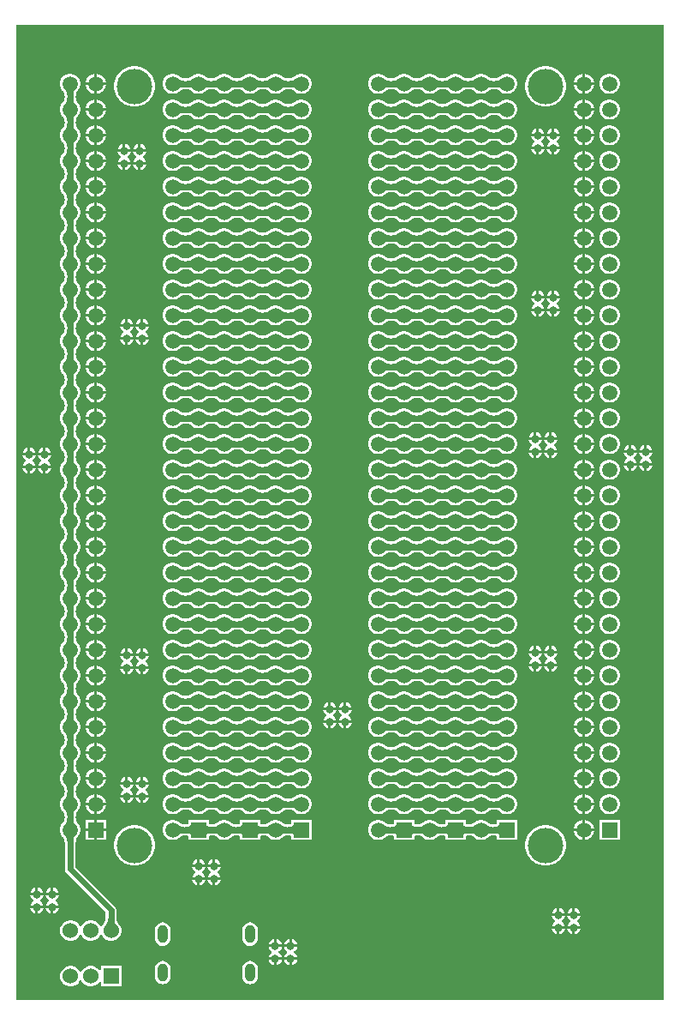
<source format=gbl>
G04*
G04 #@! TF.GenerationSoftware,Altium Limited,Altium Designer,21.3.2 (30)*
G04*
G04 Layer_Physical_Order=2*
G04 Layer_Color=16711680*
%FSLAX25Y25*%
%MOIN*%
G70*
G04*
G04 #@! TF.SameCoordinates,2023AB48-87E7-4F87-960C-B21D90223C06*
G04*
G04*
G04 #@! TF.FilePolarity,Positive*
G04*
G01*
G75*
%ADD11C,0.02362*%
%ADD18C,0.05906*%
%ADD27R,0.05906X0.05906*%
%ADD28C,0.13780*%
%ADD29R,0.06000X0.06000*%
%ADD30C,0.06000*%
%ADD31O,0.03937X0.07087*%
%ADD32C,0.03150*%
G36*
X252000Y0D02*
X0D01*
Y379000D01*
X252000D01*
Y0D01*
D02*
G37*
%LPC*%
G36*
X191520Y359953D02*
X190480D01*
X189474Y359683D01*
X188573Y359163D01*
X188265Y358855D01*
X188195Y358812D01*
X188048Y358674D01*
X187926Y358579D01*
X187797Y358496D01*
X187658Y358422D01*
X187507Y358358D01*
X187342Y358304D01*
X187162Y358261D01*
X186966Y358228D01*
X186753Y358208D01*
X186491Y358200D01*
X186312Y358159D01*
X186132Y358123D01*
X186119Y358114D01*
X186104Y358111D01*
X186000Y358037D01*
X185896Y358111D01*
X185881Y358114D01*
X185868Y358123D01*
X185688Y358159D01*
X185509Y358200D01*
X185247Y358208D01*
X185034Y358228D01*
X184838Y358261D01*
X184658Y358304D01*
X184493Y358358D01*
X184342Y358422D01*
X184203Y358496D01*
X184073Y358579D01*
X183952Y358674D01*
X183805Y358812D01*
X183735Y358855D01*
X183427Y359163D01*
X182526Y359683D01*
X181520Y359953D01*
X180480D01*
X179474Y359683D01*
X178573Y359163D01*
X178265Y358855D01*
X178195Y358812D01*
X178048Y358674D01*
X177927Y358579D01*
X177797Y358496D01*
X177658Y358422D01*
X177507Y358358D01*
X177342Y358304D01*
X177162Y358261D01*
X176966Y358228D01*
X176753Y358208D01*
X176491Y358200D01*
X176312Y358159D01*
X176132Y358123D01*
X176119Y358114D01*
X176104Y358111D01*
X176000Y358037D01*
X175896Y358111D01*
X175881Y358114D01*
X175868Y358123D01*
X175688Y358159D01*
X175509Y358200D01*
X175247Y358208D01*
X175034Y358228D01*
X174838Y358261D01*
X174658Y358304D01*
X174493Y358358D01*
X174342Y358422D01*
X174203Y358496D01*
X174073Y358579D01*
X173952Y358674D01*
X173805Y358812D01*
X173735Y358855D01*
X173427Y359163D01*
X172526Y359683D01*
X171520Y359953D01*
X170480D01*
X169474Y359683D01*
X168573Y359163D01*
X168265Y358855D01*
X168195Y358812D01*
X168048Y358674D01*
X167927Y358579D01*
X167797Y358496D01*
X167658Y358422D01*
X167507Y358358D01*
X167342Y358304D01*
X167162Y358261D01*
X166966Y358228D01*
X166753Y358208D01*
X166491Y358200D01*
X166312Y358159D01*
X166132Y358123D01*
X166119Y358114D01*
X166104Y358111D01*
X166000Y358037D01*
X165896Y358111D01*
X165881Y358114D01*
X165868Y358123D01*
X165688Y358159D01*
X165509Y358200D01*
X165247Y358208D01*
X165034Y358228D01*
X164838Y358261D01*
X164658Y358304D01*
X164493Y358358D01*
X164342Y358422D01*
X164203Y358496D01*
X164073Y358579D01*
X163952Y358674D01*
X163805Y358812D01*
X163735Y358855D01*
X163427Y359163D01*
X162526Y359683D01*
X161520Y359953D01*
X160480D01*
X159474Y359683D01*
X158573Y359163D01*
X158265Y358855D01*
X158195Y358812D01*
X158048Y358674D01*
X157926Y358579D01*
X157797Y358496D01*
X157658Y358422D01*
X157507Y358358D01*
X157342Y358304D01*
X157162Y358261D01*
X156966Y358228D01*
X156753Y358208D01*
X156491Y358200D01*
X156312Y358159D01*
X156132Y358123D01*
X156119Y358114D01*
X156104Y358111D01*
X156000Y358037D01*
X155896Y358111D01*
X155881Y358114D01*
X155868Y358123D01*
X155688Y358159D01*
X155509Y358200D01*
X155247Y358208D01*
X155034Y358228D01*
X154838Y358261D01*
X154658Y358304D01*
X154493Y358358D01*
X154342Y358422D01*
X154203Y358496D01*
X154073Y358579D01*
X153952Y358674D01*
X153805Y358812D01*
X153735Y358855D01*
X153427Y359163D01*
X152526Y359683D01*
X151520Y359953D01*
X150480D01*
X149474Y359683D01*
X148573Y359163D01*
X148265Y358855D01*
X148195Y358812D01*
X148048Y358674D01*
X147926Y358579D01*
X147797Y358496D01*
X147658Y358422D01*
X147507Y358358D01*
X147342Y358304D01*
X147162Y358261D01*
X146966Y358228D01*
X146753Y358208D01*
X146491Y358200D01*
X146312Y358159D01*
X146132Y358123D01*
X146119Y358114D01*
X146104Y358111D01*
X146000Y358037D01*
X145896Y358111D01*
X145881Y358114D01*
X145868Y358123D01*
X145688Y358159D01*
X145509Y358200D01*
X145247Y358208D01*
X145034Y358228D01*
X144838Y358261D01*
X144658Y358304D01*
X144493Y358358D01*
X144342Y358422D01*
X144203Y358496D01*
X144073Y358579D01*
X143952Y358674D01*
X143805Y358812D01*
X143735Y358855D01*
X143427Y359163D01*
X142526Y359683D01*
X141520Y359953D01*
X140480D01*
X139474Y359683D01*
X138573Y359163D01*
X137837Y358427D01*
X137317Y357526D01*
X137047Y356520D01*
Y355480D01*
X137317Y354474D01*
X137837Y353573D01*
X138573Y352837D01*
X139474Y352317D01*
X140480Y352047D01*
X141520D01*
X142526Y352317D01*
X143427Y352837D01*
X143735Y353145D01*
X143805Y353188D01*
X143952Y353326D01*
X144073Y353421D01*
X144203Y353504D01*
X144342Y353578D01*
X144493Y353642D01*
X144658Y353696D01*
X144838Y353739D01*
X145034Y353772D01*
X145247Y353792D01*
X145509Y353800D01*
X145688Y353841D01*
X145868Y353877D01*
X145881Y353886D01*
X145896Y353889D01*
X146000Y353963D01*
X146104Y353889D01*
X146119Y353886D01*
X146132Y353877D01*
X146312Y353841D01*
X146491Y353800D01*
X146753Y353792D01*
X146966Y353772D01*
X147162Y353739D01*
X147342Y353696D01*
X147507Y353642D01*
X147658Y353578D01*
X147797Y353504D01*
X147927Y353421D01*
X148048Y353326D01*
X148195Y353188D01*
X148265Y353145D01*
X148573Y352837D01*
X149474Y352317D01*
X150480Y352047D01*
X151520D01*
X152526Y352317D01*
X153427Y352837D01*
X153735Y353145D01*
X153805Y353188D01*
X153952Y353326D01*
X154074Y353421D01*
X154203Y353504D01*
X154342Y353578D01*
X154493Y353642D01*
X154658Y353696D01*
X154838Y353739D01*
X155034Y353772D01*
X155247Y353792D01*
X155509Y353800D01*
X155688Y353841D01*
X155868Y353877D01*
X155881Y353886D01*
X155896Y353889D01*
X156000Y353963D01*
X156104Y353889D01*
X156119Y353886D01*
X156132Y353877D01*
X156312Y353841D01*
X156491Y353800D01*
X156753Y353792D01*
X156966Y353772D01*
X157162Y353739D01*
X157342Y353696D01*
X157507Y353642D01*
X157658Y353578D01*
X157797Y353504D01*
X157927Y353421D01*
X158048Y353326D01*
X158195Y353188D01*
X158265Y353145D01*
X158573Y352837D01*
X159474Y352317D01*
X160480Y352047D01*
X161520D01*
X162526Y352317D01*
X163427Y352837D01*
X163735Y353145D01*
X163805Y353188D01*
X163952Y353326D01*
X164074Y353421D01*
X164203Y353504D01*
X164342Y353578D01*
X164493Y353642D01*
X164658Y353696D01*
X164838Y353739D01*
X165034Y353772D01*
X165247Y353792D01*
X165509Y353800D01*
X165688Y353841D01*
X165868Y353877D01*
X165881Y353886D01*
X165896Y353889D01*
X166000Y353963D01*
X166104Y353889D01*
X166119Y353886D01*
X166132Y353877D01*
X166312Y353841D01*
X166491Y353800D01*
X166753Y353792D01*
X166966Y353772D01*
X167162Y353739D01*
X167342Y353696D01*
X167507Y353642D01*
X167658Y353578D01*
X167797Y353504D01*
X167927Y353421D01*
X168048Y353326D01*
X168195Y353188D01*
X168265Y353145D01*
X168573Y352837D01*
X169474Y352317D01*
X170480Y352047D01*
X171520D01*
X172526Y352317D01*
X173427Y352837D01*
X173735Y353145D01*
X173805Y353188D01*
X173952Y353326D01*
X174074Y353421D01*
X174203Y353504D01*
X174342Y353578D01*
X174493Y353642D01*
X174658Y353696D01*
X174838Y353739D01*
X175034Y353772D01*
X175247Y353792D01*
X175509Y353800D01*
X175688Y353841D01*
X175868Y353877D01*
X175881Y353886D01*
X175896Y353889D01*
X176000Y353963D01*
X176104Y353889D01*
X176119Y353886D01*
X176132Y353877D01*
X176312Y353841D01*
X176491Y353800D01*
X176753Y353792D01*
X176966Y353772D01*
X177162Y353739D01*
X177342Y353696D01*
X177507Y353642D01*
X177658Y353578D01*
X177797Y353504D01*
X177927Y353421D01*
X178048Y353326D01*
X178195Y353188D01*
X178265Y353145D01*
X178573Y352837D01*
X179474Y352317D01*
X180480Y352047D01*
X181520D01*
X182526Y352317D01*
X183427Y352837D01*
X183735Y353145D01*
X183805Y353188D01*
X183952Y353326D01*
X184073Y353421D01*
X184203Y353504D01*
X184342Y353578D01*
X184493Y353642D01*
X184658Y353696D01*
X184838Y353739D01*
X185034Y353772D01*
X185247Y353792D01*
X185509Y353800D01*
X185688Y353841D01*
X185868Y353877D01*
X185881Y353886D01*
X185896Y353889D01*
X186000Y353963D01*
X186104Y353889D01*
X186119Y353886D01*
X186132Y353877D01*
X186312Y353841D01*
X186491Y353800D01*
X186753Y353792D01*
X186966Y353772D01*
X187162Y353739D01*
X187342Y353696D01*
X187507Y353642D01*
X187658Y353578D01*
X187797Y353504D01*
X187927Y353421D01*
X188048Y353326D01*
X188195Y353188D01*
X188265Y353145D01*
X188573Y352837D01*
X189474Y352317D01*
X190480Y352047D01*
X191520D01*
X192526Y352317D01*
X193427Y352837D01*
X194163Y353573D01*
X194683Y354474D01*
X194953Y355480D01*
Y356520D01*
X194683Y357526D01*
X194163Y358427D01*
X193427Y359163D01*
X192526Y359683D01*
X191520Y359953D01*
D02*
G37*
G36*
X111520D02*
X110480D01*
X109474Y359683D01*
X108573Y359163D01*
X108265Y358855D01*
X108195Y358812D01*
X108048Y358674D01*
X107926Y358579D01*
X107797Y358496D01*
X107658Y358422D01*
X107507Y358358D01*
X107342Y358304D01*
X107162Y358261D01*
X106966Y358228D01*
X106753Y358208D01*
X106491Y358200D01*
X106312Y358159D01*
X106132Y358123D01*
X106119Y358114D01*
X106104Y358111D01*
X106000Y358037D01*
X105896Y358111D01*
X105881Y358114D01*
X105868Y358123D01*
X105688Y358159D01*
X105509Y358200D01*
X105247Y358208D01*
X105034Y358228D01*
X104838Y358261D01*
X104658Y358304D01*
X104493Y358358D01*
X104342Y358422D01*
X104203Y358496D01*
X104073Y358579D01*
X103952Y358674D01*
X103805Y358812D01*
X103735Y358855D01*
X103427Y359163D01*
X102526Y359683D01*
X101520Y359953D01*
X100480D01*
X99474Y359683D01*
X98573Y359163D01*
X98265Y358855D01*
X98195Y358812D01*
X98048Y358674D01*
X97926Y358579D01*
X97797Y358496D01*
X97658Y358422D01*
X97507Y358358D01*
X97342Y358304D01*
X97162Y358261D01*
X96966Y358228D01*
X96753Y358208D01*
X96491Y358200D01*
X96312Y358159D01*
X96132Y358123D01*
X96119Y358114D01*
X96104Y358111D01*
X96000Y358037D01*
X95896Y358111D01*
X95881Y358114D01*
X95868Y358123D01*
X95688Y358159D01*
X95509Y358200D01*
X95247Y358208D01*
X95034Y358228D01*
X94838Y358261D01*
X94658Y358304D01*
X94493Y358358D01*
X94342Y358422D01*
X94203Y358496D01*
X94073Y358579D01*
X93952Y358674D01*
X93805Y358812D01*
X93735Y358855D01*
X93427Y359163D01*
X92526Y359683D01*
X91520Y359953D01*
X90480D01*
X89474Y359683D01*
X88573Y359163D01*
X88265Y358855D01*
X88195Y358812D01*
X88048Y358674D01*
X87927Y358579D01*
X87797Y358496D01*
X87658Y358422D01*
X87507Y358358D01*
X87342Y358304D01*
X87162Y358261D01*
X86966Y358228D01*
X86753Y358208D01*
X86491Y358200D01*
X86312Y358159D01*
X86132Y358123D01*
X86119Y358114D01*
X86104Y358111D01*
X86000Y358037D01*
X85896Y358111D01*
X85881Y358114D01*
X85868Y358123D01*
X85688Y358159D01*
X85509Y358200D01*
X85247Y358208D01*
X85034Y358228D01*
X84838Y358261D01*
X84658Y358304D01*
X84493Y358358D01*
X84342Y358422D01*
X84203Y358496D01*
X84073Y358579D01*
X83952Y358674D01*
X83805Y358812D01*
X83735Y358855D01*
X83427Y359163D01*
X82526Y359683D01*
X81520Y359953D01*
X80480D01*
X79474Y359683D01*
X78573Y359163D01*
X78265Y358855D01*
X78195Y358812D01*
X78048Y358674D01*
X77926Y358579D01*
X77797Y358496D01*
X77658Y358422D01*
X77507Y358358D01*
X77342Y358304D01*
X77162Y358261D01*
X76966Y358228D01*
X76753Y358208D01*
X76491Y358200D01*
X76312Y358159D01*
X76132Y358123D01*
X76119Y358114D01*
X76104Y358111D01*
X76000Y358037D01*
X75896Y358111D01*
X75881Y358114D01*
X75868Y358123D01*
X75688Y358159D01*
X75509Y358200D01*
X75247Y358208D01*
X75034Y358228D01*
X74838Y358261D01*
X74658Y358304D01*
X74493Y358358D01*
X74342Y358422D01*
X74203Y358496D01*
X74073Y358579D01*
X73952Y358674D01*
X73805Y358812D01*
X73735Y358855D01*
X73427Y359163D01*
X72526Y359683D01*
X71520Y359953D01*
X70480D01*
X69474Y359683D01*
X68573Y359163D01*
X68265Y358855D01*
X68195Y358812D01*
X68048Y358674D01*
X67927Y358579D01*
X67797Y358496D01*
X67658Y358422D01*
X67507Y358358D01*
X67342Y358304D01*
X67162Y358261D01*
X66966Y358228D01*
X66753Y358208D01*
X66491Y358200D01*
X66312Y358159D01*
X66132Y358123D01*
X66119Y358114D01*
X66104Y358111D01*
X66000Y358037D01*
X65896Y358111D01*
X65881Y358114D01*
X65868Y358123D01*
X65688Y358159D01*
X65509Y358200D01*
X65247Y358208D01*
X65034Y358228D01*
X64838Y358261D01*
X64658Y358304D01*
X64493Y358358D01*
X64342Y358422D01*
X64203Y358496D01*
X64073Y358579D01*
X63952Y358674D01*
X63805Y358812D01*
X63735Y358855D01*
X63427Y359163D01*
X62526Y359683D01*
X61520Y359953D01*
X60480D01*
X59474Y359683D01*
X58573Y359163D01*
X57837Y358427D01*
X57317Y357526D01*
X57047Y356520D01*
Y355480D01*
X57317Y354474D01*
X57837Y353573D01*
X58573Y352837D01*
X59474Y352317D01*
X60480Y352047D01*
X61520D01*
X62526Y352317D01*
X63427Y352837D01*
X63735Y353145D01*
X63805Y353188D01*
X63952Y353326D01*
X64073Y353421D01*
X64203Y353504D01*
X64342Y353578D01*
X64493Y353642D01*
X64658Y353696D01*
X64838Y353739D01*
X65034Y353772D01*
X65247Y353792D01*
X65509Y353800D01*
X65688Y353841D01*
X65868Y353877D01*
X65881Y353886D01*
X65896Y353889D01*
X66000Y353963D01*
X66104Y353889D01*
X66119Y353886D01*
X66132Y353877D01*
X66312Y353841D01*
X66491Y353800D01*
X66753Y353792D01*
X66966Y353772D01*
X67162Y353739D01*
X67342Y353696D01*
X67507Y353642D01*
X67658Y353578D01*
X67797Y353504D01*
X67927Y353421D01*
X68048Y353326D01*
X68195Y353188D01*
X68265Y353145D01*
X68573Y352837D01*
X69474Y352317D01*
X70480Y352047D01*
X71520D01*
X72526Y352317D01*
X73427Y352837D01*
X73735Y353145D01*
X73805Y353188D01*
X73952Y353326D01*
X74073Y353421D01*
X74203Y353504D01*
X74342Y353578D01*
X74493Y353642D01*
X74658Y353696D01*
X74838Y353739D01*
X75034Y353772D01*
X75247Y353792D01*
X75509Y353800D01*
X75688Y353841D01*
X75868Y353877D01*
X75881Y353886D01*
X75896Y353889D01*
X76000Y353963D01*
X76104Y353889D01*
X76119Y353886D01*
X76132Y353877D01*
X76312Y353841D01*
X76491Y353800D01*
X76753Y353792D01*
X76966Y353772D01*
X77162Y353739D01*
X77342Y353696D01*
X77507Y353642D01*
X77658Y353578D01*
X77797Y353504D01*
X77927Y353421D01*
X78048Y353326D01*
X78195Y353188D01*
X78265Y353145D01*
X78573Y352837D01*
X79474Y352317D01*
X80480Y352047D01*
X81520D01*
X82526Y352317D01*
X83427Y352837D01*
X83735Y353145D01*
X83805Y353188D01*
X83952Y353326D01*
X84074Y353421D01*
X84203Y353504D01*
X84342Y353578D01*
X84493Y353642D01*
X84658Y353696D01*
X84838Y353739D01*
X85034Y353772D01*
X85247Y353792D01*
X85509Y353800D01*
X85688Y353841D01*
X85868Y353877D01*
X85881Y353886D01*
X85896Y353889D01*
X86000Y353963D01*
X86104Y353889D01*
X86119Y353886D01*
X86132Y353877D01*
X86312Y353841D01*
X86491Y353800D01*
X86753Y353792D01*
X86966Y353772D01*
X87162Y353739D01*
X87342Y353696D01*
X87507Y353642D01*
X87658Y353578D01*
X87797Y353504D01*
X87927Y353421D01*
X88048Y353326D01*
X88195Y353188D01*
X88265Y353145D01*
X88573Y352837D01*
X89474Y352317D01*
X90480Y352047D01*
X91520D01*
X92526Y352317D01*
X93427Y352837D01*
X93735Y353145D01*
X93805Y353188D01*
X93952Y353326D01*
X94073Y353421D01*
X94203Y353504D01*
X94342Y353578D01*
X94493Y353642D01*
X94658Y353696D01*
X94838Y353739D01*
X95034Y353772D01*
X95247Y353792D01*
X95509Y353800D01*
X95688Y353841D01*
X95868Y353877D01*
X95881Y353886D01*
X95896Y353889D01*
X96000Y353963D01*
X96104Y353889D01*
X96119Y353886D01*
X96132Y353877D01*
X96312Y353841D01*
X96491Y353800D01*
X96753Y353792D01*
X96966Y353772D01*
X97162Y353739D01*
X97342Y353696D01*
X97507Y353642D01*
X97658Y353578D01*
X97797Y353504D01*
X97927Y353421D01*
X98048Y353326D01*
X98195Y353188D01*
X98265Y353145D01*
X98573Y352837D01*
X99474Y352317D01*
X100480Y352047D01*
X101520D01*
X102526Y352317D01*
X103427Y352837D01*
X103735Y353145D01*
X103805Y353188D01*
X103952Y353326D01*
X104074Y353421D01*
X104203Y353504D01*
X104342Y353578D01*
X104493Y353642D01*
X104658Y353696D01*
X104838Y353739D01*
X105034Y353772D01*
X105247Y353792D01*
X105509Y353800D01*
X105688Y353841D01*
X105868Y353877D01*
X105881Y353886D01*
X105896Y353889D01*
X106000Y353963D01*
X106104Y353889D01*
X106119Y353886D01*
X106132Y353877D01*
X106312Y353841D01*
X106491Y353800D01*
X106753Y353792D01*
X106966Y353772D01*
X107162Y353739D01*
X107342Y353696D01*
X107507Y353642D01*
X107658Y353578D01*
X107797Y353504D01*
X107927Y353421D01*
X108048Y353326D01*
X108195Y353188D01*
X108265Y353145D01*
X108573Y352837D01*
X109474Y352317D01*
X110480Y352047D01*
X111520D01*
X112526Y352317D01*
X113427Y352837D01*
X114163Y353573D01*
X114683Y354474D01*
X114953Y355480D01*
Y356520D01*
X114683Y357526D01*
X114163Y358427D01*
X113427Y359163D01*
X112526Y359683D01*
X111520Y359953D01*
D02*
G37*
G36*
X221520D02*
X221500D01*
Y356500D01*
X224953D01*
Y356520D01*
X224683Y357526D01*
X224163Y358427D01*
X223427Y359163D01*
X222526Y359683D01*
X221520Y359953D01*
D02*
G37*
G36*
X31520D02*
X31500D01*
Y356500D01*
X34953D01*
Y356520D01*
X34683Y357526D01*
X34163Y358427D01*
X33427Y359163D01*
X32526Y359683D01*
X31520Y359953D01*
D02*
G37*
G36*
X220500D02*
X220480D01*
X219474Y359683D01*
X218573Y359163D01*
X217837Y358427D01*
X217317Y357526D01*
X217047Y356520D01*
Y356500D01*
X220500D01*
Y359953D01*
D02*
G37*
G36*
X30500D02*
X30480D01*
X29474Y359683D01*
X28573Y359163D01*
X27837Y358427D01*
X27317Y357526D01*
X27047Y356520D01*
Y356500D01*
X30500D01*
Y359953D01*
D02*
G37*
G36*
X231520D02*
X230480D01*
X229474Y359683D01*
X228573Y359163D01*
X227837Y358427D01*
X227317Y357526D01*
X227047Y356520D01*
Y355480D01*
X227317Y354474D01*
X227837Y353573D01*
X228573Y352837D01*
X229474Y352317D01*
X230480Y352047D01*
X231520D01*
X232526Y352317D01*
X233427Y352837D01*
X234163Y353573D01*
X234683Y354474D01*
X234953Y355480D01*
Y356520D01*
X234683Y357526D01*
X234163Y358427D01*
X233427Y359163D01*
X232526Y359683D01*
X231520Y359953D01*
D02*
G37*
G36*
X224953Y355500D02*
X221500D01*
Y352047D01*
X221520D01*
X222526Y352317D01*
X223427Y352837D01*
X224163Y353573D01*
X224683Y354474D01*
X224953Y355480D01*
Y355500D01*
D02*
G37*
G36*
X220500D02*
X217047D01*
Y355480D01*
X217317Y354474D01*
X217837Y353573D01*
X218573Y352837D01*
X219474Y352317D01*
X220480Y352047D01*
X220500D01*
Y355500D01*
D02*
G37*
G36*
X34953D02*
X31500D01*
Y352047D01*
X31520D01*
X32526Y352317D01*
X33427Y352837D01*
X34163Y353573D01*
X34683Y354474D01*
X34953Y355480D01*
Y355500D01*
D02*
G37*
G36*
X30500D02*
X27047D01*
Y355480D01*
X27317Y354474D01*
X27837Y353573D01*
X28573Y352837D01*
X29474Y352317D01*
X30480Y352047D01*
X30500D01*
Y355500D01*
D02*
G37*
G36*
X191520Y349953D02*
X190480D01*
X189474Y349683D01*
X188573Y349163D01*
X188265Y348855D01*
X188195Y348812D01*
X188048Y348674D01*
X187926Y348579D01*
X187797Y348496D01*
X187658Y348422D01*
X187507Y348358D01*
X187342Y348304D01*
X187162Y348261D01*
X186966Y348228D01*
X186753Y348208D01*
X186491Y348200D01*
X186312Y348159D01*
X186132Y348123D01*
X186119Y348114D01*
X186104Y348111D01*
X186000Y348037D01*
X185896Y348111D01*
X185881Y348114D01*
X185868Y348123D01*
X185688Y348159D01*
X185509Y348200D01*
X185247Y348208D01*
X185034Y348228D01*
X184838Y348261D01*
X184658Y348304D01*
X184493Y348358D01*
X184342Y348422D01*
X184203Y348496D01*
X184073Y348579D01*
X183952Y348674D01*
X183805Y348812D01*
X183735Y348855D01*
X183427Y349163D01*
X182526Y349683D01*
X181520Y349953D01*
X180480D01*
X179474Y349683D01*
X178573Y349163D01*
X178265Y348855D01*
X178195Y348812D01*
X178048Y348674D01*
X177927Y348579D01*
X177797Y348496D01*
X177658Y348422D01*
X177507Y348358D01*
X177342Y348304D01*
X177162Y348261D01*
X176966Y348228D01*
X176753Y348208D01*
X176491Y348200D01*
X176312Y348159D01*
X176132Y348123D01*
X176119Y348114D01*
X176104Y348111D01*
X176000Y348037D01*
X175896Y348111D01*
X175881Y348114D01*
X175868Y348123D01*
X175688Y348159D01*
X175509Y348200D01*
X175247Y348208D01*
X175034Y348228D01*
X174838Y348261D01*
X174658Y348304D01*
X174493Y348358D01*
X174342Y348422D01*
X174203Y348496D01*
X174073Y348579D01*
X173952Y348674D01*
X173805Y348812D01*
X173735Y348855D01*
X173427Y349163D01*
X172526Y349683D01*
X171520Y349953D01*
X170480D01*
X169474Y349683D01*
X168573Y349163D01*
X168265Y348855D01*
X168195Y348812D01*
X168048Y348674D01*
X167927Y348579D01*
X167797Y348496D01*
X167658Y348422D01*
X167507Y348358D01*
X167342Y348304D01*
X167162Y348261D01*
X166966Y348228D01*
X166753Y348208D01*
X166491Y348200D01*
X166312Y348159D01*
X166132Y348123D01*
X166119Y348114D01*
X166104Y348111D01*
X166000Y348037D01*
X165896Y348111D01*
X165881Y348114D01*
X165868Y348123D01*
X165688Y348159D01*
X165509Y348200D01*
X165247Y348208D01*
X165034Y348228D01*
X164838Y348261D01*
X164658Y348304D01*
X164493Y348358D01*
X164342Y348422D01*
X164203Y348496D01*
X164073Y348579D01*
X163952Y348674D01*
X163805Y348812D01*
X163735Y348855D01*
X163427Y349163D01*
X162526Y349683D01*
X161520Y349953D01*
X160480D01*
X159474Y349683D01*
X158573Y349163D01*
X158265Y348855D01*
X158195Y348812D01*
X158048Y348674D01*
X157926Y348579D01*
X157797Y348496D01*
X157658Y348422D01*
X157507Y348358D01*
X157342Y348304D01*
X157162Y348261D01*
X156966Y348228D01*
X156753Y348208D01*
X156491Y348200D01*
X156312Y348159D01*
X156132Y348123D01*
X156119Y348114D01*
X156104Y348111D01*
X156000Y348037D01*
X155896Y348111D01*
X155881Y348114D01*
X155868Y348123D01*
X155688Y348159D01*
X155509Y348200D01*
X155247Y348208D01*
X155034Y348228D01*
X154838Y348261D01*
X154658Y348304D01*
X154493Y348358D01*
X154342Y348422D01*
X154203Y348496D01*
X154073Y348579D01*
X153952Y348674D01*
X153805Y348812D01*
X153735Y348855D01*
X153427Y349163D01*
X152526Y349683D01*
X151520Y349953D01*
X150480D01*
X149474Y349683D01*
X148573Y349163D01*
X148265Y348855D01*
X148195Y348812D01*
X148048Y348674D01*
X147926Y348579D01*
X147797Y348496D01*
X147658Y348422D01*
X147507Y348358D01*
X147342Y348304D01*
X147162Y348261D01*
X146966Y348228D01*
X146753Y348208D01*
X146491Y348200D01*
X146312Y348159D01*
X146132Y348123D01*
X146119Y348114D01*
X146104Y348111D01*
X146000Y348037D01*
X145896Y348111D01*
X145881Y348114D01*
X145868Y348123D01*
X145688Y348159D01*
X145509Y348200D01*
X145247Y348208D01*
X145034Y348228D01*
X144838Y348261D01*
X144658Y348304D01*
X144493Y348358D01*
X144342Y348422D01*
X144203Y348496D01*
X144073Y348579D01*
X143952Y348674D01*
X143805Y348812D01*
X143735Y348855D01*
X143427Y349163D01*
X142526Y349683D01*
X141520Y349953D01*
X140480D01*
X139474Y349683D01*
X138573Y349163D01*
X137837Y348427D01*
X137317Y347526D01*
X137047Y346520D01*
Y345480D01*
X137317Y344474D01*
X137837Y343573D01*
X138573Y342837D01*
X139474Y342317D01*
X140480Y342047D01*
X141520D01*
X142526Y342317D01*
X143427Y342837D01*
X143735Y343145D01*
X143805Y343188D01*
X143952Y343326D01*
X144073Y343421D01*
X144203Y343504D01*
X144342Y343578D01*
X144493Y343642D01*
X144658Y343696D01*
X144838Y343739D01*
X145034Y343772D01*
X145247Y343792D01*
X145509Y343800D01*
X145688Y343841D01*
X145868Y343877D01*
X145881Y343886D01*
X145896Y343889D01*
X146000Y343963D01*
X146104Y343889D01*
X146119Y343886D01*
X146132Y343877D01*
X146312Y343841D01*
X146491Y343800D01*
X146753Y343792D01*
X146966Y343772D01*
X147162Y343739D01*
X147342Y343696D01*
X147507Y343642D01*
X147658Y343578D01*
X147797Y343504D01*
X147927Y343421D01*
X148048Y343326D01*
X148195Y343188D01*
X148265Y343145D01*
X148573Y342837D01*
X149474Y342317D01*
X150480Y342047D01*
X151520D01*
X152526Y342317D01*
X153427Y342837D01*
X153735Y343145D01*
X153805Y343188D01*
X153952Y343326D01*
X154074Y343421D01*
X154203Y343504D01*
X154342Y343578D01*
X154493Y343642D01*
X154658Y343696D01*
X154838Y343739D01*
X155034Y343772D01*
X155247Y343792D01*
X155509Y343800D01*
X155688Y343841D01*
X155868Y343877D01*
X155881Y343886D01*
X155896Y343889D01*
X156000Y343963D01*
X156104Y343889D01*
X156119Y343886D01*
X156132Y343877D01*
X156312Y343841D01*
X156491Y343800D01*
X156753Y343792D01*
X156966Y343772D01*
X157162Y343739D01*
X157342Y343696D01*
X157507Y343642D01*
X157658Y343578D01*
X157797Y343504D01*
X157927Y343421D01*
X158048Y343326D01*
X158195Y343188D01*
X158265Y343145D01*
X158573Y342837D01*
X159474Y342317D01*
X160480Y342047D01*
X161520D01*
X162526Y342317D01*
X163427Y342837D01*
X163735Y343145D01*
X163805Y343188D01*
X163952Y343326D01*
X164074Y343421D01*
X164203Y343504D01*
X164342Y343578D01*
X164493Y343642D01*
X164658Y343696D01*
X164838Y343739D01*
X165034Y343772D01*
X165247Y343792D01*
X165509Y343800D01*
X165688Y343841D01*
X165868Y343877D01*
X165881Y343886D01*
X165896Y343889D01*
X166000Y343963D01*
X166104Y343889D01*
X166119Y343886D01*
X166132Y343877D01*
X166312Y343841D01*
X166491Y343800D01*
X166753Y343792D01*
X166966Y343772D01*
X167162Y343739D01*
X167342Y343696D01*
X167507Y343642D01*
X167658Y343578D01*
X167797Y343504D01*
X167927Y343421D01*
X168048Y343326D01*
X168195Y343188D01*
X168265Y343145D01*
X168573Y342837D01*
X169474Y342317D01*
X170480Y342047D01*
X171520D01*
X172526Y342317D01*
X173427Y342837D01*
X173735Y343145D01*
X173805Y343188D01*
X173952Y343326D01*
X174074Y343421D01*
X174203Y343504D01*
X174342Y343578D01*
X174493Y343642D01*
X174658Y343696D01*
X174838Y343739D01*
X175034Y343772D01*
X175247Y343792D01*
X175509Y343800D01*
X175688Y343841D01*
X175868Y343877D01*
X175881Y343886D01*
X175896Y343889D01*
X176000Y343963D01*
X176104Y343889D01*
X176119Y343886D01*
X176132Y343877D01*
X176312Y343841D01*
X176491Y343800D01*
X176753Y343792D01*
X176966Y343772D01*
X177162Y343739D01*
X177342Y343696D01*
X177507Y343642D01*
X177658Y343578D01*
X177797Y343504D01*
X177927Y343421D01*
X178048Y343326D01*
X178195Y343188D01*
X178265Y343145D01*
X178573Y342837D01*
X179474Y342317D01*
X180480Y342047D01*
X181520D01*
X182526Y342317D01*
X183427Y342837D01*
X183735Y343145D01*
X183805Y343188D01*
X183952Y343326D01*
X184073Y343421D01*
X184203Y343504D01*
X184342Y343578D01*
X184493Y343642D01*
X184658Y343696D01*
X184838Y343739D01*
X185034Y343772D01*
X185247Y343792D01*
X185509Y343800D01*
X185688Y343841D01*
X185868Y343877D01*
X185881Y343886D01*
X185896Y343889D01*
X186000Y343963D01*
X186104Y343889D01*
X186119Y343886D01*
X186132Y343877D01*
X186312Y343841D01*
X186491Y343800D01*
X186753Y343792D01*
X186966Y343772D01*
X187162Y343739D01*
X187342Y343696D01*
X187507Y343642D01*
X187658Y343578D01*
X187797Y343504D01*
X187927Y343421D01*
X188048Y343326D01*
X188195Y343188D01*
X188265Y343145D01*
X188573Y342837D01*
X189474Y342317D01*
X190480Y342047D01*
X191520D01*
X192526Y342317D01*
X193427Y342837D01*
X194163Y343573D01*
X194683Y344474D01*
X194953Y345480D01*
Y346520D01*
X194683Y347526D01*
X194163Y348427D01*
X193427Y349163D01*
X192526Y349683D01*
X191520Y349953D01*
D02*
G37*
G36*
X111520D02*
X110480D01*
X109474Y349683D01*
X108573Y349163D01*
X108265Y348855D01*
X108195Y348812D01*
X108048Y348674D01*
X107926Y348579D01*
X107797Y348496D01*
X107658Y348422D01*
X107507Y348358D01*
X107342Y348304D01*
X107162Y348261D01*
X106966Y348228D01*
X106753Y348208D01*
X106491Y348200D01*
X106312Y348159D01*
X106132Y348123D01*
X106119Y348114D01*
X106104Y348111D01*
X106000Y348037D01*
X105896Y348111D01*
X105881Y348114D01*
X105868Y348123D01*
X105688Y348159D01*
X105509Y348200D01*
X105247Y348208D01*
X105034Y348228D01*
X104838Y348261D01*
X104658Y348304D01*
X104493Y348358D01*
X104342Y348422D01*
X104203Y348496D01*
X104073Y348579D01*
X103952Y348674D01*
X103805Y348812D01*
X103735Y348855D01*
X103427Y349163D01*
X102526Y349683D01*
X101520Y349953D01*
X100480D01*
X99474Y349683D01*
X98573Y349163D01*
X98265Y348855D01*
X98195Y348812D01*
X98048Y348674D01*
X97926Y348579D01*
X97797Y348496D01*
X97658Y348422D01*
X97507Y348358D01*
X97342Y348304D01*
X97162Y348261D01*
X96966Y348228D01*
X96753Y348208D01*
X96491Y348200D01*
X96312Y348159D01*
X96132Y348123D01*
X96119Y348114D01*
X96104Y348111D01*
X96000Y348037D01*
X95896Y348111D01*
X95881Y348114D01*
X95868Y348123D01*
X95688Y348159D01*
X95509Y348200D01*
X95247Y348208D01*
X95034Y348228D01*
X94838Y348261D01*
X94658Y348304D01*
X94493Y348358D01*
X94342Y348422D01*
X94203Y348496D01*
X94073Y348579D01*
X93952Y348674D01*
X93805Y348812D01*
X93735Y348855D01*
X93427Y349163D01*
X92526Y349683D01*
X91520Y349953D01*
X90480D01*
X89474Y349683D01*
X88573Y349163D01*
X88265Y348855D01*
X88195Y348812D01*
X88048Y348674D01*
X87927Y348579D01*
X87797Y348496D01*
X87658Y348422D01*
X87507Y348358D01*
X87342Y348304D01*
X87162Y348261D01*
X86966Y348228D01*
X86753Y348208D01*
X86491Y348200D01*
X86312Y348159D01*
X86132Y348123D01*
X86119Y348114D01*
X86104Y348111D01*
X86000Y348037D01*
X85896Y348111D01*
X85881Y348114D01*
X85868Y348123D01*
X85688Y348159D01*
X85509Y348200D01*
X85247Y348208D01*
X85034Y348228D01*
X84838Y348261D01*
X84658Y348304D01*
X84493Y348358D01*
X84342Y348422D01*
X84203Y348496D01*
X84073Y348579D01*
X83952Y348674D01*
X83805Y348812D01*
X83735Y348855D01*
X83427Y349163D01*
X82526Y349683D01*
X81520Y349953D01*
X80480D01*
X79474Y349683D01*
X78573Y349163D01*
X78265Y348855D01*
X78195Y348812D01*
X78048Y348674D01*
X77926Y348579D01*
X77797Y348496D01*
X77658Y348422D01*
X77507Y348358D01*
X77342Y348304D01*
X77162Y348261D01*
X76966Y348228D01*
X76753Y348208D01*
X76491Y348200D01*
X76312Y348159D01*
X76132Y348123D01*
X76119Y348114D01*
X76104Y348111D01*
X76000Y348037D01*
X75896Y348111D01*
X75881Y348114D01*
X75868Y348123D01*
X75688Y348159D01*
X75509Y348200D01*
X75247Y348208D01*
X75034Y348228D01*
X74838Y348261D01*
X74658Y348304D01*
X74493Y348358D01*
X74342Y348422D01*
X74203Y348496D01*
X74073Y348579D01*
X73952Y348674D01*
X73805Y348812D01*
X73735Y348855D01*
X73427Y349163D01*
X72526Y349683D01*
X71520Y349953D01*
X70480D01*
X69474Y349683D01*
X68573Y349163D01*
X68265Y348855D01*
X68195Y348812D01*
X68048Y348674D01*
X67927Y348579D01*
X67797Y348496D01*
X67658Y348422D01*
X67507Y348358D01*
X67342Y348304D01*
X67162Y348261D01*
X66966Y348228D01*
X66753Y348208D01*
X66491Y348200D01*
X66312Y348159D01*
X66132Y348123D01*
X66119Y348114D01*
X66104Y348111D01*
X66000Y348037D01*
X65896Y348111D01*
X65881Y348114D01*
X65868Y348123D01*
X65688Y348159D01*
X65509Y348200D01*
X65247Y348208D01*
X65034Y348228D01*
X64838Y348261D01*
X64658Y348304D01*
X64493Y348358D01*
X64342Y348422D01*
X64203Y348496D01*
X64073Y348579D01*
X63952Y348674D01*
X63805Y348812D01*
X63735Y348855D01*
X63427Y349163D01*
X62526Y349683D01*
X61520Y349953D01*
X60480D01*
X59474Y349683D01*
X58573Y349163D01*
X57837Y348427D01*
X57317Y347526D01*
X57047Y346520D01*
Y345480D01*
X57317Y344474D01*
X57837Y343573D01*
X58573Y342837D01*
X59474Y342317D01*
X60480Y342047D01*
X61520D01*
X62526Y342317D01*
X63427Y342837D01*
X63735Y343145D01*
X63805Y343188D01*
X63952Y343326D01*
X64073Y343421D01*
X64203Y343504D01*
X64342Y343578D01*
X64493Y343642D01*
X64658Y343696D01*
X64838Y343739D01*
X65034Y343772D01*
X65247Y343792D01*
X65509Y343800D01*
X65688Y343841D01*
X65868Y343877D01*
X65881Y343886D01*
X65896Y343889D01*
X66000Y343963D01*
X66104Y343889D01*
X66119Y343886D01*
X66132Y343877D01*
X66312Y343841D01*
X66491Y343800D01*
X66753Y343792D01*
X66966Y343772D01*
X67162Y343739D01*
X67342Y343696D01*
X67507Y343642D01*
X67658Y343578D01*
X67797Y343504D01*
X67927Y343421D01*
X68048Y343326D01*
X68195Y343188D01*
X68265Y343145D01*
X68573Y342837D01*
X69474Y342317D01*
X70480Y342047D01*
X71520D01*
X72526Y342317D01*
X73427Y342837D01*
X73735Y343145D01*
X73805Y343188D01*
X73952Y343326D01*
X74073Y343421D01*
X74203Y343504D01*
X74342Y343578D01*
X74493Y343642D01*
X74658Y343696D01*
X74838Y343739D01*
X75034Y343772D01*
X75247Y343792D01*
X75509Y343800D01*
X75688Y343841D01*
X75868Y343877D01*
X75881Y343886D01*
X75896Y343889D01*
X76000Y343963D01*
X76104Y343889D01*
X76119Y343886D01*
X76132Y343877D01*
X76312Y343841D01*
X76491Y343800D01*
X76753Y343792D01*
X76966Y343772D01*
X77162Y343739D01*
X77342Y343696D01*
X77507Y343642D01*
X77658Y343578D01*
X77797Y343504D01*
X77927Y343421D01*
X78048Y343326D01*
X78195Y343188D01*
X78265Y343145D01*
X78573Y342837D01*
X79474Y342317D01*
X80480Y342047D01*
X81520D01*
X82526Y342317D01*
X83427Y342837D01*
X83735Y343145D01*
X83805Y343188D01*
X83952Y343326D01*
X84074Y343421D01*
X84203Y343504D01*
X84342Y343578D01*
X84493Y343642D01*
X84658Y343696D01*
X84838Y343739D01*
X85034Y343772D01*
X85247Y343792D01*
X85509Y343800D01*
X85688Y343841D01*
X85868Y343877D01*
X85881Y343886D01*
X85896Y343889D01*
X86000Y343963D01*
X86104Y343889D01*
X86119Y343886D01*
X86132Y343877D01*
X86312Y343841D01*
X86491Y343800D01*
X86753Y343792D01*
X86966Y343772D01*
X87162Y343739D01*
X87342Y343696D01*
X87507Y343642D01*
X87658Y343578D01*
X87797Y343504D01*
X87927Y343421D01*
X88048Y343326D01*
X88195Y343188D01*
X88265Y343145D01*
X88573Y342837D01*
X89474Y342317D01*
X90480Y342047D01*
X91520D01*
X92526Y342317D01*
X93427Y342837D01*
X93735Y343145D01*
X93805Y343188D01*
X93952Y343326D01*
X94073Y343421D01*
X94203Y343504D01*
X94342Y343578D01*
X94493Y343642D01*
X94658Y343696D01*
X94838Y343739D01*
X95034Y343772D01*
X95247Y343792D01*
X95509Y343800D01*
X95688Y343841D01*
X95868Y343877D01*
X95881Y343886D01*
X95896Y343889D01*
X96000Y343963D01*
X96104Y343889D01*
X96119Y343886D01*
X96132Y343877D01*
X96312Y343841D01*
X96491Y343800D01*
X96753Y343792D01*
X96966Y343772D01*
X97162Y343739D01*
X97342Y343696D01*
X97507Y343642D01*
X97658Y343578D01*
X97797Y343504D01*
X97927Y343421D01*
X98048Y343326D01*
X98195Y343188D01*
X98265Y343145D01*
X98573Y342837D01*
X99474Y342317D01*
X100480Y342047D01*
X101520D01*
X102526Y342317D01*
X103427Y342837D01*
X103735Y343145D01*
X103805Y343188D01*
X103952Y343326D01*
X104074Y343421D01*
X104203Y343504D01*
X104342Y343578D01*
X104493Y343642D01*
X104658Y343696D01*
X104838Y343739D01*
X105034Y343772D01*
X105247Y343792D01*
X105509Y343800D01*
X105688Y343841D01*
X105868Y343877D01*
X105881Y343886D01*
X105896Y343889D01*
X106000Y343963D01*
X106104Y343889D01*
X106119Y343886D01*
X106132Y343877D01*
X106312Y343841D01*
X106491Y343800D01*
X106753Y343792D01*
X106966Y343772D01*
X107162Y343739D01*
X107342Y343696D01*
X107507Y343642D01*
X107658Y343578D01*
X107797Y343504D01*
X107927Y343421D01*
X108048Y343326D01*
X108195Y343188D01*
X108265Y343145D01*
X108573Y342837D01*
X109474Y342317D01*
X110480Y342047D01*
X111520D01*
X112526Y342317D01*
X113427Y342837D01*
X114163Y343573D01*
X114683Y344474D01*
X114953Y345480D01*
Y346520D01*
X114683Y347526D01*
X114163Y348427D01*
X113427Y349163D01*
X112526Y349683D01*
X111520Y349953D01*
D02*
G37*
G36*
X206777Y362890D02*
X205223D01*
X203699Y362587D01*
X202263Y361992D01*
X200971Y361128D01*
X199872Y360029D01*
X199008Y358737D01*
X198413Y357301D01*
X198110Y355777D01*
Y354223D01*
X198413Y352699D01*
X199008Y351263D01*
X199872Y349971D01*
X200971Y348872D01*
X202263Y348008D01*
X203699Y347413D01*
X205223Y347110D01*
X206777D01*
X208301Y347413D01*
X209737Y348008D01*
X211029Y348872D01*
X212128Y349971D01*
X212992Y351263D01*
X213587Y352699D01*
X213890Y354223D01*
Y355777D01*
X213587Y357301D01*
X212992Y358737D01*
X212128Y360029D01*
X211029Y361128D01*
X209737Y361992D01*
X208301Y362587D01*
X206777Y362890D01*
D02*
G37*
G36*
X46777D02*
X45223D01*
X43699Y362587D01*
X42263Y361992D01*
X40971Y361128D01*
X39872Y360029D01*
X39008Y358737D01*
X38413Y357301D01*
X38110Y355777D01*
Y354223D01*
X38413Y352699D01*
X39008Y351263D01*
X39872Y349971D01*
X40971Y348872D01*
X42263Y348008D01*
X43699Y347413D01*
X45223Y347110D01*
X46777D01*
X48301Y347413D01*
X49737Y348008D01*
X51029Y348872D01*
X52128Y349971D01*
X52992Y351263D01*
X53587Y352699D01*
X53890Y354223D01*
Y355777D01*
X53587Y357301D01*
X52992Y358737D01*
X52128Y360029D01*
X51029Y361128D01*
X49737Y361992D01*
X48301Y362587D01*
X46777Y362890D01*
D02*
G37*
G36*
X221520Y349953D02*
X221500D01*
Y346500D01*
X224953D01*
Y346520D01*
X224683Y347526D01*
X224163Y348427D01*
X223427Y349163D01*
X222526Y349683D01*
X221520Y349953D01*
D02*
G37*
G36*
X31520D02*
X31500D01*
Y346500D01*
X34953D01*
Y346520D01*
X34683Y347526D01*
X34163Y348427D01*
X33427Y349163D01*
X32526Y349683D01*
X31520Y349953D01*
D02*
G37*
G36*
X220500D02*
X220480D01*
X219474Y349683D01*
X218573Y349163D01*
X217837Y348427D01*
X217317Y347526D01*
X217047Y346520D01*
Y346500D01*
X220500D01*
Y349953D01*
D02*
G37*
G36*
X30500D02*
X30480D01*
X29474Y349683D01*
X28573Y349163D01*
X27837Y348427D01*
X27317Y347526D01*
X27047Y346520D01*
Y346500D01*
X30500D01*
Y349953D01*
D02*
G37*
G36*
X231520D02*
X230480D01*
X229474Y349683D01*
X228573Y349163D01*
X227837Y348427D01*
X227317Y347526D01*
X227047Y346520D01*
Y345480D01*
X227317Y344474D01*
X227837Y343573D01*
X228573Y342837D01*
X229474Y342317D01*
X230480Y342047D01*
X231520D01*
X232526Y342317D01*
X233427Y342837D01*
X234163Y343573D01*
X234683Y344474D01*
X234953Y345480D01*
Y346520D01*
X234683Y347526D01*
X234163Y348427D01*
X233427Y349163D01*
X232526Y349683D01*
X231520Y349953D01*
D02*
G37*
G36*
X224953Y345500D02*
X221500D01*
Y342047D01*
X221520D01*
X222526Y342317D01*
X223427Y342837D01*
X224163Y343573D01*
X224683Y344474D01*
X224953Y345480D01*
Y345500D01*
D02*
G37*
G36*
X220500D02*
X217047D01*
Y345480D01*
X217317Y344474D01*
X217837Y343573D01*
X218573Y342837D01*
X219474Y342317D01*
X220480Y342047D01*
X220500D01*
Y345500D01*
D02*
G37*
G36*
X34953D02*
X31500D01*
Y342047D01*
X31520D01*
X32526Y342317D01*
X33427Y342837D01*
X34163Y343573D01*
X34683Y344474D01*
X34953Y345480D01*
Y345500D01*
D02*
G37*
G36*
X30500D02*
X27047D01*
Y345480D01*
X27317Y344474D01*
X27837Y343573D01*
X28573Y342837D01*
X29474Y342317D01*
X30480Y342047D01*
X30500D01*
Y345500D01*
D02*
G37*
G36*
X191520Y339953D02*
X190480D01*
X189474Y339683D01*
X188573Y339163D01*
X188265Y338855D01*
X188195Y338812D01*
X188048Y338674D01*
X187926Y338579D01*
X187797Y338496D01*
X187658Y338422D01*
X187507Y338358D01*
X187342Y338304D01*
X187162Y338261D01*
X186966Y338228D01*
X186753Y338208D01*
X186491Y338200D01*
X186312Y338159D01*
X186132Y338123D01*
X186119Y338114D01*
X186104Y338111D01*
X186000Y338037D01*
X185896Y338111D01*
X185881Y338114D01*
X185868Y338123D01*
X185688Y338159D01*
X185509Y338200D01*
X185247Y338208D01*
X185034Y338228D01*
X184838Y338261D01*
X184658Y338304D01*
X184493Y338358D01*
X184342Y338422D01*
X184203Y338496D01*
X184073Y338579D01*
X183952Y338674D01*
X183805Y338812D01*
X183735Y338855D01*
X183427Y339163D01*
X182526Y339683D01*
X181520Y339953D01*
X180480D01*
X179474Y339683D01*
X178573Y339163D01*
X178265Y338855D01*
X178195Y338812D01*
X178048Y338674D01*
X177927Y338579D01*
X177797Y338496D01*
X177658Y338422D01*
X177507Y338358D01*
X177342Y338304D01*
X177162Y338261D01*
X176966Y338228D01*
X176753Y338208D01*
X176491Y338200D01*
X176312Y338159D01*
X176132Y338123D01*
X176119Y338114D01*
X176104Y338111D01*
X176000Y338037D01*
X175896Y338111D01*
X175881Y338114D01*
X175868Y338123D01*
X175688Y338159D01*
X175509Y338200D01*
X175247Y338208D01*
X175034Y338228D01*
X174838Y338261D01*
X174658Y338304D01*
X174493Y338358D01*
X174342Y338422D01*
X174203Y338496D01*
X174073Y338579D01*
X173952Y338674D01*
X173805Y338812D01*
X173735Y338855D01*
X173427Y339163D01*
X172526Y339683D01*
X171520Y339953D01*
X170480D01*
X169474Y339683D01*
X168573Y339163D01*
X168265Y338855D01*
X168195Y338812D01*
X168048Y338674D01*
X167927Y338579D01*
X167797Y338496D01*
X167658Y338422D01*
X167507Y338358D01*
X167342Y338304D01*
X167162Y338261D01*
X166966Y338228D01*
X166753Y338208D01*
X166491Y338200D01*
X166312Y338159D01*
X166132Y338123D01*
X166119Y338114D01*
X166104Y338111D01*
X166000Y338037D01*
X165896Y338111D01*
X165881Y338114D01*
X165868Y338123D01*
X165688Y338159D01*
X165509Y338200D01*
X165247Y338208D01*
X165034Y338228D01*
X164838Y338261D01*
X164658Y338304D01*
X164493Y338358D01*
X164342Y338422D01*
X164203Y338496D01*
X164073Y338579D01*
X163952Y338674D01*
X163805Y338812D01*
X163735Y338855D01*
X163427Y339163D01*
X162526Y339683D01*
X161520Y339953D01*
X160480D01*
X159474Y339683D01*
X158573Y339163D01*
X158265Y338855D01*
X158195Y338812D01*
X158048Y338674D01*
X157926Y338579D01*
X157797Y338496D01*
X157658Y338422D01*
X157507Y338358D01*
X157342Y338304D01*
X157162Y338261D01*
X156966Y338228D01*
X156753Y338208D01*
X156491Y338200D01*
X156312Y338159D01*
X156132Y338123D01*
X156119Y338114D01*
X156104Y338111D01*
X156000Y338037D01*
X155896Y338111D01*
X155881Y338114D01*
X155868Y338123D01*
X155688Y338159D01*
X155509Y338200D01*
X155247Y338208D01*
X155034Y338228D01*
X154838Y338261D01*
X154658Y338304D01*
X154493Y338358D01*
X154342Y338422D01*
X154203Y338496D01*
X154073Y338579D01*
X153952Y338674D01*
X153805Y338812D01*
X153735Y338855D01*
X153427Y339163D01*
X152526Y339683D01*
X151520Y339953D01*
X150480D01*
X149474Y339683D01*
X148573Y339163D01*
X148265Y338855D01*
X148195Y338812D01*
X148048Y338674D01*
X147926Y338579D01*
X147797Y338496D01*
X147658Y338422D01*
X147507Y338358D01*
X147342Y338304D01*
X147162Y338261D01*
X146966Y338228D01*
X146753Y338208D01*
X146491Y338200D01*
X146312Y338159D01*
X146132Y338123D01*
X146119Y338114D01*
X146104Y338111D01*
X146000Y338037D01*
X145896Y338111D01*
X145881Y338114D01*
X145868Y338123D01*
X145688Y338159D01*
X145509Y338200D01*
X145247Y338208D01*
X145034Y338228D01*
X144838Y338261D01*
X144658Y338304D01*
X144493Y338358D01*
X144342Y338422D01*
X144203Y338496D01*
X144073Y338579D01*
X143952Y338674D01*
X143805Y338812D01*
X143735Y338855D01*
X143427Y339163D01*
X142526Y339683D01*
X141520Y339953D01*
X140480D01*
X139474Y339683D01*
X138573Y339163D01*
X137837Y338427D01*
X137317Y337526D01*
X137047Y336520D01*
Y335480D01*
X137317Y334474D01*
X137837Y333573D01*
X138573Y332837D01*
X139474Y332317D01*
X140480Y332047D01*
X141520D01*
X142526Y332317D01*
X143427Y332837D01*
X143735Y333145D01*
X143805Y333188D01*
X143952Y333326D01*
X144073Y333421D01*
X144203Y333504D01*
X144342Y333578D01*
X144493Y333642D01*
X144658Y333696D01*
X144838Y333739D01*
X145034Y333772D01*
X145247Y333792D01*
X145509Y333800D01*
X145688Y333841D01*
X145868Y333877D01*
X145881Y333886D01*
X145896Y333889D01*
X146000Y333963D01*
X146104Y333889D01*
X146119Y333886D01*
X146132Y333877D01*
X146312Y333841D01*
X146491Y333800D01*
X146753Y333792D01*
X146966Y333772D01*
X147162Y333739D01*
X147342Y333696D01*
X147507Y333642D01*
X147658Y333578D01*
X147797Y333504D01*
X147927Y333421D01*
X148048Y333326D01*
X148195Y333188D01*
X148265Y333145D01*
X148573Y332837D01*
X149474Y332317D01*
X150480Y332047D01*
X151520D01*
X152526Y332317D01*
X153427Y332837D01*
X153735Y333145D01*
X153805Y333188D01*
X153952Y333326D01*
X154074Y333421D01*
X154203Y333504D01*
X154342Y333578D01*
X154493Y333642D01*
X154658Y333696D01*
X154838Y333739D01*
X155034Y333772D01*
X155247Y333792D01*
X155509Y333800D01*
X155688Y333841D01*
X155868Y333877D01*
X155881Y333886D01*
X155896Y333889D01*
X156000Y333963D01*
X156104Y333889D01*
X156119Y333886D01*
X156132Y333877D01*
X156312Y333841D01*
X156491Y333800D01*
X156753Y333792D01*
X156966Y333772D01*
X157162Y333739D01*
X157342Y333696D01*
X157507Y333642D01*
X157658Y333578D01*
X157797Y333504D01*
X157927Y333421D01*
X158048Y333326D01*
X158195Y333188D01*
X158265Y333145D01*
X158573Y332837D01*
X159474Y332317D01*
X160480Y332047D01*
X161520D01*
X162526Y332317D01*
X163427Y332837D01*
X163735Y333145D01*
X163805Y333188D01*
X163952Y333326D01*
X164074Y333421D01*
X164203Y333504D01*
X164342Y333578D01*
X164493Y333642D01*
X164658Y333696D01*
X164838Y333739D01*
X165034Y333772D01*
X165247Y333792D01*
X165509Y333800D01*
X165688Y333841D01*
X165868Y333877D01*
X165881Y333886D01*
X165896Y333889D01*
X166000Y333963D01*
X166104Y333889D01*
X166119Y333886D01*
X166132Y333877D01*
X166312Y333841D01*
X166491Y333800D01*
X166753Y333792D01*
X166966Y333772D01*
X167162Y333739D01*
X167342Y333696D01*
X167507Y333642D01*
X167658Y333578D01*
X167797Y333504D01*
X167927Y333421D01*
X168048Y333326D01*
X168195Y333188D01*
X168265Y333145D01*
X168573Y332837D01*
X169474Y332317D01*
X170480Y332047D01*
X171520D01*
X172526Y332317D01*
X173427Y332837D01*
X173735Y333145D01*
X173805Y333188D01*
X173952Y333326D01*
X174074Y333421D01*
X174203Y333504D01*
X174342Y333578D01*
X174493Y333642D01*
X174658Y333696D01*
X174838Y333739D01*
X175034Y333772D01*
X175247Y333792D01*
X175509Y333800D01*
X175688Y333841D01*
X175868Y333877D01*
X175881Y333886D01*
X175896Y333889D01*
X176000Y333963D01*
X176104Y333889D01*
X176119Y333886D01*
X176132Y333877D01*
X176312Y333841D01*
X176491Y333800D01*
X176753Y333792D01*
X176966Y333772D01*
X177162Y333739D01*
X177342Y333696D01*
X177507Y333642D01*
X177658Y333578D01*
X177797Y333504D01*
X177927Y333421D01*
X178048Y333326D01*
X178195Y333188D01*
X178265Y333145D01*
X178573Y332837D01*
X179474Y332317D01*
X180480Y332047D01*
X181520D01*
X182526Y332317D01*
X183427Y332837D01*
X183735Y333145D01*
X183805Y333188D01*
X183952Y333326D01*
X184073Y333421D01*
X184203Y333504D01*
X184342Y333578D01*
X184493Y333642D01*
X184658Y333696D01*
X184838Y333739D01*
X185034Y333772D01*
X185247Y333792D01*
X185509Y333800D01*
X185688Y333841D01*
X185868Y333877D01*
X185881Y333886D01*
X185896Y333889D01*
X186000Y333963D01*
X186104Y333889D01*
X186119Y333886D01*
X186132Y333877D01*
X186312Y333841D01*
X186491Y333800D01*
X186753Y333792D01*
X186966Y333772D01*
X187162Y333739D01*
X187342Y333696D01*
X187507Y333642D01*
X187658Y333578D01*
X187797Y333504D01*
X187927Y333421D01*
X188048Y333326D01*
X188195Y333188D01*
X188265Y333145D01*
X188573Y332837D01*
X189474Y332317D01*
X190480Y332047D01*
X191520D01*
X192526Y332317D01*
X193427Y332837D01*
X194163Y333573D01*
X194683Y334474D01*
X194953Y335480D01*
Y336520D01*
X194683Y337526D01*
X194163Y338427D01*
X193427Y339163D01*
X192526Y339683D01*
X191520Y339953D01*
D02*
G37*
G36*
X111520D02*
X110480D01*
X109474Y339683D01*
X108573Y339163D01*
X108265Y338855D01*
X108195Y338812D01*
X108048Y338674D01*
X107926Y338579D01*
X107797Y338496D01*
X107658Y338422D01*
X107507Y338358D01*
X107342Y338304D01*
X107162Y338261D01*
X106966Y338228D01*
X106753Y338208D01*
X106491Y338200D01*
X106312Y338159D01*
X106132Y338123D01*
X106119Y338114D01*
X106104Y338111D01*
X106000Y338037D01*
X105896Y338111D01*
X105881Y338114D01*
X105868Y338123D01*
X105688Y338159D01*
X105509Y338200D01*
X105247Y338208D01*
X105034Y338228D01*
X104838Y338261D01*
X104658Y338304D01*
X104493Y338358D01*
X104342Y338422D01*
X104203Y338496D01*
X104073Y338579D01*
X103952Y338674D01*
X103805Y338812D01*
X103735Y338855D01*
X103427Y339163D01*
X102526Y339683D01*
X101520Y339953D01*
X100480D01*
X99474Y339683D01*
X98573Y339163D01*
X98265Y338855D01*
X98195Y338812D01*
X98048Y338674D01*
X97926Y338579D01*
X97797Y338496D01*
X97658Y338422D01*
X97507Y338358D01*
X97342Y338304D01*
X97162Y338261D01*
X96966Y338228D01*
X96753Y338208D01*
X96491Y338200D01*
X96312Y338159D01*
X96132Y338123D01*
X96119Y338114D01*
X96104Y338111D01*
X96000Y338037D01*
X95896Y338111D01*
X95881Y338114D01*
X95868Y338123D01*
X95688Y338159D01*
X95509Y338200D01*
X95247Y338208D01*
X95034Y338228D01*
X94838Y338261D01*
X94658Y338304D01*
X94493Y338358D01*
X94342Y338422D01*
X94203Y338496D01*
X94073Y338579D01*
X93952Y338674D01*
X93805Y338812D01*
X93735Y338855D01*
X93427Y339163D01*
X92526Y339683D01*
X91520Y339953D01*
X90480D01*
X89474Y339683D01*
X88573Y339163D01*
X88265Y338855D01*
X88195Y338812D01*
X88048Y338674D01*
X87927Y338579D01*
X87797Y338496D01*
X87658Y338422D01*
X87507Y338358D01*
X87342Y338304D01*
X87162Y338261D01*
X86966Y338228D01*
X86753Y338208D01*
X86491Y338200D01*
X86312Y338159D01*
X86132Y338123D01*
X86119Y338114D01*
X86104Y338111D01*
X86000Y338037D01*
X85896Y338111D01*
X85881Y338114D01*
X85868Y338123D01*
X85688Y338159D01*
X85509Y338200D01*
X85247Y338208D01*
X85034Y338228D01*
X84838Y338261D01*
X84658Y338304D01*
X84493Y338358D01*
X84342Y338422D01*
X84203Y338496D01*
X84073Y338579D01*
X83952Y338674D01*
X83805Y338812D01*
X83735Y338855D01*
X83427Y339163D01*
X82526Y339683D01*
X81520Y339953D01*
X80480D01*
X79474Y339683D01*
X78573Y339163D01*
X78265Y338855D01*
X78195Y338812D01*
X78048Y338674D01*
X77926Y338579D01*
X77797Y338496D01*
X77658Y338422D01*
X77507Y338358D01*
X77342Y338304D01*
X77162Y338261D01*
X76966Y338228D01*
X76753Y338208D01*
X76491Y338200D01*
X76312Y338159D01*
X76132Y338123D01*
X76119Y338114D01*
X76104Y338111D01*
X76000Y338037D01*
X75896Y338111D01*
X75881Y338114D01*
X75868Y338123D01*
X75688Y338159D01*
X75509Y338200D01*
X75247Y338208D01*
X75034Y338228D01*
X74838Y338261D01*
X74658Y338304D01*
X74493Y338358D01*
X74342Y338422D01*
X74203Y338496D01*
X74073Y338579D01*
X73952Y338674D01*
X73805Y338812D01*
X73735Y338855D01*
X73427Y339163D01*
X72526Y339683D01*
X71520Y339953D01*
X70480D01*
X69474Y339683D01*
X68573Y339163D01*
X68265Y338855D01*
X68195Y338812D01*
X68048Y338674D01*
X67927Y338579D01*
X67797Y338496D01*
X67658Y338422D01*
X67507Y338358D01*
X67342Y338304D01*
X67162Y338261D01*
X66966Y338228D01*
X66753Y338208D01*
X66491Y338200D01*
X66312Y338159D01*
X66132Y338123D01*
X66119Y338114D01*
X66104Y338111D01*
X66000Y338037D01*
X65896Y338111D01*
X65881Y338114D01*
X65868Y338123D01*
X65688Y338159D01*
X65509Y338200D01*
X65247Y338208D01*
X65034Y338228D01*
X64838Y338261D01*
X64658Y338304D01*
X64493Y338358D01*
X64342Y338422D01*
X64203Y338496D01*
X64073Y338579D01*
X63952Y338674D01*
X63805Y338812D01*
X63735Y338855D01*
X63427Y339163D01*
X62526Y339683D01*
X61520Y339953D01*
X60480D01*
X59474Y339683D01*
X58573Y339163D01*
X57837Y338427D01*
X57317Y337526D01*
X57047Y336520D01*
Y335480D01*
X57317Y334474D01*
X57837Y333573D01*
X58573Y332837D01*
X59474Y332317D01*
X60480Y332047D01*
X61520D01*
X62526Y332317D01*
X63427Y332837D01*
X63735Y333145D01*
X63805Y333188D01*
X63952Y333326D01*
X64073Y333421D01*
X64203Y333504D01*
X64342Y333578D01*
X64493Y333642D01*
X64658Y333696D01*
X64838Y333739D01*
X65034Y333772D01*
X65247Y333792D01*
X65509Y333800D01*
X65688Y333841D01*
X65868Y333877D01*
X65881Y333886D01*
X65896Y333889D01*
X66000Y333963D01*
X66104Y333889D01*
X66119Y333886D01*
X66132Y333877D01*
X66312Y333841D01*
X66491Y333800D01*
X66753Y333792D01*
X66966Y333772D01*
X67162Y333739D01*
X67342Y333696D01*
X67507Y333642D01*
X67658Y333578D01*
X67797Y333504D01*
X67927Y333421D01*
X68048Y333326D01*
X68195Y333188D01*
X68265Y333145D01*
X68573Y332837D01*
X69474Y332317D01*
X70480Y332047D01*
X71520D01*
X72526Y332317D01*
X73427Y332837D01*
X73735Y333145D01*
X73805Y333188D01*
X73952Y333326D01*
X74073Y333421D01*
X74203Y333504D01*
X74342Y333578D01*
X74493Y333642D01*
X74658Y333696D01*
X74838Y333739D01*
X75034Y333772D01*
X75247Y333792D01*
X75509Y333800D01*
X75688Y333841D01*
X75868Y333877D01*
X75881Y333886D01*
X75896Y333889D01*
X76000Y333963D01*
X76104Y333889D01*
X76119Y333886D01*
X76132Y333877D01*
X76312Y333841D01*
X76491Y333800D01*
X76753Y333792D01*
X76966Y333772D01*
X77162Y333739D01*
X77342Y333696D01*
X77507Y333642D01*
X77658Y333578D01*
X77797Y333504D01*
X77927Y333421D01*
X78048Y333326D01*
X78195Y333188D01*
X78265Y333145D01*
X78573Y332837D01*
X79474Y332317D01*
X80480Y332047D01*
X81520D01*
X82526Y332317D01*
X83427Y332837D01*
X83735Y333145D01*
X83805Y333188D01*
X83952Y333326D01*
X84074Y333421D01*
X84203Y333504D01*
X84342Y333578D01*
X84493Y333642D01*
X84658Y333696D01*
X84838Y333739D01*
X85034Y333772D01*
X85247Y333792D01*
X85509Y333800D01*
X85688Y333841D01*
X85868Y333877D01*
X85881Y333886D01*
X85896Y333889D01*
X86000Y333963D01*
X86104Y333889D01*
X86119Y333886D01*
X86132Y333877D01*
X86312Y333841D01*
X86491Y333800D01*
X86753Y333792D01*
X86966Y333772D01*
X87162Y333739D01*
X87342Y333696D01*
X87507Y333642D01*
X87658Y333578D01*
X87797Y333504D01*
X87927Y333421D01*
X88048Y333326D01*
X88195Y333188D01*
X88265Y333145D01*
X88573Y332837D01*
X89474Y332317D01*
X90480Y332047D01*
X91520D01*
X92526Y332317D01*
X93427Y332837D01*
X93735Y333145D01*
X93805Y333188D01*
X93952Y333326D01*
X94073Y333421D01*
X94203Y333504D01*
X94342Y333578D01*
X94493Y333642D01*
X94658Y333696D01*
X94838Y333739D01*
X95034Y333772D01*
X95247Y333792D01*
X95509Y333800D01*
X95688Y333841D01*
X95868Y333877D01*
X95881Y333886D01*
X95896Y333889D01*
X96000Y333963D01*
X96104Y333889D01*
X96119Y333886D01*
X96132Y333877D01*
X96312Y333841D01*
X96491Y333800D01*
X96753Y333792D01*
X96966Y333772D01*
X97162Y333739D01*
X97342Y333696D01*
X97507Y333642D01*
X97658Y333578D01*
X97797Y333504D01*
X97927Y333421D01*
X98048Y333326D01*
X98195Y333188D01*
X98265Y333145D01*
X98573Y332837D01*
X99474Y332317D01*
X100480Y332047D01*
X101520D01*
X102526Y332317D01*
X103427Y332837D01*
X103735Y333145D01*
X103805Y333188D01*
X103952Y333326D01*
X104074Y333421D01*
X104203Y333504D01*
X104342Y333578D01*
X104493Y333642D01*
X104658Y333696D01*
X104838Y333739D01*
X105034Y333772D01*
X105247Y333792D01*
X105509Y333800D01*
X105688Y333841D01*
X105868Y333877D01*
X105881Y333886D01*
X105896Y333889D01*
X106000Y333963D01*
X106104Y333889D01*
X106119Y333886D01*
X106132Y333877D01*
X106312Y333841D01*
X106491Y333800D01*
X106753Y333792D01*
X106966Y333772D01*
X107162Y333739D01*
X107342Y333696D01*
X107507Y333642D01*
X107658Y333578D01*
X107797Y333504D01*
X107927Y333421D01*
X108048Y333326D01*
X108195Y333188D01*
X108265Y333145D01*
X108573Y332837D01*
X109474Y332317D01*
X110480Y332047D01*
X111520D01*
X112526Y332317D01*
X113427Y332837D01*
X114163Y333573D01*
X114683Y334474D01*
X114953Y335480D01*
Y336520D01*
X114683Y337526D01*
X114163Y338427D01*
X113427Y339163D01*
X112526Y339683D01*
X111520Y339953D01*
D02*
G37*
G36*
X221520D02*
X221500D01*
Y336500D01*
X224953D01*
Y336520D01*
X224683Y337526D01*
X224163Y338427D01*
X223427Y339163D01*
X222526Y339683D01*
X221520Y339953D01*
D02*
G37*
G36*
X31520D02*
X31500D01*
Y336500D01*
X34953D01*
Y336520D01*
X34683Y337526D01*
X34163Y338427D01*
X33427Y339163D01*
X32526Y339683D01*
X31520Y339953D01*
D02*
G37*
G36*
X209500Y338532D02*
Y336500D01*
X211532D01*
X211399Y336994D01*
X211060Y337581D01*
X210581Y338060D01*
X209994Y338399D01*
X209500Y338532D01*
D02*
G37*
G36*
X208500D02*
X208006Y338399D01*
X207419Y338060D01*
X206940Y337581D01*
X206601Y336994D01*
X206468Y336500D01*
X208500D01*
Y338532D01*
D02*
G37*
G36*
X203500D02*
Y336500D01*
X205532D01*
X205399Y336994D01*
X205060Y337581D01*
X204581Y338060D01*
X203994Y338399D01*
X203500Y338532D01*
D02*
G37*
G36*
X202500D02*
X202006Y338399D01*
X201419Y338060D01*
X200940Y337581D01*
X200601Y336994D01*
X200468Y336500D01*
X202500D01*
Y338532D01*
D02*
G37*
G36*
X220500Y339953D02*
X220480D01*
X219474Y339683D01*
X218573Y339163D01*
X217837Y338427D01*
X217317Y337526D01*
X217047Y336520D01*
Y336500D01*
X220500D01*
Y339953D01*
D02*
G37*
G36*
X30500D02*
X30480D01*
X29474Y339683D01*
X28573Y339163D01*
X27837Y338427D01*
X27317Y337526D01*
X27047Y336520D01*
Y336500D01*
X30500D01*
Y339953D01*
D02*
G37*
G36*
X231520D02*
X230480D01*
X229474Y339683D01*
X228573Y339163D01*
X227837Y338427D01*
X227317Y337526D01*
X227047Y336520D01*
Y335480D01*
X227317Y334474D01*
X227837Y333573D01*
X228573Y332837D01*
X229474Y332317D01*
X230480Y332047D01*
X231520D01*
X232526Y332317D01*
X233427Y332837D01*
X234163Y333573D01*
X234683Y334474D01*
X234953Y335480D01*
Y336520D01*
X234683Y337526D01*
X234163Y338427D01*
X233427Y339163D01*
X232526Y339683D01*
X231520Y339953D01*
D02*
G37*
G36*
X224953Y335500D02*
X221500D01*
Y332047D01*
X221520D01*
X222526Y332317D01*
X223427Y332837D01*
X224163Y333573D01*
X224683Y334474D01*
X224953Y335480D01*
Y335500D01*
D02*
G37*
G36*
X220500D02*
X217047D01*
Y335480D01*
X217317Y334474D01*
X217837Y333573D01*
X218573Y332837D01*
X219474Y332317D01*
X220480Y332047D01*
X220500D01*
Y335500D01*
D02*
G37*
G36*
X34953D02*
X31500D01*
Y332047D01*
X31520D01*
X32526Y332317D01*
X33427Y332837D01*
X34163Y333573D01*
X34683Y334474D01*
X34953Y335480D01*
Y335500D01*
D02*
G37*
G36*
X30500D02*
X27047D01*
Y335480D01*
X27317Y334474D01*
X27837Y333573D01*
X28573Y332837D01*
X29474Y332317D01*
X30480Y332047D01*
X30500D01*
Y335500D01*
D02*
G37*
G36*
X211532D02*
X206468D01*
X206601Y335006D01*
X206940Y334419D01*
X207419Y333940D01*
X207681Y333789D01*
Y333211D01*
X207419Y333060D01*
X206940Y332581D01*
X206601Y331994D01*
X206468Y331500D01*
X211532D01*
X211399Y331994D01*
X211060Y332581D01*
X210581Y333060D01*
X210319Y333211D01*
Y333789D01*
X210581Y333940D01*
X211060Y334419D01*
X211399Y335006D01*
X211532Y335500D01*
D02*
G37*
G36*
X205532D02*
X200468D01*
X200601Y335006D01*
X200940Y334419D01*
X201419Y333940D01*
X201680Y333789D01*
Y333211D01*
X201419Y333060D01*
X200940Y332581D01*
X200601Y331994D01*
X200468Y331500D01*
X205532D01*
X205399Y331994D01*
X205060Y332581D01*
X204581Y333060D01*
X204320Y333211D01*
Y333789D01*
X204581Y333940D01*
X205060Y334419D01*
X205399Y335006D01*
X205532Y335500D01*
D02*
G37*
G36*
X48500Y332532D02*
Y330500D01*
X50532D01*
X50399Y330994D01*
X50060Y331581D01*
X49581Y332060D01*
X48994Y332399D01*
X48500Y332532D01*
D02*
G37*
G36*
X47500D02*
X47006Y332399D01*
X46419Y332060D01*
X45940Y331581D01*
X45601Y330994D01*
X45468Y330500D01*
X47500D01*
Y332532D01*
D02*
G37*
G36*
X42500D02*
Y330500D01*
X44532D01*
X44399Y330994D01*
X44060Y331581D01*
X43581Y332060D01*
X42994Y332399D01*
X42500Y332532D01*
D02*
G37*
G36*
X41500D02*
X41006Y332399D01*
X40419Y332060D01*
X39940Y331581D01*
X39601Y330994D01*
X39468Y330500D01*
X41500D01*
Y332532D01*
D02*
G37*
G36*
X211532Y330500D02*
X209500D01*
Y328468D01*
X209994Y328601D01*
X210581Y328940D01*
X211060Y329419D01*
X211399Y330006D01*
X211532Y330500D01*
D02*
G37*
G36*
X208500D02*
X206468D01*
X206601Y330006D01*
X206940Y329419D01*
X207419Y328940D01*
X208006Y328601D01*
X208500Y328468D01*
Y330500D01*
D02*
G37*
G36*
X205532D02*
X203500D01*
Y328468D01*
X203994Y328601D01*
X204581Y328940D01*
X205060Y329419D01*
X205399Y330006D01*
X205532Y330500D01*
D02*
G37*
G36*
X202500D02*
X200468D01*
X200601Y330006D01*
X200940Y329419D01*
X201419Y328940D01*
X202006Y328601D01*
X202500Y328468D01*
Y330500D01*
D02*
G37*
G36*
X191520Y329953D02*
X190480D01*
X189474Y329683D01*
X188573Y329163D01*
X188265Y328855D01*
X188195Y328812D01*
X188048Y328674D01*
X187926Y328579D01*
X187797Y328496D01*
X187658Y328422D01*
X187507Y328358D01*
X187342Y328304D01*
X187162Y328261D01*
X186966Y328228D01*
X186753Y328208D01*
X186491Y328200D01*
X186312Y328159D01*
X186132Y328123D01*
X186119Y328114D01*
X186104Y328111D01*
X186000Y328037D01*
X185896Y328111D01*
X185881Y328114D01*
X185868Y328123D01*
X185688Y328159D01*
X185509Y328200D01*
X185247Y328208D01*
X185034Y328228D01*
X184838Y328261D01*
X184658Y328304D01*
X184493Y328358D01*
X184342Y328422D01*
X184203Y328496D01*
X184073Y328579D01*
X183952Y328674D01*
X183805Y328812D01*
X183735Y328855D01*
X183427Y329163D01*
X182526Y329683D01*
X181520Y329953D01*
X180480D01*
X179474Y329683D01*
X178573Y329163D01*
X178265Y328855D01*
X178195Y328812D01*
X178048Y328674D01*
X177927Y328579D01*
X177797Y328496D01*
X177658Y328422D01*
X177507Y328358D01*
X177342Y328304D01*
X177162Y328261D01*
X176966Y328228D01*
X176753Y328208D01*
X176491Y328200D01*
X176312Y328159D01*
X176132Y328123D01*
X176119Y328114D01*
X176104Y328111D01*
X176000Y328037D01*
X175896Y328111D01*
X175881Y328114D01*
X175868Y328123D01*
X175688Y328159D01*
X175509Y328200D01*
X175247Y328208D01*
X175034Y328228D01*
X174838Y328261D01*
X174658Y328304D01*
X174493Y328358D01*
X174342Y328422D01*
X174203Y328496D01*
X174073Y328579D01*
X173952Y328674D01*
X173805Y328812D01*
X173735Y328855D01*
X173427Y329163D01*
X172526Y329683D01*
X171520Y329953D01*
X170480D01*
X169474Y329683D01*
X168573Y329163D01*
X168265Y328855D01*
X168195Y328812D01*
X168048Y328674D01*
X167927Y328579D01*
X167797Y328496D01*
X167658Y328422D01*
X167507Y328358D01*
X167342Y328304D01*
X167162Y328261D01*
X166966Y328228D01*
X166753Y328208D01*
X166491Y328200D01*
X166312Y328159D01*
X166132Y328123D01*
X166119Y328114D01*
X166104Y328111D01*
X166000Y328037D01*
X165896Y328111D01*
X165881Y328114D01*
X165868Y328123D01*
X165688Y328159D01*
X165509Y328200D01*
X165247Y328208D01*
X165034Y328228D01*
X164838Y328261D01*
X164658Y328304D01*
X164493Y328358D01*
X164342Y328422D01*
X164203Y328496D01*
X164073Y328579D01*
X163952Y328674D01*
X163805Y328812D01*
X163735Y328855D01*
X163427Y329163D01*
X162526Y329683D01*
X161520Y329953D01*
X160480D01*
X159474Y329683D01*
X158573Y329163D01*
X158265Y328855D01*
X158195Y328812D01*
X158048Y328674D01*
X157926Y328579D01*
X157797Y328496D01*
X157658Y328422D01*
X157507Y328358D01*
X157342Y328304D01*
X157162Y328261D01*
X156966Y328228D01*
X156753Y328208D01*
X156491Y328200D01*
X156312Y328159D01*
X156132Y328123D01*
X156119Y328114D01*
X156104Y328111D01*
X156000Y328037D01*
X155896Y328111D01*
X155881Y328114D01*
X155868Y328123D01*
X155688Y328159D01*
X155509Y328200D01*
X155247Y328208D01*
X155034Y328228D01*
X154838Y328261D01*
X154658Y328304D01*
X154493Y328358D01*
X154342Y328422D01*
X154203Y328496D01*
X154073Y328579D01*
X153952Y328674D01*
X153805Y328812D01*
X153735Y328855D01*
X153427Y329163D01*
X152526Y329683D01*
X151520Y329953D01*
X150480D01*
X149474Y329683D01*
X148573Y329163D01*
X148265Y328855D01*
X148195Y328812D01*
X148048Y328674D01*
X147926Y328579D01*
X147797Y328496D01*
X147658Y328422D01*
X147507Y328358D01*
X147342Y328304D01*
X147162Y328261D01*
X146966Y328228D01*
X146753Y328208D01*
X146491Y328200D01*
X146312Y328159D01*
X146132Y328123D01*
X146119Y328114D01*
X146104Y328111D01*
X146000Y328037D01*
X145896Y328111D01*
X145881Y328114D01*
X145868Y328123D01*
X145688Y328159D01*
X145509Y328200D01*
X145247Y328208D01*
X145034Y328228D01*
X144838Y328261D01*
X144658Y328304D01*
X144493Y328358D01*
X144342Y328422D01*
X144203Y328496D01*
X144073Y328579D01*
X143952Y328674D01*
X143805Y328812D01*
X143735Y328855D01*
X143427Y329163D01*
X142526Y329683D01*
X141520Y329953D01*
X140480D01*
X139474Y329683D01*
X138573Y329163D01*
X137837Y328427D01*
X137317Y327526D01*
X137047Y326520D01*
Y325480D01*
X137317Y324474D01*
X137837Y323573D01*
X138573Y322837D01*
X139474Y322317D01*
X140480Y322047D01*
X141520D01*
X142526Y322317D01*
X143427Y322837D01*
X143735Y323145D01*
X143805Y323188D01*
X143952Y323326D01*
X144073Y323421D01*
X144203Y323504D01*
X144342Y323578D01*
X144493Y323642D01*
X144658Y323696D01*
X144838Y323739D01*
X145034Y323772D01*
X145247Y323792D01*
X145509Y323800D01*
X145688Y323841D01*
X145868Y323877D01*
X145881Y323886D01*
X145896Y323889D01*
X146000Y323963D01*
X146104Y323889D01*
X146119Y323886D01*
X146132Y323877D01*
X146312Y323841D01*
X146491Y323800D01*
X146753Y323792D01*
X146966Y323772D01*
X147162Y323739D01*
X147342Y323696D01*
X147507Y323642D01*
X147658Y323578D01*
X147797Y323504D01*
X147927Y323421D01*
X148048Y323326D01*
X148195Y323188D01*
X148265Y323145D01*
X148573Y322837D01*
X149474Y322317D01*
X150480Y322047D01*
X151520D01*
X152526Y322317D01*
X153427Y322837D01*
X153735Y323145D01*
X153805Y323188D01*
X153952Y323326D01*
X154074Y323421D01*
X154203Y323504D01*
X154342Y323578D01*
X154493Y323642D01*
X154658Y323696D01*
X154838Y323739D01*
X155034Y323772D01*
X155247Y323792D01*
X155509Y323800D01*
X155688Y323841D01*
X155868Y323877D01*
X155881Y323886D01*
X155896Y323889D01*
X156000Y323963D01*
X156104Y323889D01*
X156119Y323886D01*
X156132Y323877D01*
X156312Y323841D01*
X156491Y323800D01*
X156753Y323792D01*
X156966Y323772D01*
X157162Y323739D01*
X157342Y323696D01*
X157507Y323642D01*
X157658Y323578D01*
X157797Y323504D01*
X157927Y323421D01*
X158048Y323326D01*
X158195Y323188D01*
X158265Y323145D01*
X158573Y322837D01*
X159474Y322317D01*
X160480Y322047D01*
X161520D01*
X162526Y322317D01*
X163427Y322837D01*
X163735Y323145D01*
X163805Y323188D01*
X163952Y323326D01*
X164074Y323421D01*
X164203Y323504D01*
X164342Y323578D01*
X164493Y323642D01*
X164658Y323696D01*
X164838Y323739D01*
X165034Y323772D01*
X165247Y323792D01*
X165509Y323800D01*
X165688Y323841D01*
X165868Y323877D01*
X165881Y323886D01*
X165896Y323889D01*
X166000Y323963D01*
X166104Y323889D01*
X166119Y323886D01*
X166132Y323877D01*
X166312Y323841D01*
X166491Y323800D01*
X166753Y323792D01*
X166966Y323772D01*
X167162Y323739D01*
X167342Y323696D01*
X167507Y323642D01*
X167658Y323578D01*
X167797Y323504D01*
X167927Y323421D01*
X168048Y323326D01*
X168195Y323188D01*
X168265Y323145D01*
X168573Y322837D01*
X169474Y322317D01*
X170480Y322047D01*
X171520D01*
X172526Y322317D01*
X173427Y322837D01*
X173735Y323145D01*
X173805Y323188D01*
X173952Y323326D01*
X174074Y323421D01*
X174203Y323504D01*
X174342Y323578D01*
X174493Y323642D01*
X174658Y323696D01*
X174838Y323739D01*
X175034Y323772D01*
X175247Y323792D01*
X175509Y323800D01*
X175688Y323841D01*
X175868Y323877D01*
X175881Y323886D01*
X175896Y323889D01*
X176000Y323963D01*
X176104Y323889D01*
X176119Y323886D01*
X176132Y323877D01*
X176312Y323841D01*
X176491Y323800D01*
X176753Y323792D01*
X176966Y323772D01*
X177162Y323739D01*
X177342Y323696D01*
X177507Y323642D01*
X177658Y323578D01*
X177797Y323504D01*
X177927Y323421D01*
X178048Y323326D01*
X178195Y323188D01*
X178265Y323145D01*
X178573Y322837D01*
X179474Y322317D01*
X180480Y322047D01*
X181520D01*
X182526Y322317D01*
X183427Y322837D01*
X183735Y323145D01*
X183805Y323188D01*
X183952Y323326D01*
X184073Y323421D01*
X184203Y323504D01*
X184342Y323578D01*
X184493Y323642D01*
X184658Y323696D01*
X184838Y323739D01*
X185034Y323772D01*
X185247Y323792D01*
X185509Y323800D01*
X185688Y323841D01*
X185868Y323877D01*
X185881Y323886D01*
X185896Y323889D01*
X186000Y323963D01*
X186104Y323889D01*
X186119Y323886D01*
X186132Y323877D01*
X186312Y323841D01*
X186491Y323800D01*
X186753Y323792D01*
X186966Y323772D01*
X187162Y323739D01*
X187342Y323696D01*
X187507Y323642D01*
X187658Y323578D01*
X187797Y323504D01*
X187927Y323421D01*
X188048Y323326D01*
X188195Y323188D01*
X188265Y323145D01*
X188573Y322837D01*
X189474Y322317D01*
X190480Y322047D01*
X191520D01*
X192526Y322317D01*
X193427Y322837D01*
X194163Y323573D01*
X194683Y324474D01*
X194953Y325480D01*
Y326520D01*
X194683Y327526D01*
X194163Y328427D01*
X193427Y329163D01*
X192526Y329683D01*
X191520Y329953D01*
D02*
G37*
G36*
X111520D02*
X110480D01*
X109474Y329683D01*
X108573Y329163D01*
X108265Y328855D01*
X108195Y328812D01*
X108048Y328674D01*
X107926Y328579D01*
X107797Y328496D01*
X107658Y328422D01*
X107507Y328358D01*
X107342Y328304D01*
X107162Y328261D01*
X106966Y328228D01*
X106753Y328208D01*
X106491Y328200D01*
X106312Y328159D01*
X106132Y328123D01*
X106119Y328114D01*
X106104Y328111D01*
X106000Y328037D01*
X105896Y328111D01*
X105881Y328114D01*
X105868Y328123D01*
X105688Y328159D01*
X105509Y328200D01*
X105247Y328208D01*
X105034Y328228D01*
X104838Y328261D01*
X104658Y328304D01*
X104493Y328358D01*
X104342Y328422D01*
X104203Y328496D01*
X104073Y328579D01*
X103952Y328674D01*
X103805Y328812D01*
X103735Y328855D01*
X103427Y329163D01*
X102526Y329683D01*
X101520Y329953D01*
X100480D01*
X99474Y329683D01*
X98573Y329163D01*
X98265Y328855D01*
X98195Y328812D01*
X98048Y328674D01*
X97926Y328579D01*
X97797Y328496D01*
X97658Y328422D01*
X97507Y328358D01*
X97342Y328304D01*
X97162Y328261D01*
X96966Y328228D01*
X96753Y328208D01*
X96491Y328200D01*
X96312Y328159D01*
X96132Y328123D01*
X96119Y328114D01*
X96104Y328111D01*
X96000Y328037D01*
X95896Y328111D01*
X95881Y328114D01*
X95868Y328123D01*
X95688Y328159D01*
X95509Y328200D01*
X95247Y328208D01*
X95034Y328228D01*
X94838Y328261D01*
X94658Y328304D01*
X94493Y328358D01*
X94342Y328422D01*
X94203Y328496D01*
X94073Y328579D01*
X93952Y328674D01*
X93805Y328812D01*
X93735Y328855D01*
X93427Y329163D01*
X92526Y329683D01*
X91520Y329953D01*
X90480D01*
X89474Y329683D01*
X88573Y329163D01*
X88265Y328855D01*
X88195Y328812D01*
X88048Y328674D01*
X87927Y328579D01*
X87797Y328496D01*
X87658Y328422D01*
X87507Y328358D01*
X87342Y328304D01*
X87162Y328261D01*
X86966Y328228D01*
X86753Y328208D01*
X86491Y328200D01*
X86312Y328159D01*
X86132Y328123D01*
X86119Y328114D01*
X86104Y328111D01*
X86000Y328037D01*
X85896Y328111D01*
X85881Y328114D01*
X85868Y328123D01*
X85688Y328159D01*
X85509Y328200D01*
X85247Y328208D01*
X85034Y328228D01*
X84838Y328261D01*
X84658Y328304D01*
X84493Y328358D01*
X84342Y328422D01*
X84203Y328496D01*
X84073Y328579D01*
X83952Y328674D01*
X83805Y328812D01*
X83735Y328855D01*
X83427Y329163D01*
X82526Y329683D01*
X81520Y329953D01*
X80480D01*
X79474Y329683D01*
X78573Y329163D01*
X78265Y328855D01*
X78195Y328812D01*
X78048Y328674D01*
X77926Y328579D01*
X77797Y328496D01*
X77658Y328422D01*
X77507Y328358D01*
X77342Y328304D01*
X77162Y328261D01*
X76966Y328228D01*
X76753Y328208D01*
X76491Y328200D01*
X76312Y328159D01*
X76132Y328123D01*
X76119Y328114D01*
X76104Y328111D01*
X76000Y328037D01*
X75896Y328111D01*
X75881Y328114D01*
X75868Y328123D01*
X75688Y328159D01*
X75509Y328200D01*
X75247Y328208D01*
X75034Y328228D01*
X74838Y328261D01*
X74658Y328304D01*
X74493Y328358D01*
X74342Y328422D01*
X74203Y328496D01*
X74073Y328579D01*
X73952Y328674D01*
X73805Y328812D01*
X73735Y328855D01*
X73427Y329163D01*
X72526Y329683D01*
X71520Y329953D01*
X70480D01*
X69474Y329683D01*
X68573Y329163D01*
X68265Y328855D01*
X68195Y328812D01*
X68048Y328674D01*
X67927Y328579D01*
X67797Y328496D01*
X67658Y328422D01*
X67507Y328358D01*
X67342Y328304D01*
X67162Y328261D01*
X66966Y328228D01*
X66753Y328208D01*
X66491Y328200D01*
X66312Y328159D01*
X66132Y328123D01*
X66119Y328114D01*
X66104Y328111D01*
X66000Y328037D01*
X65896Y328111D01*
X65881Y328114D01*
X65868Y328123D01*
X65688Y328159D01*
X65509Y328200D01*
X65247Y328208D01*
X65034Y328228D01*
X64838Y328261D01*
X64658Y328304D01*
X64493Y328358D01*
X64342Y328422D01*
X64203Y328496D01*
X64073Y328579D01*
X63952Y328674D01*
X63805Y328812D01*
X63735Y328855D01*
X63427Y329163D01*
X62526Y329683D01*
X61520Y329953D01*
X60480D01*
X59474Y329683D01*
X58573Y329163D01*
X57837Y328427D01*
X57317Y327526D01*
X57047Y326520D01*
Y325480D01*
X57317Y324474D01*
X57837Y323573D01*
X58573Y322837D01*
X59474Y322317D01*
X60480Y322047D01*
X61520D01*
X62526Y322317D01*
X63427Y322837D01*
X63735Y323145D01*
X63805Y323188D01*
X63952Y323326D01*
X64073Y323421D01*
X64203Y323504D01*
X64342Y323578D01*
X64493Y323642D01*
X64658Y323696D01*
X64838Y323739D01*
X65034Y323772D01*
X65247Y323792D01*
X65509Y323800D01*
X65688Y323841D01*
X65868Y323877D01*
X65881Y323886D01*
X65896Y323889D01*
X66000Y323963D01*
X66104Y323889D01*
X66119Y323886D01*
X66132Y323877D01*
X66312Y323841D01*
X66491Y323800D01*
X66753Y323792D01*
X66966Y323772D01*
X67162Y323739D01*
X67342Y323696D01*
X67507Y323642D01*
X67658Y323578D01*
X67797Y323504D01*
X67927Y323421D01*
X68048Y323326D01*
X68195Y323188D01*
X68265Y323145D01*
X68573Y322837D01*
X69474Y322317D01*
X70480Y322047D01*
X71520D01*
X72526Y322317D01*
X73427Y322837D01*
X73735Y323145D01*
X73805Y323188D01*
X73952Y323326D01*
X74073Y323421D01*
X74203Y323504D01*
X74342Y323578D01*
X74493Y323642D01*
X74658Y323696D01*
X74838Y323739D01*
X75034Y323772D01*
X75247Y323792D01*
X75509Y323800D01*
X75688Y323841D01*
X75868Y323877D01*
X75881Y323886D01*
X75896Y323889D01*
X76000Y323963D01*
X76104Y323889D01*
X76119Y323886D01*
X76132Y323877D01*
X76312Y323841D01*
X76491Y323800D01*
X76753Y323792D01*
X76966Y323772D01*
X77162Y323739D01*
X77342Y323696D01*
X77507Y323642D01*
X77658Y323578D01*
X77797Y323504D01*
X77927Y323421D01*
X78048Y323326D01*
X78195Y323188D01*
X78265Y323145D01*
X78573Y322837D01*
X79474Y322317D01*
X80480Y322047D01*
X81520D01*
X82526Y322317D01*
X83427Y322837D01*
X83735Y323145D01*
X83805Y323188D01*
X83952Y323326D01*
X84074Y323421D01*
X84203Y323504D01*
X84342Y323578D01*
X84493Y323642D01*
X84658Y323696D01*
X84838Y323739D01*
X85034Y323772D01*
X85247Y323792D01*
X85509Y323800D01*
X85688Y323841D01*
X85868Y323877D01*
X85881Y323886D01*
X85896Y323889D01*
X86000Y323963D01*
X86104Y323889D01*
X86119Y323886D01*
X86132Y323877D01*
X86312Y323841D01*
X86491Y323800D01*
X86753Y323792D01*
X86966Y323772D01*
X87162Y323739D01*
X87342Y323696D01*
X87507Y323642D01*
X87658Y323578D01*
X87797Y323504D01*
X87927Y323421D01*
X88048Y323326D01*
X88195Y323188D01*
X88265Y323145D01*
X88573Y322837D01*
X89474Y322317D01*
X90480Y322047D01*
X91520D01*
X92526Y322317D01*
X93427Y322837D01*
X93735Y323145D01*
X93805Y323188D01*
X93952Y323326D01*
X94073Y323421D01*
X94203Y323504D01*
X94342Y323578D01*
X94493Y323642D01*
X94658Y323696D01*
X94838Y323739D01*
X95034Y323772D01*
X95247Y323792D01*
X95509Y323800D01*
X95688Y323841D01*
X95868Y323877D01*
X95881Y323886D01*
X95896Y323889D01*
X96000Y323963D01*
X96104Y323889D01*
X96119Y323886D01*
X96132Y323877D01*
X96312Y323841D01*
X96491Y323800D01*
X96753Y323792D01*
X96966Y323772D01*
X97162Y323739D01*
X97342Y323696D01*
X97507Y323642D01*
X97658Y323578D01*
X97797Y323504D01*
X97927Y323421D01*
X98048Y323326D01*
X98195Y323188D01*
X98265Y323145D01*
X98573Y322837D01*
X99474Y322317D01*
X100480Y322047D01*
X101520D01*
X102526Y322317D01*
X103427Y322837D01*
X103735Y323145D01*
X103805Y323188D01*
X103952Y323326D01*
X104074Y323421D01*
X104203Y323504D01*
X104342Y323578D01*
X104493Y323642D01*
X104658Y323696D01*
X104838Y323739D01*
X105034Y323772D01*
X105247Y323792D01*
X105509Y323800D01*
X105688Y323841D01*
X105868Y323877D01*
X105881Y323886D01*
X105896Y323889D01*
X106000Y323963D01*
X106104Y323889D01*
X106119Y323886D01*
X106132Y323877D01*
X106312Y323841D01*
X106491Y323800D01*
X106753Y323792D01*
X106966Y323772D01*
X107162Y323739D01*
X107342Y323696D01*
X107507Y323642D01*
X107658Y323578D01*
X107797Y323504D01*
X107927Y323421D01*
X108048Y323326D01*
X108195Y323188D01*
X108265Y323145D01*
X108573Y322837D01*
X109474Y322317D01*
X110480Y322047D01*
X111520D01*
X112526Y322317D01*
X113427Y322837D01*
X114163Y323573D01*
X114683Y324474D01*
X114953Y325480D01*
Y326520D01*
X114683Y327526D01*
X114163Y328427D01*
X113427Y329163D01*
X112526Y329683D01*
X111520Y329953D01*
D02*
G37*
G36*
X221520D02*
X221500D01*
Y326500D01*
X224953D01*
Y326520D01*
X224683Y327526D01*
X224163Y328427D01*
X223427Y329163D01*
X222526Y329683D01*
X221520Y329953D01*
D02*
G37*
G36*
X31520D02*
X31500D01*
Y326500D01*
X34953D01*
Y326520D01*
X34683Y327526D01*
X34163Y328427D01*
X33427Y329163D01*
X32526Y329683D01*
X31520Y329953D01*
D02*
G37*
G36*
X30500D02*
X30480D01*
X29474Y329683D01*
X28573Y329163D01*
X27837Y328427D01*
X27317Y327526D01*
X27047Y326520D01*
Y326500D01*
X30500D01*
Y329953D01*
D02*
G37*
G36*
X220500D02*
X220480D01*
X219474Y329683D01*
X218573Y329163D01*
X217837Y328427D01*
X217317Y327526D01*
X217047Y326520D01*
Y326500D01*
X220500D01*
Y329953D01*
D02*
G37*
G36*
X50532Y329500D02*
X45468D01*
X45601Y329006D01*
X45940Y328419D01*
X46419Y327940D01*
X46681Y327789D01*
Y327211D01*
X46419Y327060D01*
X45940Y326581D01*
X45601Y325994D01*
X45468Y325500D01*
X50532D01*
X50399Y325994D01*
X50060Y326581D01*
X49581Y327060D01*
X49319Y327211D01*
Y327789D01*
X49581Y327940D01*
X50060Y328419D01*
X50399Y329006D01*
X50532Y329500D01*
D02*
G37*
G36*
X44532D02*
X39468D01*
X39601Y329006D01*
X39940Y328419D01*
X40419Y327940D01*
X40681Y327789D01*
Y327211D01*
X40419Y327060D01*
X39940Y326581D01*
X39601Y325994D01*
X39468Y325500D01*
X44532D01*
X44399Y325994D01*
X44060Y326581D01*
X43581Y327060D01*
X43319Y327211D01*
Y327789D01*
X43581Y327940D01*
X44060Y328419D01*
X44399Y329006D01*
X44532Y329500D01*
D02*
G37*
G36*
X50532Y324500D02*
X48500D01*
Y322468D01*
X48994Y322601D01*
X49581Y322940D01*
X50060Y323419D01*
X50399Y324006D01*
X50532Y324500D01*
D02*
G37*
G36*
X47500D02*
X45468D01*
X45601Y324006D01*
X45940Y323419D01*
X46419Y322940D01*
X47006Y322601D01*
X47500Y322468D01*
Y324500D01*
D02*
G37*
G36*
X44532D02*
X42500D01*
Y322468D01*
X42994Y322601D01*
X43581Y322940D01*
X44060Y323419D01*
X44399Y324006D01*
X44532Y324500D01*
D02*
G37*
G36*
X41500D02*
X39468D01*
X39601Y324006D01*
X39940Y323419D01*
X40419Y322940D01*
X41006Y322601D01*
X41500Y322468D01*
Y324500D01*
D02*
G37*
G36*
X231520Y329953D02*
X230480D01*
X229474Y329683D01*
X228573Y329163D01*
X227837Y328427D01*
X227317Y327526D01*
X227047Y326520D01*
Y325480D01*
X227317Y324474D01*
X227837Y323573D01*
X228573Y322837D01*
X229474Y322317D01*
X230480Y322047D01*
X231520D01*
X232526Y322317D01*
X233427Y322837D01*
X234163Y323573D01*
X234683Y324474D01*
X234953Y325480D01*
Y326520D01*
X234683Y327526D01*
X234163Y328427D01*
X233427Y329163D01*
X232526Y329683D01*
X231520Y329953D01*
D02*
G37*
G36*
X224953Y325500D02*
X221500D01*
Y322047D01*
X221520D01*
X222526Y322317D01*
X223427Y322837D01*
X224163Y323573D01*
X224683Y324474D01*
X224953Y325480D01*
Y325500D01*
D02*
G37*
G36*
X220500D02*
X217047D01*
Y325480D01*
X217317Y324474D01*
X217837Y323573D01*
X218573Y322837D01*
X219474Y322317D01*
X220480Y322047D01*
X220500D01*
Y325500D01*
D02*
G37*
G36*
X34953D02*
X31500D01*
Y322047D01*
X31520D01*
X32526Y322317D01*
X33427Y322837D01*
X34163Y323573D01*
X34683Y324474D01*
X34953Y325480D01*
Y325500D01*
D02*
G37*
G36*
X30500D02*
X27047D01*
Y325480D01*
X27317Y324474D01*
X27837Y323573D01*
X28573Y322837D01*
X29474Y322317D01*
X30480Y322047D01*
X30500D01*
Y325500D01*
D02*
G37*
G36*
X191520Y319953D02*
X190480D01*
X189474Y319683D01*
X188573Y319163D01*
X188265Y318855D01*
X188195Y318812D01*
X188048Y318674D01*
X187926Y318579D01*
X187797Y318496D01*
X187658Y318422D01*
X187507Y318358D01*
X187342Y318304D01*
X187162Y318261D01*
X186966Y318228D01*
X186753Y318208D01*
X186491Y318200D01*
X186312Y318159D01*
X186132Y318123D01*
X186119Y318114D01*
X186104Y318111D01*
X186000Y318037D01*
X185896Y318111D01*
X185881Y318114D01*
X185868Y318123D01*
X185688Y318159D01*
X185509Y318200D01*
X185247Y318208D01*
X185034Y318228D01*
X184838Y318261D01*
X184658Y318304D01*
X184493Y318358D01*
X184342Y318422D01*
X184203Y318496D01*
X184073Y318579D01*
X183952Y318674D01*
X183805Y318812D01*
X183735Y318855D01*
X183427Y319163D01*
X182526Y319683D01*
X181520Y319953D01*
X180480D01*
X179474Y319683D01*
X178573Y319163D01*
X178265Y318855D01*
X178195Y318812D01*
X178048Y318674D01*
X177927Y318579D01*
X177797Y318496D01*
X177658Y318422D01*
X177507Y318358D01*
X177342Y318304D01*
X177162Y318261D01*
X176966Y318228D01*
X176753Y318208D01*
X176491Y318200D01*
X176312Y318159D01*
X176132Y318123D01*
X176119Y318114D01*
X176104Y318111D01*
X176000Y318037D01*
X175896Y318111D01*
X175881Y318114D01*
X175868Y318123D01*
X175688Y318159D01*
X175509Y318200D01*
X175247Y318208D01*
X175034Y318228D01*
X174838Y318261D01*
X174658Y318304D01*
X174493Y318358D01*
X174342Y318422D01*
X174203Y318496D01*
X174073Y318579D01*
X173952Y318674D01*
X173805Y318812D01*
X173735Y318855D01*
X173427Y319163D01*
X172526Y319683D01*
X171520Y319953D01*
X170480D01*
X169474Y319683D01*
X168573Y319163D01*
X168265Y318855D01*
X168195Y318812D01*
X168048Y318674D01*
X167927Y318579D01*
X167797Y318496D01*
X167658Y318422D01*
X167507Y318358D01*
X167342Y318304D01*
X167162Y318261D01*
X166966Y318228D01*
X166753Y318208D01*
X166491Y318200D01*
X166312Y318159D01*
X166132Y318123D01*
X166119Y318114D01*
X166104Y318111D01*
X166000Y318037D01*
X165896Y318111D01*
X165881Y318114D01*
X165868Y318123D01*
X165688Y318159D01*
X165509Y318200D01*
X165247Y318208D01*
X165034Y318228D01*
X164838Y318261D01*
X164658Y318304D01*
X164493Y318358D01*
X164342Y318422D01*
X164203Y318496D01*
X164073Y318579D01*
X163952Y318674D01*
X163805Y318812D01*
X163735Y318855D01*
X163427Y319163D01*
X162526Y319683D01*
X161520Y319953D01*
X160480D01*
X159474Y319683D01*
X158573Y319163D01*
X158265Y318855D01*
X158195Y318812D01*
X158048Y318674D01*
X157926Y318579D01*
X157797Y318496D01*
X157658Y318422D01*
X157507Y318358D01*
X157342Y318304D01*
X157162Y318261D01*
X156966Y318228D01*
X156753Y318208D01*
X156491Y318200D01*
X156312Y318159D01*
X156132Y318123D01*
X156119Y318114D01*
X156104Y318111D01*
X156000Y318037D01*
X155896Y318111D01*
X155881Y318114D01*
X155868Y318123D01*
X155688Y318159D01*
X155509Y318200D01*
X155247Y318208D01*
X155034Y318228D01*
X154838Y318261D01*
X154658Y318304D01*
X154493Y318358D01*
X154342Y318422D01*
X154203Y318496D01*
X154073Y318579D01*
X153952Y318674D01*
X153805Y318812D01*
X153735Y318855D01*
X153427Y319163D01*
X152526Y319683D01*
X151520Y319953D01*
X150480D01*
X149474Y319683D01*
X148573Y319163D01*
X148265Y318855D01*
X148195Y318812D01*
X148048Y318674D01*
X147926Y318579D01*
X147797Y318496D01*
X147658Y318422D01*
X147507Y318358D01*
X147342Y318304D01*
X147162Y318261D01*
X146966Y318228D01*
X146753Y318208D01*
X146491Y318200D01*
X146312Y318159D01*
X146132Y318123D01*
X146119Y318114D01*
X146104Y318111D01*
X146000Y318037D01*
X145896Y318111D01*
X145881Y318114D01*
X145868Y318123D01*
X145688Y318159D01*
X145509Y318200D01*
X145247Y318208D01*
X145034Y318228D01*
X144838Y318261D01*
X144658Y318304D01*
X144493Y318358D01*
X144342Y318422D01*
X144203Y318496D01*
X144073Y318579D01*
X143952Y318674D01*
X143805Y318812D01*
X143735Y318855D01*
X143427Y319163D01*
X142526Y319683D01*
X141520Y319953D01*
X140480D01*
X139474Y319683D01*
X138573Y319163D01*
X137837Y318427D01*
X137317Y317526D01*
X137047Y316520D01*
Y315480D01*
X137317Y314474D01*
X137837Y313573D01*
X138573Y312837D01*
X139474Y312317D01*
X140480Y312047D01*
X141520D01*
X142526Y312317D01*
X143427Y312837D01*
X143735Y313145D01*
X143805Y313188D01*
X143952Y313326D01*
X144073Y313421D01*
X144203Y313504D01*
X144342Y313578D01*
X144493Y313642D01*
X144658Y313696D01*
X144838Y313739D01*
X145034Y313772D01*
X145247Y313792D01*
X145509Y313800D01*
X145688Y313841D01*
X145868Y313877D01*
X145881Y313886D01*
X145896Y313889D01*
X146000Y313963D01*
X146104Y313889D01*
X146119Y313886D01*
X146132Y313877D01*
X146312Y313841D01*
X146491Y313800D01*
X146753Y313792D01*
X146966Y313772D01*
X147162Y313739D01*
X147342Y313696D01*
X147507Y313642D01*
X147658Y313578D01*
X147797Y313504D01*
X147927Y313421D01*
X148048Y313326D01*
X148195Y313188D01*
X148265Y313145D01*
X148573Y312837D01*
X149474Y312317D01*
X150480Y312047D01*
X151520D01*
X152526Y312317D01*
X153427Y312837D01*
X153735Y313145D01*
X153805Y313188D01*
X153952Y313326D01*
X154074Y313421D01*
X154203Y313504D01*
X154342Y313578D01*
X154493Y313642D01*
X154658Y313696D01*
X154838Y313739D01*
X155034Y313772D01*
X155247Y313792D01*
X155509Y313800D01*
X155688Y313841D01*
X155868Y313877D01*
X155881Y313886D01*
X155896Y313889D01*
X156000Y313963D01*
X156104Y313889D01*
X156119Y313886D01*
X156132Y313877D01*
X156312Y313841D01*
X156491Y313800D01*
X156753Y313792D01*
X156966Y313772D01*
X157162Y313739D01*
X157342Y313696D01*
X157507Y313642D01*
X157658Y313578D01*
X157797Y313504D01*
X157927Y313421D01*
X158048Y313326D01*
X158195Y313188D01*
X158265Y313145D01*
X158573Y312837D01*
X159474Y312317D01*
X160480Y312047D01*
X161520D01*
X162526Y312317D01*
X163427Y312837D01*
X163735Y313145D01*
X163805Y313188D01*
X163952Y313326D01*
X164074Y313421D01*
X164203Y313504D01*
X164342Y313578D01*
X164493Y313642D01*
X164658Y313696D01*
X164838Y313739D01*
X165034Y313772D01*
X165247Y313792D01*
X165509Y313800D01*
X165688Y313841D01*
X165868Y313877D01*
X165881Y313886D01*
X165896Y313889D01*
X166000Y313963D01*
X166104Y313889D01*
X166119Y313886D01*
X166132Y313877D01*
X166312Y313841D01*
X166491Y313800D01*
X166753Y313792D01*
X166966Y313772D01*
X167162Y313739D01*
X167342Y313696D01*
X167507Y313642D01*
X167658Y313578D01*
X167797Y313504D01*
X167927Y313421D01*
X168048Y313326D01*
X168195Y313188D01*
X168265Y313145D01*
X168573Y312837D01*
X169474Y312317D01*
X170480Y312047D01*
X171520D01*
X172526Y312317D01*
X173427Y312837D01*
X173735Y313145D01*
X173805Y313188D01*
X173952Y313326D01*
X174074Y313421D01*
X174203Y313504D01*
X174342Y313578D01*
X174493Y313642D01*
X174658Y313696D01*
X174838Y313739D01*
X175034Y313772D01*
X175247Y313792D01*
X175509Y313800D01*
X175688Y313841D01*
X175868Y313877D01*
X175881Y313886D01*
X175896Y313889D01*
X176000Y313963D01*
X176104Y313889D01*
X176119Y313886D01*
X176132Y313877D01*
X176312Y313841D01*
X176491Y313800D01*
X176753Y313792D01*
X176966Y313772D01*
X177162Y313739D01*
X177342Y313696D01*
X177507Y313642D01*
X177658Y313578D01*
X177797Y313504D01*
X177927Y313421D01*
X178048Y313326D01*
X178195Y313188D01*
X178265Y313145D01*
X178573Y312837D01*
X179474Y312317D01*
X180480Y312047D01*
X181520D01*
X182526Y312317D01*
X183427Y312837D01*
X183735Y313145D01*
X183805Y313188D01*
X183952Y313326D01*
X184073Y313421D01*
X184203Y313504D01*
X184342Y313578D01*
X184493Y313642D01*
X184658Y313696D01*
X184838Y313739D01*
X185034Y313772D01*
X185247Y313792D01*
X185509Y313800D01*
X185688Y313841D01*
X185868Y313877D01*
X185881Y313886D01*
X185896Y313889D01*
X186000Y313963D01*
X186104Y313889D01*
X186119Y313886D01*
X186132Y313877D01*
X186312Y313841D01*
X186491Y313800D01*
X186753Y313792D01*
X186966Y313772D01*
X187162Y313739D01*
X187342Y313696D01*
X187507Y313642D01*
X187658Y313578D01*
X187797Y313504D01*
X187927Y313421D01*
X188048Y313326D01*
X188195Y313188D01*
X188265Y313145D01*
X188573Y312837D01*
X189474Y312317D01*
X190480Y312047D01*
X191520D01*
X192526Y312317D01*
X193427Y312837D01*
X194163Y313573D01*
X194683Y314474D01*
X194953Y315480D01*
Y316520D01*
X194683Y317526D01*
X194163Y318427D01*
X193427Y319163D01*
X192526Y319683D01*
X191520Y319953D01*
D02*
G37*
G36*
X111520D02*
X110480D01*
X109474Y319683D01*
X108573Y319163D01*
X108265Y318855D01*
X108195Y318812D01*
X108048Y318674D01*
X107926Y318579D01*
X107797Y318496D01*
X107658Y318422D01*
X107507Y318358D01*
X107342Y318304D01*
X107162Y318261D01*
X106966Y318228D01*
X106753Y318208D01*
X106491Y318200D01*
X106312Y318159D01*
X106132Y318123D01*
X106119Y318114D01*
X106104Y318111D01*
X106000Y318037D01*
X105896Y318111D01*
X105881Y318114D01*
X105868Y318123D01*
X105688Y318159D01*
X105509Y318200D01*
X105247Y318208D01*
X105034Y318228D01*
X104838Y318261D01*
X104658Y318304D01*
X104493Y318358D01*
X104342Y318422D01*
X104203Y318496D01*
X104073Y318579D01*
X103952Y318674D01*
X103805Y318812D01*
X103735Y318855D01*
X103427Y319163D01*
X102526Y319683D01*
X101520Y319953D01*
X100480D01*
X99474Y319683D01*
X98573Y319163D01*
X98265Y318855D01*
X98195Y318812D01*
X98048Y318674D01*
X97926Y318579D01*
X97797Y318496D01*
X97658Y318422D01*
X97507Y318358D01*
X97342Y318304D01*
X97162Y318261D01*
X96966Y318228D01*
X96753Y318208D01*
X96491Y318200D01*
X96312Y318159D01*
X96132Y318123D01*
X96119Y318114D01*
X96104Y318111D01*
X96000Y318037D01*
X95896Y318111D01*
X95881Y318114D01*
X95868Y318123D01*
X95688Y318159D01*
X95509Y318200D01*
X95247Y318208D01*
X95034Y318228D01*
X94838Y318261D01*
X94658Y318304D01*
X94493Y318358D01*
X94342Y318422D01*
X94203Y318496D01*
X94073Y318579D01*
X93952Y318674D01*
X93805Y318812D01*
X93735Y318855D01*
X93427Y319163D01*
X92526Y319683D01*
X91520Y319953D01*
X90480D01*
X89474Y319683D01*
X88573Y319163D01*
X88265Y318855D01*
X88195Y318812D01*
X88048Y318674D01*
X87927Y318579D01*
X87797Y318496D01*
X87658Y318422D01*
X87507Y318358D01*
X87342Y318304D01*
X87162Y318261D01*
X86966Y318228D01*
X86753Y318208D01*
X86491Y318200D01*
X86312Y318159D01*
X86132Y318123D01*
X86119Y318114D01*
X86104Y318111D01*
X86000Y318037D01*
X85896Y318111D01*
X85881Y318114D01*
X85868Y318123D01*
X85688Y318159D01*
X85509Y318200D01*
X85247Y318208D01*
X85034Y318228D01*
X84838Y318261D01*
X84658Y318304D01*
X84493Y318358D01*
X84342Y318422D01*
X84203Y318496D01*
X84073Y318579D01*
X83952Y318674D01*
X83805Y318812D01*
X83735Y318855D01*
X83427Y319163D01*
X82526Y319683D01*
X81520Y319953D01*
X80480D01*
X79474Y319683D01*
X78573Y319163D01*
X78265Y318855D01*
X78195Y318812D01*
X78048Y318674D01*
X77926Y318579D01*
X77797Y318496D01*
X77658Y318422D01*
X77507Y318358D01*
X77342Y318304D01*
X77162Y318261D01*
X76966Y318228D01*
X76753Y318208D01*
X76491Y318200D01*
X76312Y318159D01*
X76132Y318123D01*
X76119Y318114D01*
X76104Y318111D01*
X76000Y318037D01*
X75896Y318111D01*
X75881Y318114D01*
X75868Y318123D01*
X75688Y318159D01*
X75509Y318200D01*
X75247Y318208D01*
X75034Y318228D01*
X74838Y318261D01*
X74658Y318304D01*
X74493Y318358D01*
X74342Y318422D01*
X74203Y318496D01*
X74073Y318579D01*
X73952Y318674D01*
X73805Y318812D01*
X73735Y318855D01*
X73427Y319163D01*
X72526Y319683D01*
X71520Y319953D01*
X70480D01*
X69474Y319683D01*
X68573Y319163D01*
X68265Y318855D01*
X68195Y318812D01*
X68048Y318674D01*
X67927Y318579D01*
X67797Y318496D01*
X67658Y318422D01*
X67507Y318358D01*
X67342Y318304D01*
X67162Y318261D01*
X66966Y318228D01*
X66753Y318208D01*
X66491Y318200D01*
X66312Y318159D01*
X66132Y318123D01*
X66119Y318114D01*
X66104Y318111D01*
X66000Y318037D01*
X65896Y318111D01*
X65881Y318114D01*
X65868Y318123D01*
X65688Y318159D01*
X65509Y318200D01*
X65247Y318208D01*
X65034Y318228D01*
X64838Y318261D01*
X64658Y318304D01*
X64493Y318358D01*
X64342Y318422D01*
X64203Y318496D01*
X64073Y318579D01*
X63952Y318674D01*
X63805Y318812D01*
X63735Y318855D01*
X63427Y319163D01*
X62526Y319683D01*
X61520Y319953D01*
X60480D01*
X59474Y319683D01*
X58573Y319163D01*
X57837Y318427D01*
X57317Y317526D01*
X57047Y316520D01*
Y315480D01*
X57317Y314474D01*
X57837Y313573D01*
X58573Y312837D01*
X59474Y312317D01*
X60480Y312047D01*
X61520D01*
X62526Y312317D01*
X63427Y312837D01*
X63735Y313145D01*
X63805Y313188D01*
X63952Y313326D01*
X64073Y313421D01*
X64203Y313504D01*
X64342Y313578D01*
X64493Y313642D01*
X64658Y313696D01*
X64838Y313739D01*
X65034Y313772D01*
X65247Y313792D01*
X65509Y313800D01*
X65688Y313841D01*
X65868Y313877D01*
X65881Y313886D01*
X65896Y313889D01*
X66000Y313963D01*
X66104Y313889D01*
X66119Y313886D01*
X66132Y313877D01*
X66312Y313841D01*
X66491Y313800D01*
X66753Y313792D01*
X66966Y313772D01*
X67162Y313739D01*
X67342Y313696D01*
X67507Y313642D01*
X67658Y313578D01*
X67797Y313504D01*
X67927Y313421D01*
X68048Y313326D01*
X68195Y313188D01*
X68265Y313145D01*
X68573Y312837D01*
X69474Y312317D01*
X70480Y312047D01*
X71520D01*
X72526Y312317D01*
X73427Y312837D01*
X73735Y313145D01*
X73805Y313188D01*
X73952Y313326D01*
X74073Y313421D01*
X74203Y313504D01*
X74342Y313578D01*
X74493Y313642D01*
X74658Y313696D01*
X74838Y313739D01*
X75034Y313772D01*
X75247Y313792D01*
X75509Y313800D01*
X75688Y313841D01*
X75868Y313877D01*
X75881Y313886D01*
X75896Y313889D01*
X76000Y313963D01*
X76104Y313889D01*
X76119Y313886D01*
X76132Y313877D01*
X76312Y313841D01*
X76491Y313800D01*
X76753Y313792D01*
X76966Y313772D01*
X77162Y313739D01*
X77342Y313696D01*
X77507Y313642D01*
X77658Y313578D01*
X77797Y313504D01*
X77927Y313421D01*
X78048Y313326D01*
X78195Y313188D01*
X78265Y313145D01*
X78573Y312837D01*
X79474Y312317D01*
X80480Y312047D01*
X81520D01*
X82526Y312317D01*
X83427Y312837D01*
X83735Y313145D01*
X83805Y313188D01*
X83952Y313326D01*
X84074Y313421D01*
X84203Y313504D01*
X84342Y313578D01*
X84493Y313642D01*
X84658Y313696D01*
X84838Y313739D01*
X85034Y313772D01*
X85247Y313792D01*
X85509Y313800D01*
X85688Y313841D01*
X85868Y313877D01*
X85881Y313886D01*
X85896Y313889D01*
X86000Y313963D01*
X86104Y313889D01*
X86119Y313886D01*
X86132Y313877D01*
X86312Y313841D01*
X86491Y313800D01*
X86753Y313792D01*
X86966Y313772D01*
X87162Y313739D01*
X87342Y313696D01*
X87507Y313642D01*
X87658Y313578D01*
X87797Y313504D01*
X87927Y313421D01*
X88048Y313326D01*
X88195Y313188D01*
X88265Y313145D01*
X88573Y312837D01*
X89474Y312317D01*
X90480Y312047D01*
X91520D01*
X92526Y312317D01*
X93427Y312837D01*
X93735Y313145D01*
X93805Y313188D01*
X93952Y313326D01*
X94073Y313421D01*
X94203Y313504D01*
X94342Y313578D01*
X94493Y313642D01*
X94658Y313696D01*
X94838Y313739D01*
X95034Y313772D01*
X95247Y313792D01*
X95509Y313800D01*
X95688Y313841D01*
X95868Y313877D01*
X95881Y313886D01*
X95896Y313889D01*
X96000Y313963D01*
X96104Y313889D01*
X96119Y313886D01*
X96132Y313877D01*
X96312Y313841D01*
X96491Y313800D01*
X96753Y313792D01*
X96966Y313772D01*
X97162Y313739D01*
X97342Y313696D01*
X97507Y313642D01*
X97658Y313578D01*
X97797Y313504D01*
X97927Y313421D01*
X98048Y313326D01*
X98195Y313188D01*
X98265Y313145D01*
X98573Y312837D01*
X99474Y312317D01*
X100480Y312047D01*
X101520D01*
X102526Y312317D01*
X103427Y312837D01*
X103735Y313145D01*
X103805Y313188D01*
X103952Y313326D01*
X104074Y313421D01*
X104203Y313504D01*
X104342Y313578D01*
X104493Y313642D01*
X104658Y313696D01*
X104838Y313739D01*
X105034Y313772D01*
X105247Y313792D01*
X105509Y313800D01*
X105688Y313841D01*
X105868Y313877D01*
X105881Y313886D01*
X105896Y313889D01*
X106000Y313963D01*
X106104Y313889D01*
X106119Y313886D01*
X106132Y313877D01*
X106312Y313841D01*
X106491Y313800D01*
X106753Y313792D01*
X106966Y313772D01*
X107162Y313739D01*
X107342Y313696D01*
X107507Y313642D01*
X107658Y313578D01*
X107797Y313504D01*
X107927Y313421D01*
X108048Y313326D01*
X108195Y313188D01*
X108265Y313145D01*
X108573Y312837D01*
X109474Y312317D01*
X110480Y312047D01*
X111520D01*
X112526Y312317D01*
X113427Y312837D01*
X114163Y313573D01*
X114683Y314474D01*
X114953Y315480D01*
Y316520D01*
X114683Y317526D01*
X114163Y318427D01*
X113427Y319163D01*
X112526Y319683D01*
X111520Y319953D01*
D02*
G37*
G36*
X221520D02*
X221500D01*
Y316500D01*
X224953D01*
Y316520D01*
X224683Y317526D01*
X224163Y318427D01*
X223427Y319163D01*
X222526Y319683D01*
X221520Y319953D01*
D02*
G37*
G36*
X31520D02*
X31500D01*
Y316500D01*
X34953D01*
Y316520D01*
X34683Y317526D01*
X34163Y318427D01*
X33427Y319163D01*
X32526Y319683D01*
X31520Y319953D01*
D02*
G37*
G36*
X220500D02*
X220480D01*
X219474Y319683D01*
X218573Y319163D01*
X217837Y318427D01*
X217317Y317526D01*
X217047Y316520D01*
Y316500D01*
X220500D01*
Y319953D01*
D02*
G37*
G36*
X30500D02*
X30480D01*
X29474Y319683D01*
X28573Y319163D01*
X27837Y318427D01*
X27317Y317526D01*
X27047Y316520D01*
Y316500D01*
X30500D01*
Y319953D01*
D02*
G37*
G36*
X231520D02*
X230480D01*
X229474Y319683D01*
X228573Y319163D01*
X227837Y318427D01*
X227317Y317526D01*
X227047Y316520D01*
Y315480D01*
X227317Y314474D01*
X227837Y313573D01*
X228573Y312837D01*
X229474Y312317D01*
X230480Y312047D01*
X231520D01*
X232526Y312317D01*
X233427Y312837D01*
X234163Y313573D01*
X234683Y314474D01*
X234953Y315480D01*
Y316520D01*
X234683Y317526D01*
X234163Y318427D01*
X233427Y319163D01*
X232526Y319683D01*
X231520Y319953D01*
D02*
G37*
G36*
X224953Y315500D02*
X221500D01*
Y312047D01*
X221520D01*
X222526Y312317D01*
X223427Y312837D01*
X224163Y313573D01*
X224683Y314474D01*
X224953Y315480D01*
Y315500D01*
D02*
G37*
G36*
X220500D02*
X217047D01*
Y315480D01*
X217317Y314474D01*
X217837Y313573D01*
X218573Y312837D01*
X219474Y312317D01*
X220480Y312047D01*
X220500D01*
Y315500D01*
D02*
G37*
G36*
X34953D02*
X31500D01*
Y312047D01*
X31520D01*
X32526Y312317D01*
X33427Y312837D01*
X34163Y313573D01*
X34683Y314474D01*
X34953Y315480D01*
Y315500D01*
D02*
G37*
G36*
X30500D02*
X27047D01*
Y315480D01*
X27317Y314474D01*
X27837Y313573D01*
X28573Y312837D01*
X29474Y312317D01*
X30480Y312047D01*
X30500D01*
Y315500D01*
D02*
G37*
G36*
X191520Y309953D02*
X190480D01*
X189474Y309683D01*
X188573Y309163D01*
X188265Y308855D01*
X188195Y308812D01*
X188048Y308674D01*
X187926Y308579D01*
X187797Y308496D01*
X187658Y308422D01*
X187507Y308358D01*
X187342Y308304D01*
X187162Y308261D01*
X186966Y308228D01*
X186753Y308208D01*
X186491Y308200D01*
X186312Y308159D01*
X186132Y308123D01*
X186119Y308114D01*
X186104Y308111D01*
X186000Y308037D01*
X185896Y308111D01*
X185881Y308114D01*
X185868Y308123D01*
X185688Y308159D01*
X185509Y308200D01*
X185247Y308208D01*
X185034Y308228D01*
X184838Y308261D01*
X184658Y308304D01*
X184493Y308358D01*
X184342Y308422D01*
X184203Y308496D01*
X184073Y308579D01*
X183952Y308674D01*
X183805Y308812D01*
X183735Y308855D01*
X183427Y309163D01*
X182526Y309683D01*
X181520Y309953D01*
X180480D01*
X179474Y309683D01*
X178573Y309163D01*
X178265Y308855D01*
X178195Y308812D01*
X178048Y308674D01*
X177927Y308579D01*
X177797Y308496D01*
X177658Y308422D01*
X177507Y308358D01*
X177342Y308304D01*
X177162Y308261D01*
X176966Y308228D01*
X176753Y308208D01*
X176491Y308200D01*
X176312Y308159D01*
X176132Y308123D01*
X176119Y308114D01*
X176104Y308111D01*
X176000Y308037D01*
X175896Y308111D01*
X175881Y308114D01*
X175868Y308123D01*
X175688Y308159D01*
X175509Y308200D01*
X175247Y308208D01*
X175034Y308228D01*
X174838Y308261D01*
X174658Y308304D01*
X174493Y308358D01*
X174342Y308422D01*
X174203Y308496D01*
X174073Y308579D01*
X173952Y308674D01*
X173805Y308812D01*
X173735Y308855D01*
X173427Y309163D01*
X172526Y309683D01*
X171520Y309953D01*
X170480D01*
X169474Y309683D01*
X168573Y309163D01*
X168265Y308855D01*
X168195Y308812D01*
X168048Y308674D01*
X167927Y308579D01*
X167797Y308496D01*
X167658Y308422D01*
X167507Y308358D01*
X167342Y308304D01*
X167162Y308261D01*
X166966Y308228D01*
X166753Y308208D01*
X166491Y308200D01*
X166312Y308159D01*
X166132Y308123D01*
X166119Y308114D01*
X166104Y308111D01*
X166000Y308037D01*
X165896Y308111D01*
X165881Y308114D01*
X165868Y308123D01*
X165688Y308159D01*
X165509Y308200D01*
X165247Y308208D01*
X165034Y308228D01*
X164838Y308261D01*
X164658Y308304D01*
X164493Y308358D01*
X164342Y308422D01*
X164203Y308496D01*
X164073Y308579D01*
X163952Y308674D01*
X163805Y308812D01*
X163735Y308855D01*
X163427Y309163D01*
X162526Y309683D01*
X161520Y309953D01*
X160480D01*
X159474Y309683D01*
X158573Y309163D01*
X158265Y308855D01*
X158195Y308812D01*
X158048Y308674D01*
X157926Y308579D01*
X157797Y308496D01*
X157658Y308422D01*
X157507Y308358D01*
X157342Y308304D01*
X157162Y308261D01*
X156966Y308228D01*
X156753Y308208D01*
X156491Y308200D01*
X156312Y308159D01*
X156132Y308123D01*
X156119Y308114D01*
X156104Y308111D01*
X156000Y308037D01*
X155896Y308111D01*
X155881Y308114D01*
X155868Y308123D01*
X155688Y308159D01*
X155509Y308200D01*
X155247Y308208D01*
X155034Y308228D01*
X154838Y308261D01*
X154658Y308304D01*
X154493Y308358D01*
X154342Y308422D01*
X154203Y308496D01*
X154073Y308579D01*
X153952Y308674D01*
X153805Y308812D01*
X153735Y308855D01*
X153427Y309163D01*
X152526Y309683D01*
X151520Y309953D01*
X150480D01*
X149474Y309683D01*
X148573Y309163D01*
X148265Y308855D01*
X148195Y308812D01*
X148048Y308674D01*
X147926Y308579D01*
X147797Y308496D01*
X147658Y308422D01*
X147507Y308358D01*
X147342Y308304D01*
X147162Y308261D01*
X146966Y308228D01*
X146753Y308208D01*
X146491Y308200D01*
X146312Y308159D01*
X146132Y308123D01*
X146119Y308114D01*
X146104Y308111D01*
X146000Y308037D01*
X145896Y308111D01*
X145881Y308114D01*
X145868Y308123D01*
X145688Y308159D01*
X145509Y308200D01*
X145247Y308208D01*
X145034Y308228D01*
X144838Y308261D01*
X144658Y308304D01*
X144493Y308358D01*
X144342Y308422D01*
X144203Y308496D01*
X144073Y308579D01*
X143952Y308674D01*
X143805Y308812D01*
X143735Y308855D01*
X143427Y309163D01*
X142526Y309683D01*
X141520Y309953D01*
X140480D01*
X139474Y309683D01*
X138573Y309163D01*
X137837Y308427D01*
X137317Y307526D01*
X137047Y306520D01*
Y305480D01*
X137317Y304474D01*
X137837Y303573D01*
X138573Y302837D01*
X139474Y302317D01*
X140480Y302047D01*
X141520D01*
X142526Y302317D01*
X143427Y302837D01*
X143735Y303145D01*
X143805Y303188D01*
X143952Y303326D01*
X144073Y303421D01*
X144203Y303504D01*
X144342Y303578D01*
X144493Y303642D01*
X144658Y303696D01*
X144838Y303739D01*
X145034Y303772D01*
X145247Y303792D01*
X145509Y303800D01*
X145688Y303841D01*
X145868Y303877D01*
X145881Y303886D01*
X145896Y303889D01*
X146000Y303963D01*
X146104Y303889D01*
X146119Y303886D01*
X146132Y303877D01*
X146312Y303841D01*
X146491Y303800D01*
X146753Y303792D01*
X146966Y303772D01*
X147162Y303739D01*
X147342Y303696D01*
X147507Y303642D01*
X147658Y303578D01*
X147797Y303504D01*
X147927Y303421D01*
X148048Y303326D01*
X148195Y303188D01*
X148265Y303145D01*
X148573Y302837D01*
X149474Y302317D01*
X150480Y302047D01*
X151520D01*
X152526Y302317D01*
X153427Y302837D01*
X153735Y303145D01*
X153805Y303188D01*
X153952Y303326D01*
X154074Y303421D01*
X154203Y303504D01*
X154342Y303578D01*
X154493Y303642D01*
X154658Y303696D01*
X154838Y303739D01*
X155034Y303772D01*
X155247Y303792D01*
X155509Y303800D01*
X155688Y303841D01*
X155868Y303877D01*
X155881Y303886D01*
X155896Y303889D01*
X156000Y303963D01*
X156104Y303889D01*
X156119Y303886D01*
X156132Y303877D01*
X156312Y303841D01*
X156491Y303800D01*
X156753Y303792D01*
X156966Y303772D01*
X157162Y303739D01*
X157342Y303696D01*
X157507Y303642D01*
X157658Y303578D01*
X157797Y303504D01*
X157927Y303421D01*
X158048Y303326D01*
X158195Y303188D01*
X158265Y303145D01*
X158573Y302837D01*
X159474Y302317D01*
X160480Y302047D01*
X161520D01*
X162526Y302317D01*
X163427Y302837D01*
X163735Y303145D01*
X163805Y303188D01*
X163952Y303326D01*
X164074Y303421D01*
X164203Y303504D01*
X164342Y303578D01*
X164493Y303642D01*
X164658Y303696D01*
X164838Y303739D01*
X165034Y303772D01*
X165247Y303792D01*
X165509Y303800D01*
X165688Y303841D01*
X165868Y303877D01*
X165881Y303886D01*
X165896Y303889D01*
X166000Y303963D01*
X166104Y303889D01*
X166119Y303886D01*
X166132Y303877D01*
X166312Y303841D01*
X166491Y303800D01*
X166753Y303792D01*
X166966Y303772D01*
X167162Y303739D01*
X167342Y303696D01*
X167507Y303642D01*
X167658Y303578D01*
X167797Y303504D01*
X167927Y303421D01*
X168048Y303326D01*
X168195Y303188D01*
X168265Y303145D01*
X168573Y302837D01*
X169474Y302317D01*
X170480Y302047D01*
X171520D01*
X172526Y302317D01*
X173427Y302837D01*
X173735Y303145D01*
X173805Y303188D01*
X173952Y303326D01*
X174074Y303421D01*
X174203Y303504D01*
X174342Y303578D01*
X174493Y303642D01*
X174658Y303696D01*
X174838Y303739D01*
X175034Y303772D01*
X175247Y303792D01*
X175509Y303800D01*
X175688Y303841D01*
X175868Y303877D01*
X175881Y303886D01*
X175896Y303889D01*
X176000Y303963D01*
X176104Y303889D01*
X176119Y303886D01*
X176132Y303877D01*
X176312Y303841D01*
X176491Y303800D01*
X176753Y303792D01*
X176966Y303772D01*
X177162Y303739D01*
X177342Y303696D01*
X177507Y303642D01*
X177658Y303578D01*
X177797Y303504D01*
X177927Y303421D01*
X178048Y303326D01*
X178195Y303188D01*
X178265Y303145D01*
X178573Y302837D01*
X179474Y302317D01*
X180480Y302047D01*
X181520D01*
X182526Y302317D01*
X183427Y302837D01*
X183735Y303145D01*
X183805Y303188D01*
X183952Y303326D01*
X184073Y303421D01*
X184203Y303504D01*
X184342Y303578D01*
X184493Y303642D01*
X184658Y303696D01*
X184838Y303739D01*
X185034Y303772D01*
X185247Y303792D01*
X185509Y303800D01*
X185688Y303841D01*
X185868Y303877D01*
X185881Y303886D01*
X185896Y303889D01*
X186000Y303963D01*
X186104Y303889D01*
X186119Y303886D01*
X186132Y303877D01*
X186312Y303841D01*
X186491Y303800D01*
X186753Y303792D01*
X186966Y303772D01*
X187162Y303739D01*
X187342Y303696D01*
X187507Y303642D01*
X187658Y303578D01*
X187797Y303504D01*
X187927Y303421D01*
X188048Y303326D01*
X188195Y303188D01*
X188265Y303145D01*
X188573Y302837D01*
X189474Y302317D01*
X190480Y302047D01*
X191520D01*
X192526Y302317D01*
X193427Y302837D01*
X194163Y303573D01*
X194683Y304474D01*
X194953Y305480D01*
Y306520D01*
X194683Y307526D01*
X194163Y308427D01*
X193427Y309163D01*
X192526Y309683D01*
X191520Y309953D01*
D02*
G37*
G36*
X111520D02*
X110480D01*
X109474Y309683D01*
X108573Y309163D01*
X108265Y308855D01*
X108195Y308812D01*
X108048Y308674D01*
X107926Y308579D01*
X107797Y308496D01*
X107658Y308422D01*
X107507Y308358D01*
X107342Y308304D01*
X107162Y308261D01*
X106966Y308228D01*
X106753Y308208D01*
X106491Y308200D01*
X106312Y308159D01*
X106132Y308123D01*
X106119Y308114D01*
X106104Y308111D01*
X106000Y308037D01*
X105896Y308111D01*
X105881Y308114D01*
X105868Y308123D01*
X105688Y308159D01*
X105509Y308200D01*
X105247Y308208D01*
X105034Y308228D01*
X104838Y308261D01*
X104658Y308304D01*
X104493Y308358D01*
X104342Y308422D01*
X104203Y308496D01*
X104073Y308579D01*
X103952Y308674D01*
X103805Y308812D01*
X103735Y308855D01*
X103427Y309163D01*
X102526Y309683D01*
X101520Y309953D01*
X100480D01*
X99474Y309683D01*
X98573Y309163D01*
X98265Y308855D01*
X98195Y308812D01*
X98048Y308674D01*
X97926Y308579D01*
X97797Y308496D01*
X97658Y308422D01*
X97507Y308358D01*
X97342Y308304D01*
X97162Y308261D01*
X96966Y308228D01*
X96753Y308208D01*
X96491Y308200D01*
X96312Y308159D01*
X96132Y308123D01*
X96119Y308114D01*
X96104Y308111D01*
X96000Y308037D01*
X95896Y308111D01*
X95881Y308114D01*
X95868Y308123D01*
X95688Y308159D01*
X95509Y308200D01*
X95247Y308208D01*
X95034Y308228D01*
X94838Y308261D01*
X94658Y308304D01*
X94493Y308358D01*
X94342Y308422D01*
X94203Y308496D01*
X94073Y308579D01*
X93952Y308674D01*
X93805Y308812D01*
X93735Y308855D01*
X93427Y309163D01*
X92526Y309683D01*
X91520Y309953D01*
X90480D01*
X89474Y309683D01*
X88573Y309163D01*
X88265Y308855D01*
X88195Y308812D01*
X88048Y308674D01*
X87927Y308579D01*
X87797Y308496D01*
X87658Y308422D01*
X87507Y308358D01*
X87342Y308304D01*
X87162Y308261D01*
X86966Y308228D01*
X86753Y308208D01*
X86491Y308200D01*
X86312Y308159D01*
X86132Y308123D01*
X86119Y308114D01*
X86104Y308111D01*
X86000Y308037D01*
X85896Y308111D01*
X85881Y308114D01*
X85868Y308123D01*
X85688Y308159D01*
X85509Y308200D01*
X85247Y308208D01*
X85034Y308228D01*
X84838Y308261D01*
X84658Y308304D01*
X84493Y308358D01*
X84342Y308422D01*
X84203Y308496D01*
X84073Y308579D01*
X83952Y308674D01*
X83805Y308812D01*
X83735Y308855D01*
X83427Y309163D01*
X82526Y309683D01*
X81520Y309953D01*
X80480D01*
X79474Y309683D01*
X78573Y309163D01*
X78265Y308855D01*
X78195Y308812D01*
X78048Y308674D01*
X77926Y308579D01*
X77797Y308496D01*
X77658Y308422D01*
X77507Y308358D01*
X77342Y308304D01*
X77162Y308261D01*
X76966Y308228D01*
X76753Y308208D01*
X76491Y308200D01*
X76312Y308159D01*
X76132Y308123D01*
X76119Y308114D01*
X76104Y308111D01*
X76000Y308037D01*
X75896Y308111D01*
X75881Y308114D01*
X75868Y308123D01*
X75688Y308159D01*
X75509Y308200D01*
X75247Y308208D01*
X75034Y308228D01*
X74838Y308261D01*
X74658Y308304D01*
X74493Y308358D01*
X74342Y308422D01*
X74203Y308496D01*
X74073Y308579D01*
X73952Y308674D01*
X73805Y308812D01*
X73735Y308855D01*
X73427Y309163D01*
X72526Y309683D01*
X71520Y309953D01*
X70480D01*
X69474Y309683D01*
X68573Y309163D01*
X68265Y308855D01*
X68195Y308812D01*
X68048Y308674D01*
X67927Y308579D01*
X67797Y308496D01*
X67658Y308422D01*
X67507Y308358D01*
X67342Y308304D01*
X67162Y308261D01*
X66966Y308228D01*
X66753Y308208D01*
X66491Y308200D01*
X66312Y308159D01*
X66132Y308123D01*
X66119Y308114D01*
X66104Y308111D01*
X66000Y308037D01*
X65896Y308111D01*
X65881Y308114D01*
X65868Y308123D01*
X65688Y308159D01*
X65509Y308200D01*
X65247Y308208D01*
X65034Y308228D01*
X64838Y308261D01*
X64658Y308304D01*
X64493Y308358D01*
X64342Y308422D01*
X64203Y308496D01*
X64073Y308579D01*
X63952Y308674D01*
X63805Y308812D01*
X63735Y308855D01*
X63427Y309163D01*
X62526Y309683D01*
X61520Y309953D01*
X60480D01*
X59474Y309683D01*
X58573Y309163D01*
X57837Y308427D01*
X57317Y307526D01*
X57047Y306520D01*
Y305480D01*
X57317Y304474D01*
X57837Y303573D01*
X58573Y302837D01*
X59474Y302317D01*
X60480Y302047D01*
X61520D01*
X62526Y302317D01*
X63427Y302837D01*
X63735Y303145D01*
X63805Y303188D01*
X63952Y303326D01*
X64073Y303421D01*
X64203Y303504D01*
X64342Y303578D01*
X64493Y303642D01*
X64658Y303696D01*
X64838Y303739D01*
X65034Y303772D01*
X65247Y303792D01*
X65509Y303800D01*
X65688Y303841D01*
X65868Y303877D01*
X65881Y303886D01*
X65896Y303889D01*
X66000Y303963D01*
X66104Y303889D01*
X66119Y303886D01*
X66132Y303877D01*
X66312Y303841D01*
X66491Y303800D01*
X66753Y303792D01*
X66966Y303772D01*
X67162Y303739D01*
X67342Y303696D01*
X67507Y303642D01*
X67658Y303578D01*
X67797Y303504D01*
X67927Y303421D01*
X68048Y303326D01*
X68195Y303188D01*
X68265Y303145D01*
X68573Y302837D01*
X69474Y302317D01*
X70480Y302047D01*
X71520D01*
X72526Y302317D01*
X73427Y302837D01*
X73735Y303145D01*
X73805Y303188D01*
X73952Y303326D01*
X74073Y303421D01*
X74203Y303504D01*
X74342Y303578D01*
X74493Y303642D01*
X74658Y303696D01*
X74838Y303739D01*
X75034Y303772D01*
X75247Y303792D01*
X75509Y303800D01*
X75688Y303841D01*
X75868Y303877D01*
X75881Y303886D01*
X75896Y303889D01*
X76000Y303963D01*
X76104Y303889D01*
X76119Y303886D01*
X76132Y303877D01*
X76312Y303841D01*
X76491Y303800D01*
X76753Y303792D01*
X76966Y303772D01*
X77162Y303739D01*
X77342Y303696D01*
X77507Y303642D01*
X77658Y303578D01*
X77797Y303504D01*
X77927Y303421D01*
X78048Y303326D01*
X78195Y303188D01*
X78265Y303145D01*
X78573Y302837D01*
X79474Y302317D01*
X80480Y302047D01*
X81520D01*
X82526Y302317D01*
X83427Y302837D01*
X83735Y303145D01*
X83805Y303188D01*
X83952Y303326D01*
X84074Y303421D01*
X84203Y303504D01*
X84342Y303578D01*
X84493Y303642D01*
X84658Y303696D01*
X84838Y303739D01*
X85034Y303772D01*
X85247Y303792D01*
X85509Y303800D01*
X85688Y303841D01*
X85868Y303877D01*
X85881Y303886D01*
X85896Y303889D01*
X86000Y303963D01*
X86104Y303889D01*
X86119Y303886D01*
X86132Y303877D01*
X86312Y303841D01*
X86491Y303800D01*
X86753Y303792D01*
X86966Y303772D01*
X87162Y303739D01*
X87342Y303696D01*
X87507Y303642D01*
X87658Y303578D01*
X87797Y303504D01*
X87927Y303421D01*
X88048Y303326D01*
X88195Y303188D01*
X88265Y303145D01*
X88573Y302837D01*
X89474Y302317D01*
X90480Y302047D01*
X91520D01*
X92526Y302317D01*
X93427Y302837D01*
X93735Y303145D01*
X93805Y303188D01*
X93952Y303326D01*
X94073Y303421D01*
X94203Y303504D01*
X94342Y303578D01*
X94493Y303642D01*
X94658Y303696D01*
X94838Y303739D01*
X95034Y303772D01*
X95247Y303792D01*
X95509Y303800D01*
X95688Y303841D01*
X95868Y303877D01*
X95881Y303886D01*
X95896Y303889D01*
X96000Y303963D01*
X96104Y303889D01*
X96119Y303886D01*
X96132Y303877D01*
X96312Y303841D01*
X96491Y303800D01*
X96753Y303792D01*
X96966Y303772D01*
X97162Y303739D01*
X97342Y303696D01*
X97507Y303642D01*
X97658Y303578D01*
X97797Y303504D01*
X97927Y303421D01*
X98048Y303326D01*
X98195Y303188D01*
X98265Y303145D01*
X98573Y302837D01*
X99474Y302317D01*
X100480Y302047D01*
X101520D01*
X102526Y302317D01*
X103427Y302837D01*
X103735Y303145D01*
X103805Y303188D01*
X103952Y303326D01*
X104074Y303421D01*
X104203Y303504D01*
X104342Y303578D01*
X104493Y303642D01*
X104658Y303696D01*
X104838Y303739D01*
X105034Y303772D01*
X105247Y303792D01*
X105509Y303800D01*
X105688Y303841D01*
X105868Y303877D01*
X105881Y303886D01*
X105896Y303889D01*
X106000Y303963D01*
X106104Y303889D01*
X106119Y303886D01*
X106132Y303877D01*
X106312Y303841D01*
X106491Y303800D01*
X106753Y303792D01*
X106966Y303772D01*
X107162Y303739D01*
X107342Y303696D01*
X107507Y303642D01*
X107658Y303578D01*
X107797Y303504D01*
X107927Y303421D01*
X108048Y303326D01*
X108195Y303188D01*
X108265Y303145D01*
X108573Y302837D01*
X109474Y302317D01*
X110480Y302047D01*
X111520D01*
X112526Y302317D01*
X113427Y302837D01*
X114163Y303573D01*
X114683Y304474D01*
X114953Y305480D01*
Y306520D01*
X114683Y307526D01*
X114163Y308427D01*
X113427Y309163D01*
X112526Y309683D01*
X111520Y309953D01*
D02*
G37*
G36*
X221520D02*
X221500D01*
Y306500D01*
X224953D01*
Y306520D01*
X224683Y307526D01*
X224163Y308427D01*
X223427Y309163D01*
X222526Y309683D01*
X221520Y309953D01*
D02*
G37*
G36*
X31520D02*
X31500D01*
Y306500D01*
X34953D01*
Y306520D01*
X34683Y307526D01*
X34163Y308427D01*
X33427Y309163D01*
X32526Y309683D01*
X31520Y309953D01*
D02*
G37*
G36*
X220500D02*
X220480D01*
X219474Y309683D01*
X218573Y309163D01*
X217837Y308427D01*
X217317Y307526D01*
X217047Y306520D01*
Y306500D01*
X220500D01*
Y309953D01*
D02*
G37*
G36*
X30500D02*
X30480D01*
X29474Y309683D01*
X28573Y309163D01*
X27837Y308427D01*
X27317Y307526D01*
X27047Y306520D01*
Y306500D01*
X30500D01*
Y309953D01*
D02*
G37*
G36*
X231520D02*
X230480D01*
X229474Y309683D01*
X228573Y309163D01*
X227837Y308427D01*
X227317Y307526D01*
X227047Y306520D01*
Y305480D01*
X227317Y304474D01*
X227837Y303573D01*
X228573Y302837D01*
X229474Y302317D01*
X230480Y302047D01*
X231520D01*
X232526Y302317D01*
X233427Y302837D01*
X234163Y303573D01*
X234683Y304474D01*
X234953Y305480D01*
Y306520D01*
X234683Y307526D01*
X234163Y308427D01*
X233427Y309163D01*
X232526Y309683D01*
X231520Y309953D01*
D02*
G37*
G36*
X224953Y305500D02*
X221500D01*
Y302047D01*
X221520D01*
X222526Y302317D01*
X223427Y302837D01*
X224163Y303573D01*
X224683Y304474D01*
X224953Y305480D01*
Y305500D01*
D02*
G37*
G36*
X220500D02*
X217047D01*
Y305480D01*
X217317Y304474D01*
X217837Y303573D01*
X218573Y302837D01*
X219474Y302317D01*
X220480Y302047D01*
X220500D01*
Y305500D01*
D02*
G37*
G36*
X34953D02*
X31500D01*
Y302047D01*
X31520D01*
X32526Y302317D01*
X33427Y302837D01*
X34163Y303573D01*
X34683Y304474D01*
X34953Y305480D01*
Y305500D01*
D02*
G37*
G36*
X30500D02*
X27047D01*
Y305480D01*
X27317Y304474D01*
X27837Y303573D01*
X28573Y302837D01*
X29474Y302317D01*
X30480Y302047D01*
X30500D01*
Y305500D01*
D02*
G37*
G36*
X191520Y299953D02*
X190480D01*
X189474Y299683D01*
X188573Y299163D01*
X188265Y298855D01*
X188195Y298812D01*
X188048Y298674D01*
X187926Y298579D01*
X187797Y298496D01*
X187658Y298422D01*
X187507Y298358D01*
X187342Y298304D01*
X187162Y298261D01*
X186966Y298228D01*
X186753Y298208D01*
X186491Y298200D01*
X186312Y298159D01*
X186132Y298123D01*
X186119Y298114D01*
X186104Y298111D01*
X186000Y298037D01*
X185896Y298111D01*
X185881Y298114D01*
X185868Y298123D01*
X185688Y298159D01*
X185509Y298200D01*
X185247Y298208D01*
X185034Y298228D01*
X184838Y298261D01*
X184658Y298304D01*
X184493Y298358D01*
X184342Y298422D01*
X184203Y298496D01*
X184073Y298579D01*
X183952Y298674D01*
X183805Y298812D01*
X183735Y298855D01*
X183427Y299163D01*
X182526Y299683D01*
X181520Y299953D01*
X180480D01*
X179474Y299683D01*
X178573Y299163D01*
X178265Y298855D01*
X178195Y298812D01*
X178048Y298674D01*
X177927Y298579D01*
X177797Y298496D01*
X177658Y298422D01*
X177507Y298358D01*
X177342Y298304D01*
X177162Y298261D01*
X176966Y298228D01*
X176753Y298208D01*
X176491Y298200D01*
X176312Y298159D01*
X176132Y298123D01*
X176119Y298114D01*
X176104Y298111D01*
X176000Y298037D01*
X175896Y298111D01*
X175881Y298114D01*
X175868Y298123D01*
X175688Y298159D01*
X175509Y298200D01*
X175247Y298208D01*
X175034Y298228D01*
X174838Y298261D01*
X174658Y298304D01*
X174493Y298358D01*
X174342Y298422D01*
X174203Y298496D01*
X174073Y298579D01*
X173952Y298674D01*
X173805Y298812D01*
X173735Y298855D01*
X173427Y299163D01*
X172526Y299683D01*
X171520Y299953D01*
X170480D01*
X169474Y299683D01*
X168573Y299163D01*
X168265Y298855D01*
X168195Y298812D01*
X168048Y298674D01*
X167927Y298579D01*
X167797Y298496D01*
X167658Y298422D01*
X167507Y298358D01*
X167342Y298304D01*
X167162Y298261D01*
X166966Y298228D01*
X166753Y298208D01*
X166491Y298200D01*
X166312Y298159D01*
X166132Y298123D01*
X166119Y298114D01*
X166104Y298111D01*
X166000Y298037D01*
X165896Y298111D01*
X165881Y298114D01*
X165868Y298123D01*
X165688Y298159D01*
X165509Y298200D01*
X165247Y298208D01*
X165034Y298228D01*
X164838Y298261D01*
X164658Y298304D01*
X164493Y298358D01*
X164342Y298422D01*
X164203Y298496D01*
X164073Y298579D01*
X163952Y298674D01*
X163805Y298812D01*
X163735Y298855D01*
X163427Y299163D01*
X162526Y299683D01*
X161520Y299953D01*
X160480D01*
X159474Y299683D01*
X158573Y299163D01*
X158265Y298855D01*
X158195Y298812D01*
X158048Y298674D01*
X157926Y298579D01*
X157797Y298496D01*
X157658Y298422D01*
X157507Y298358D01*
X157342Y298304D01*
X157162Y298261D01*
X156966Y298228D01*
X156753Y298208D01*
X156491Y298200D01*
X156312Y298159D01*
X156132Y298123D01*
X156119Y298114D01*
X156104Y298111D01*
X156000Y298037D01*
X155896Y298111D01*
X155881Y298114D01*
X155868Y298123D01*
X155688Y298159D01*
X155509Y298200D01*
X155247Y298208D01*
X155034Y298228D01*
X154838Y298261D01*
X154658Y298304D01*
X154493Y298358D01*
X154342Y298422D01*
X154203Y298496D01*
X154073Y298579D01*
X153952Y298674D01*
X153805Y298812D01*
X153735Y298855D01*
X153427Y299163D01*
X152526Y299683D01*
X151520Y299953D01*
X150480D01*
X149474Y299683D01*
X148573Y299163D01*
X148265Y298855D01*
X148195Y298812D01*
X148048Y298674D01*
X147926Y298579D01*
X147797Y298496D01*
X147658Y298422D01*
X147507Y298358D01*
X147342Y298304D01*
X147162Y298261D01*
X146966Y298228D01*
X146753Y298208D01*
X146491Y298200D01*
X146312Y298159D01*
X146132Y298123D01*
X146119Y298114D01*
X146104Y298111D01*
X146000Y298037D01*
X145896Y298111D01*
X145881Y298114D01*
X145868Y298123D01*
X145688Y298159D01*
X145509Y298200D01*
X145247Y298208D01*
X145034Y298228D01*
X144838Y298261D01*
X144658Y298304D01*
X144493Y298358D01*
X144342Y298422D01*
X144203Y298496D01*
X144073Y298579D01*
X143952Y298674D01*
X143805Y298812D01*
X143735Y298855D01*
X143427Y299163D01*
X142526Y299683D01*
X141520Y299953D01*
X140480D01*
X139474Y299683D01*
X138573Y299163D01*
X137837Y298427D01*
X137317Y297526D01*
X137047Y296520D01*
Y295480D01*
X137317Y294474D01*
X137837Y293573D01*
X138573Y292837D01*
X139474Y292317D01*
X140480Y292047D01*
X141520D01*
X142526Y292317D01*
X143427Y292837D01*
X143735Y293145D01*
X143805Y293188D01*
X143952Y293326D01*
X144073Y293421D01*
X144203Y293504D01*
X144342Y293578D01*
X144493Y293642D01*
X144658Y293696D01*
X144838Y293739D01*
X145034Y293772D01*
X145247Y293792D01*
X145509Y293800D01*
X145688Y293841D01*
X145868Y293877D01*
X145881Y293886D01*
X145896Y293889D01*
X146000Y293963D01*
X146104Y293889D01*
X146119Y293886D01*
X146132Y293877D01*
X146312Y293841D01*
X146491Y293800D01*
X146753Y293792D01*
X146966Y293772D01*
X147162Y293739D01*
X147342Y293696D01*
X147507Y293642D01*
X147658Y293578D01*
X147797Y293504D01*
X147927Y293421D01*
X148048Y293326D01*
X148195Y293188D01*
X148265Y293145D01*
X148573Y292837D01*
X149474Y292317D01*
X150480Y292047D01*
X151520D01*
X152526Y292317D01*
X153427Y292837D01*
X153735Y293145D01*
X153805Y293188D01*
X153952Y293326D01*
X154074Y293421D01*
X154203Y293504D01*
X154342Y293578D01*
X154493Y293642D01*
X154658Y293696D01*
X154838Y293739D01*
X155034Y293772D01*
X155247Y293792D01*
X155509Y293800D01*
X155688Y293841D01*
X155868Y293877D01*
X155881Y293886D01*
X155896Y293889D01*
X156000Y293963D01*
X156104Y293889D01*
X156119Y293886D01*
X156132Y293877D01*
X156312Y293841D01*
X156491Y293800D01*
X156753Y293792D01*
X156966Y293772D01*
X157162Y293739D01*
X157342Y293696D01*
X157507Y293642D01*
X157658Y293578D01*
X157797Y293504D01*
X157927Y293421D01*
X158048Y293326D01*
X158195Y293188D01*
X158265Y293145D01*
X158573Y292837D01*
X159474Y292317D01*
X160480Y292047D01*
X161520D01*
X162526Y292317D01*
X163427Y292837D01*
X163735Y293145D01*
X163805Y293188D01*
X163952Y293326D01*
X164074Y293421D01*
X164203Y293504D01*
X164342Y293578D01*
X164493Y293642D01*
X164658Y293696D01*
X164838Y293739D01*
X165034Y293772D01*
X165247Y293792D01*
X165509Y293800D01*
X165688Y293841D01*
X165868Y293877D01*
X165881Y293886D01*
X165896Y293889D01*
X166000Y293963D01*
X166104Y293889D01*
X166119Y293886D01*
X166132Y293877D01*
X166312Y293841D01*
X166491Y293800D01*
X166753Y293792D01*
X166966Y293772D01*
X167162Y293739D01*
X167342Y293696D01*
X167507Y293642D01*
X167658Y293578D01*
X167797Y293504D01*
X167927Y293421D01*
X168048Y293326D01*
X168195Y293188D01*
X168265Y293145D01*
X168573Y292837D01*
X169474Y292317D01*
X170480Y292047D01*
X171520D01*
X172526Y292317D01*
X173427Y292837D01*
X173735Y293145D01*
X173805Y293188D01*
X173952Y293326D01*
X174074Y293421D01*
X174203Y293504D01*
X174342Y293578D01*
X174493Y293642D01*
X174658Y293696D01*
X174838Y293739D01*
X175034Y293772D01*
X175247Y293792D01*
X175509Y293800D01*
X175688Y293841D01*
X175868Y293877D01*
X175881Y293886D01*
X175896Y293889D01*
X176000Y293963D01*
X176104Y293889D01*
X176119Y293886D01*
X176132Y293877D01*
X176312Y293841D01*
X176491Y293800D01*
X176753Y293792D01*
X176966Y293772D01*
X177162Y293739D01*
X177342Y293696D01*
X177507Y293642D01*
X177658Y293578D01*
X177797Y293504D01*
X177927Y293421D01*
X178048Y293326D01*
X178195Y293188D01*
X178265Y293145D01*
X178573Y292837D01*
X179474Y292317D01*
X180480Y292047D01*
X181520D01*
X182526Y292317D01*
X183427Y292837D01*
X183735Y293145D01*
X183805Y293188D01*
X183952Y293326D01*
X184073Y293421D01*
X184203Y293504D01*
X184342Y293578D01*
X184493Y293642D01*
X184658Y293696D01*
X184838Y293739D01*
X185034Y293772D01*
X185247Y293792D01*
X185509Y293800D01*
X185688Y293841D01*
X185868Y293877D01*
X185881Y293886D01*
X185896Y293889D01*
X186000Y293963D01*
X186104Y293889D01*
X186119Y293886D01*
X186132Y293877D01*
X186312Y293841D01*
X186491Y293800D01*
X186753Y293792D01*
X186966Y293772D01*
X187162Y293739D01*
X187342Y293696D01*
X187507Y293642D01*
X187658Y293578D01*
X187797Y293504D01*
X187927Y293421D01*
X188048Y293326D01*
X188195Y293188D01*
X188265Y293145D01*
X188573Y292837D01*
X189474Y292317D01*
X190480Y292047D01*
X191520D01*
X192526Y292317D01*
X193427Y292837D01*
X194163Y293573D01*
X194683Y294474D01*
X194953Y295480D01*
Y296520D01*
X194683Y297526D01*
X194163Y298427D01*
X193427Y299163D01*
X192526Y299683D01*
X191520Y299953D01*
D02*
G37*
G36*
X111520D02*
X110480D01*
X109474Y299683D01*
X108573Y299163D01*
X108265Y298855D01*
X108195Y298812D01*
X108048Y298674D01*
X107926Y298579D01*
X107797Y298496D01*
X107658Y298422D01*
X107507Y298358D01*
X107342Y298304D01*
X107162Y298261D01*
X106966Y298228D01*
X106753Y298208D01*
X106491Y298200D01*
X106312Y298159D01*
X106132Y298123D01*
X106119Y298114D01*
X106104Y298111D01*
X106000Y298037D01*
X105896Y298111D01*
X105881Y298114D01*
X105868Y298123D01*
X105688Y298159D01*
X105509Y298200D01*
X105247Y298208D01*
X105034Y298228D01*
X104838Y298261D01*
X104658Y298304D01*
X104493Y298358D01*
X104342Y298422D01*
X104203Y298496D01*
X104073Y298579D01*
X103952Y298674D01*
X103805Y298812D01*
X103735Y298855D01*
X103427Y299163D01*
X102526Y299683D01*
X101520Y299953D01*
X100480D01*
X99474Y299683D01*
X98573Y299163D01*
X98265Y298855D01*
X98195Y298812D01*
X98048Y298674D01*
X97926Y298579D01*
X97797Y298496D01*
X97658Y298422D01*
X97507Y298358D01*
X97342Y298304D01*
X97162Y298261D01*
X96966Y298228D01*
X96753Y298208D01*
X96491Y298200D01*
X96312Y298159D01*
X96132Y298123D01*
X96119Y298114D01*
X96104Y298111D01*
X96000Y298037D01*
X95896Y298111D01*
X95881Y298114D01*
X95868Y298123D01*
X95688Y298159D01*
X95509Y298200D01*
X95247Y298208D01*
X95034Y298228D01*
X94838Y298261D01*
X94658Y298304D01*
X94493Y298358D01*
X94342Y298422D01*
X94203Y298496D01*
X94073Y298579D01*
X93952Y298674D01*
X93805Y298812D01*
X93735Y298855D01*
X93427Y299163D01*
X92526Y299683D01*
X91520Y299953D01*
X90480D01*
X89474Y299683D01*
X88573Y299163D01*
X88265Y298855D01*
X88195Y298812D01*
X88048Y298674D01*
X87927Y298579D01*
X87797Y298496D01*
X87658Y298422D01*
X87507Y298358D01*
X87342Y298304D01*
X87162Y298261D01*
X86966Y298228D01*
X86753Y298208D01*
X86491Y298200D01*
X86312Y298159D01*
X86132Y298123D01*
X86119Y298114D01*
X86104Y298111D01*
X86000Y298037D01*
X85896Y298111D01*
X85881Y298114D01*
X85868Y298123D01*
X85688Y298159D01*
X85509Y298200D01*
X85247Y298208D01*
X85034Y298228D01*
X84838Y298261D01*
X84658Y298304D01*
X84493Y298358D01*
X84342Y298422D01*
X84203Y298496D01*
X84073Y298579D01*
X83952Y298674D01*
X83805Y298812D01*
X83735Y298855D01*
X83427Y299163D01*
X82526Y299683D01*
X81520Y299953D01*
X80480D01*
X79474Y299683D01*
X78573Y299163D01*
X78265Y298855D01*
X78195Y298812D01*
X78048Y298674D01*
X77926Y298579D01*
X77797Y298496D01*
X77658Y298422D01*
X77507Y298358D01*
X77342Y298304D01*
X77162Y298261D01*
X76966Y298228D01*
X76753Y298208D01*
X76491Y298200D01*
X76312Y298159D01*
X76132Y298123D01*
X76119Y298114D01*
X76104Y298111D01*
X76000Y298037D01*
X75896Y298111D01*
X75881Y298114D01*
X75868Y298123D01*
X75688Y298159D01*
X75509Y298200D01*
X75247Y298208D01*
X75034Y298228D01*
X74838Y298261D01*
X74658Y298304D01*
X74493Y298358D01*
X74342Y298422D01*
X74203Y298496D01*
X74073Y298579D01*
X73952Y298674D01*
X73805Y298812D01*
X73735Y298855D01*
X73427Y299163D01*
X72526Y299683D01*
X71520Y299953D01*
X70480D01*
X69474Y299683D01*
X68573Y299163D01*
X68265Y298855D01*
X68195Y298812D01*
X68048Y298674D01*
X67927Y298579D01*
X67797Y298496D01*
X67658Y298422D01*
X67507Y298358D01*
X67342Y298304D01*
X67162Y298261D01*
X66966Y298228D01*
X66753Y298208D01*
X66491Y298200D01*
X66312Y298159D01*
X66132Y298123D01*
X66119Y298114D01*
X66104Y298111D01*
X66000Y298037D01*
X65896Y298111D01*
X65881Y298114D01*
X65868Y298123D01*
X65688Y298159D01*
X65509Y298200D01*
X65247Y298208D01*
X65034Y298228D01*
X64838Y298261D01*
X64658Y298304D01*
X64493Y298358D01*
X64342Y298422D01*
X64203Y298496D01*
X64073Y298579D01*
X63952Y298674D01*
X63805Y298812D01*
X63735Y298855D01*
X63427Y299163D01*
X62526Y299683D01*
X61520Y299953D01*
X60480D01*
X59474Y299683D01*
X58573Y299163D01*
X57837Y298427D01*
X57317Y297526D01*
X57047Y296520D01*
Y295480D01*
X57317Y294474D01*
X57837Y293573D01*
X58573Y292837D01*
X59474Y292317D01*
X60480Y292047D01*
X61520D01*
X62526Y292317D01*
X63427Y292837D01*
X63735Y293145D01*
X63805Y293188D01*
X63952Y293326D01*
X64073Y293421D01*
X64203Y293504D01*
X64342Y293578D01*
X64493Y293642D01*
X64658Y293696D01*
X64838Y293739D01*
X65034Y293772D01*
X65247Y293792D01*
X65509Y293800D01*
X65688Y293841D01*
X65868Y293877D01*
X65881Y293886D01*
X65896Y293889D01*
X66000Y293963D01*
X66104Y293889D01*
X66119Y293886D01*
X66132Y293877D01*
X66312Y293841D01*
X66491Y293800D01*
X66753Y293792D01*
X66966Y293772D01*
X67162Y293739D01*
X67342Y293696D01*
X67507Y293642D01*
X67658Y293578D01*
X67797Y293504D01*
X67927Y293421D01*
X68048Y293326D01*
X68195Y293188D01*
X68265Y293145D01*
X68573Y292837D01*
X69474Y292317D01*
X70480Y292047D01*
X71520D01*
X72526Y292317D01*
X73427Y292837D01*
X73735Y293145D01*
X73805Y293188D01*
X73952Y293326D01*
X74073Y293421D01*
X74203Y293504D01*
X74342Y293578D01*
X74493Y293642D01*
X74658Y293696D01*
X74838Y293739D01*
X75034Y293772D01*
X75247Y293792D01*
X75509Y293800D01*
X75688Y293841D01*
X75868Y293877D01*
X75881Y293886D01*
X75896Y293889D01*
X76000Y293963D01*
X76104Y293889D01*
X76119Y293886D01*
X76132Y293877D01*
X76312Y293841D01*
X76491Y293800D01*
X76753Y293792D01*
X76966Y293772D01*
X77162Y293739D01*
X77342Y293696D01*
X77507Y293642D01*
X77658Y293578D01*
X77797Y293504D01*
X77927Y293421D01*
X78048Y293326D01*
X78195Y293188D01*
X78265Y293145D01*
X78573Y292837D01*
X79474Y292317D01*
X80480Y292047D01*
X81520D01*
X82526Y292317D01*
X83427Y292837D01*
X83735Y293145D01*
X83805Y293188D01*
X83952Y293326D01*
X84074Y293421D01*
X84203Y293504D01*
X84342Y293578D01*
X84493Y293642D01*
X84658Y293696D01*
X84838Y293739D01*
X85034Y293772D01*
X85247Y293792D01*
X85509Y293800D01*
X85688Y293841D01*
X85868Y293877D01*
X85881Y293886D01*
X85896Y293889D01*
X86000Y293963D01*
X86104Y293889D01*
X86119Y293886D01*
X86132Y293877D01*
X86312Y293841D01*
X86491Y293800D01*
X86753Y293792D01*
X86966Y293772D01*
X87162Y293739D01*
X87342Y293696D01*
X87507Y293642D01*
X87658Y293578D01*
X87797Y293504D01*
X87927Y293421D01*
X88048Y293326D01*
X88195Y293188D01*
X88265Y293145D01*
X88573Y292837D01*
X89474Y292317D01*
X90480Y292047D01*
X91520D01*
X92526Y292317D01*
X93427Y292837D01*
X93735Y293145D01*
X93805Y293188D01*
X93952Y293326D01*
X94073Y293421D01*
X94203Y293504D01*
X94342Y293578D01*
X94493Y293642D01*
X94658Y293696D01*
X94838Y293739D01*
X95034Y293772D01*
X95247Y293792D01*
X95509Y293800D01*
X95688Y293841D01*
X95868Y293877D01*
X95881Y293886D01*
X95896Y293889D01*
X96000Y293963D01*
X96104Y293889D01*
X96119Y293886D01*
X96132Y293877D01*
X96312Y293841D01*
X96491Y293800D01*
X96753Y293792D01*
X96966Y293772D01*
X97162Y293739D01*
X97342Y293696D01*
X97507Y293642D01*
X97658Y293578D01*
X97797Y293504D01*
X97927Y293421D01*
X98048Y293326D01*
X98195Y293188D01*
X98265Y293145D01*
X98573Y292837D01*
X99474Y292317D01*
X100480Y292047D01*
X101520D01*
X102526Y292317D01*
X103427Y292837D01*
X103735Y293145D01*
X103805Y293188D01*
X103952Y293326D01*
X104074Y293421D01*
X104203Y293504D01*
X104342Y293578D01*
X104493Y293642D01*
X104658Y293696D01*
X104838Y293739D01*
X105034Y293772D01*
X105247Y293792D01*
X105509Y293800D01*
X105688Y293841D01*
X105868Y293877D01*
X105881Y293886D01*
X105896Y293889D01*
X106000Y293963D01*
X106104Y293889D01*
X106119Y293886D01*
X106132Y293877D01*
X106312Y293841D01*
X106491Y293800D01*
X106753Y293792D01*
X106966Y293772D01*
X107162Y293739D01*
X107342Y293696D01*
X107507Y293642D01*
X107658Y293578D01*
X107797Y293504D01*
X107927Y293421D01*
X108048Y293326D01*
X108195Y293188D01*
X108265Y293145D01*
X108573Y292837D01*
X109474Y292317D01*
X110480Y292047D01*
X111520D01*
X112526Y292317D01*
X113427Y292837D01*
X114163Y293573D01*
X114683Y294474D01*
X114953Y295480D01*
Y296520D01*
X114683Y297526D01*
X114163Y298427D01*
X113427Y299163D01*
X112526Y299683D01*
X111520Y299953D01*
D02*
G37*
G36*
X221520D02*
X221500D01*
Y296500D01*
X224953D01*
Y296520D01*
X224683Y297526D01*
X224163Y298427D01*
X223427Y299163D01*
X222526Y299683D01*
X221520Y299953D01*
D02*
G37*
G36*
X31520D02*
X31500D01*
Y296500D01*
X34953D01*
Y296520D01*
X34683Y297526D01*
X34163Y298427D01*
X33427Y299163D01*
X32526Y299683D01*
X31520Y299953D01*
D02*
G37*
G36*
X220500D02*
X220480D01*
X219474Y299683D01*
X218573Y299163D01*
X217837Y298427D01*
X217317Y297526D01*
X217047Y296520D01*
Y296500D01*
X220500D01*
Y299953D01*
D02*
G37*
G36*
X30500D02*
X30480D01*
X29474Y299683D01*
X28573Y299163D01*
X27837Y298427D01*
X27317Y297526D01*
X27047Y296520D01*
Y296500D01*
X30500D01*
Y299953D01*
D02*
G37*
G36*
X231520D02*
X230480D01*
X229474Y299683D01*
X228573Y299163D01*
X227837Y298427D01*
X227317Y297526D01*
X227047Y296520D01*
Y295480D01*
X227317Y294474D01*
X227837Y293573D01*
X228573Y292837D01*
X229474Y292317D01*
X230480Y292047D01*
X231520D01*
X232526Y292317D01*
X233427Y292837D01*
X234163Y293573D01*
X234683Y294474D01*
X234953Y295480D01*
Y296520D01*
X234683Y297526D01*
X234163Y298427D01*
X233427Y299163D01*
X232526Y299683D01*
X231520Y299953D01*
D02*
G37*
G36*
X224953Y295500D02*
X221500D01*
Y292047D01*
X221520D01*
X222526Y292317D01*
X223427Y292837D01*
X224163Y293573D01*
X224683Y294474D01*
X224953Y295480D01*
Y295500D01*
D02*
G37*
G36*
X220500D02*
X217047D01*
Y295480D01*
X217317Y294474D01*
X217837Y293573D01*
X218573Y292837D01*
X219474Y292317D01*
X220480Y292047D01*
X220500D01*
Y295500D01*
D02*
G37*
G36*
X34953D02*
X31500D01*
Y292047D01*
X31520D01*
X32526Y292317D01*
X33427Y292837D01*
X34163Y293573D01*
X34683Y294474D01*
X34953Y295480D01*
Y295500D01*
D02*
G37*
G36*
X30500D02*
X27047D01*
Y295480D01*
X27317Y294474D01*
X27837Y293573D01*
X28573Y292837D01*
X29474Y292317D01*
X30480Y292047D01*
X30500D01*
Y295500D01*
D02*
G37*
G36*
X191520Y289953D02*
X190480D01*
X189474Y289683D01*
X188573Y289163D01*
X188265Y288855D01*
X188195Y288812D01*
X188048Y288674D01*
X187926Y288579D01*
X187797Y288496D01*
X187658Y288422D01*
X187507Y288358D01*
X187342Y288304D01*
X187162Y288261D01*
X186966Y288228D01*
X186753Y288208D01*
X186491Y288200D01*
X186312Y288159D01*
X186132Y288123D01*
X186119Y288114D01*
X186104Y288111D01*
X186000Y288037D01*
X185896Y288111D01*
X185881Y288114D01*
X185868Y288123D01*
X185688Y288159D01*
X185509Y288200D01*
X185247Y288208D01*
X185034Y288228D01*
X184838Y288261D01*
X184658Y288304D01*
X184493Y288358D01*
X184342Y288422D01*
X184203Y288496D01*
X184073Y288579D01*
X183952Y288674D01*
X183805Y288812D01*
X183735Y288855D01*
X183427Y289163D01*
X182526Y289683D01*
X181520Y289953D01*
X180480D01*
X179474Y289683D01*
X178573Y289163D01*
X178265Y288855D01*
X178195Y288812D01*
X178048Y288674D01*
X177927Y288579D01*
X177797Y288496D01*
X177658Y288422D01*
X177507Y288358D01*
X177342Y288304D01*
X177162Y288261D01*
X176966Y288228D01*
X176753Y288208D01*
X176491Y288200D01*
X176312Y288159D01*
X176132Y288123D01*
X176119Y288114D01*
X176104Y288111D01*
X176000Y288037D01*
X175896Y288111D01*
X175881Y288114D01*
X175868Y288123D01*
X175688Y288159D01*
X175509Y288200D01*
X175247Y288208D01*
X175034Y288228D01*
X174838Y288261D01*
X174658Y288304D01*
X174493Y288358D01*
X174342Y288422D01*
X174203Y288496D01*
X174073Y288579D01*
X173952Y288674D01*
X173805Y288812D01*
X173735Y288855D01*
X173427Y289163D01*
X172526Y289683D01*
X171520Y289953D01*
X170480D01*
X169474Y289683D01*
X168573Y289163D01*
X168265Y288855D01*
X168195Y288812D01*
X168048Y288674D01*
X167927Y288579D01*
X167797Y288496D01*
X167658Y288422D01*
X167507Y288358D01*
X167342Y288304D01*
X167162Y288261D01*
X166966Y288228D01*
X166753Y288208D01*
X166491Y288200D01*
X166312Y288159D01*
X166132Y288123D01*
X166119Y288114D01*
X166104Y288111D01*
X166000Y288037D01*
X165896Y288111D01*
X165881Y288114D01*
X165868Y288123D01*
X165688Y288159D01*
X165509Y288200D01*
X165247Y288208D01*
X165034Y288228D01*
X164838Y288261D01*
X164658Y288304D01*
X164493Y288358D01*
X164342Y288422D01*
X164203Y288496D01*
X164073Y288579D01*
X163952Y288674D01*
X163805Y288812D01*
X163735Y288855D01*
X163427Y289163D01*
X162526Y289683D01*
X161520Y289953D01*
X160480D01*
X159474Y289683D01*
X158573Y289163D01*
X158265Y288855D01*
X158195Y288812D01*
X158048Y288674D01*
X157926Y288579D01*
X157797Y288496D01*
X157658Y288422D01*
X157507Y288358D01*
X157342Y288304D01*
X157162Y288261D01*
X156966Y288228D01*
X156753Y288208D01*
X156491Y288200D01*
X156312Y288159D01*
X156132Y288123D01*
X156119Y288114D01*
X156104Y288111D01*
X156000Y288037D01*
X155896Y288111D01*
X155881Y288114D01*
X155868Y288123D01*
X155688Y288159D01*
X155509Y288200D01*
X155247Y288208D01*
X155034Y288228D01*
X154838Y288261D01*
X154658Y288304D01*
X154493Y288358D01*
X154342Y288422D01*
X154203Y288496D01*
X154073Y288579D01*
X153952Y288674D01*
X153805Y288812D01*
X153735Y288855D01*
X153427Y289163D01*
X152526Y289683D01*
X151520Y289953D01*
X150480D01*
X149474Y289683D01*
X148573Y289163D01*
X148265Y288855D01*
X148195Y288812D01*
X148048Y288674D01*
X147926Y288579D01*
X147797Y288496D01*
X147658Y288422D01*
X147507Y288358D01*
X147342Y288304D01*
X147162Y288261D01*
X146966Y288228D01*
X146753Y288208D01*
X146491Y288200D01*
X146312Y288159D01*
X146132Y288123D01*
X146119Y288114D01*
X146104Y288111D01*
X146000Y288037D01*
X145896Y288111D01*
X145881Y288114D01*
X145868Y288123D01*
X145688Y288159D01*
X145509Y288200D01*
X145247Y288208D01*
X145034Y288228D01*
X144838Y288261D01*
X144658Y288304D01*
X144493Y288358D01*
X144342Y288422D01*
X144203Y288496D01*
X144073Y288579D01*
X143952Y288674D01*
X143805Y288812D01*
X143735Y288855D01*
X143427Y289163D01*
X142526Y289683D01*
X141520Y289953D01*
X140480D01*
X139474Y289683D01*
X138573Y289163D01*
X137837Y288427D01*
X137317Y287526D01*
X137047Y286520D01*
Y285480D01*
X137317Y284474D01*
X137837Y283573D01*
X138573Y282837D01*
X139474Y282317D01*
X140480Y282047D01*
X141520D01*
X142526Y282317D01*
X143427Y282837D01*
X143735Y283145D01*
X143805Y283188D01*
X143952Y283326D01*
X144073Y283421D01*
X144203Y283504D01*
X144342Y283578D01*
X144493Y283642D01*
X144658Y283696D01*
X144838Y283739D01*
X145034Y283772D01*
X145247Y283792D01*
X145509Y283800D01*
X145688Y283841D01*
X145868Y283877D01*
X145881Y283886D01*
X145896Y283889D01*
X146000Y283963D01*
X146104Y283889D01*
X146119Y283886D01*
X146132Y283877D01*
X146312Y283841D01*
X146491Y283800D01*
X146753Y283792D01*
X146966Y283772D01*
X147162Y283739D01*
X147342Y283696D01*
X147507Y283642D01*
X147658Y283578D01*
X147797Y283504D01*
X147927Y283421D01*
X148048Y283326D01*
X148195Y283188D01*
X148265Y283145D01*
X148573Y282837D01*
X149474Y282317D01*
X150480Y282047D01*
X151520D01*
X152526Y282317D01*
X153427Y282837D01*
X153735Y283145D01*
X153805Y283188D01*
X153952Y283326D01*
X154074Y283421D01*
X154203Y283504D01*
X154342Y283578D01*
X154493Y283642D01*
X154658Y283696D01*
X154838Y283739D01*
X155034Y283772D01*
X155247Y283792D01*
X155509Y283800D01*
X155688Y283841D01*
X155868Y283877D01*
X155881Y283886D01*
X155896Y283889D01*
X156000Y283963D01*
X156104Y283889D01*
X156119Y283886D01*
X156132Y283877D01*
X156312Y283841D01*
X156491Y283800D01*
X156753Y283792D01*
X156966Y283772D01*
X157162Y283739D01*
X157342Y283696D01*
X157507Y283642D01*
X157658Y283578D01*
X157797Y283504D01*
X157927Y283421D01*
X158048Y283326D01*
X158195Y283188D01*
X158265Y283145D01*
X158573Y282837D01*
X159474Y282317D01*
X160480Y282047D01*
X161520D01*
X162526Y282317D01*
X163427Y282837D01*
X163735Y283145D01*
X163805Y283188D01*
X163952Y283326D01*
X164074Y283421D01*
X164203Y283504D01*
X164342Y283578D01*
X164493Y283642D01*
X164658Y283696D01*
X164838Y283739D01*
X165034Y283772D01*
X165247Y283792D01*
X165509Y283800D01*
X165688Y283841D01*
X165868Y283877D01*
X165881Y283886D01*
X165896Y283889D01*
X166000Y283963D01*
X166104Y283889D01*
X166119Y283886D01*
X166132Y283877D01*
X166312Y283841D01*
X166491Y283800D01*
X166753Y283792D01*
X166966Y283772D01*
X167162Y283739D01*
X167342Y283696D01*
X167507Y283642D01*
X167658Y283578D01*
X167797Y283504D01*
X167927Y283421D01*
X168048Y283326D01*
X168195Y283188D01*
X168265Y283145D01*
X168573Y282837D01*
X169474Y282317D01*
X170480Y282047D01*
X171520D01*
X172526Y282317D01*
X173427Y282837D01*
X173735Y283145D01*
X173805Y283188D01*
X173952Y283326D01*
X174074Y283421D01*
X174203Y283504D01*
X174342Y283578D01*
X174493Y283642D01*
X174658Y283696D01*
X174838Y283739D01*
X175034Y283772D01*
X175247Y283792D01*
X175509Y283800D01*
X175688Y283841D01*
X175868Y283877D01*
X175881Y283886D01*
X175896Y283889D01*
X176000Y283963D01*
X176104Y283889D01*
X176119Y283886D01*
X176132Y283877D01*
X176312Y283841D01*
X176491Y283800D01*
X176753Y283792D01*
X176966Y283772D01*
X177162Y283739D01*
X177342Y283696D01*
X177507Y283642D01*
X177658Y283578D01*
X177797Y283504D01*
X177927Y283421D01*
X178048Y283326D01*
X178195Y283188D01*
X178265Y283145D01*
X178573Y282837D01*
X179474Y282317D01*
X180480Y282047D01*
X181520D01*
X182526Y282317D01*
X183427Y282837D01*
X183735Y283145D01*
X183805Y283188D01*
X183952Y283326D01*
X184073Y283421D01*
X184203Y283504D01*
X184342Y283578D01*
X184493Y283642D01*
X184658Y283696D01*
X184838Y283739D01*
X185034Y283772D01*
X185247Y283792D01*
X185509Y283800D01*
X185688Y283841D01*
X185868Y283877D01*
X185881Y283886D01*
X185896Y283889D01*
X186000Y283963D01*
X186104Y283889D01*
X186119Y283886D01*
X186132Y283877D01*
X186312Y283841D01*
X186491Y283800D01*
X186753Y283792D01*
X186966Y283772D01*
X187162Y283739D01*
X187342Y283696D01*
X187507Y283642D01*
X187658Y283578D01*
X187797Y283504D01*
X187927Y283421D01*
X188048Y283326D01*
X188195Y283188D01*
X188265Y283145D01*
X188573Y282837D01*
X189474Y282317D01*
X190480Y282047D01*
X191520D01*
X192526Y282317D01*
X193427Y282837D01*
X194163Y283573D01*
X194683Y284474D01*
X194953Y285480D01*
Y286520D01*
X194683Y287526D01*
X194163Y288427D01*
X193427Y289163D01*
X192526Y289683D01*
X191520Y289953D01*
D02*
G37*
G36*
X111520D02*
X110480D01*
X109474Y289683D01*
X108573Y289163D01*
X108265Y288855D01*
X108195Y288812D01*
X108048Y288674D01*
X107926Y288579D01*
X107797Y288496D01*
X107658Y288422D01*
X107507Y288358D01*
X107342Y288304D01*
X107162Y288261D01*
X106966Y288228D01*
X106753Y288208D01*
X106491Y288200D01*
X106312Y288159D01*
X106132Y288123D01*
X106119Y288114D01*
X106104Y288111D01*
X106000Y288037D01*
X105896Y288111D01*
X105881Y288114D01*
X105868Y288123D01*
X105688Y288159D01*
X105509Y288200D01*
X105247Y288208D01*
X105034Y288228D01*
X104838Y288261D01*
X104658Y288304D01*
X104493Y288358D01*
X104342Y288422D01*
X104203Y288496D01*
X104073Y288579D01*
X103952Y288674D01*
X103805Y288812D01*
X103735Y288855D01*
X103427Y289163D01*
X102526Y289683D01*
X101520Y289953D01*
X100480D01*
X99474Y289683D01*
X98573Y289163D01*
X98265Y288855D01*
X98195Y288812D01*
X98048Y288674D01*
X97926Y288579D01*
X97797Y288496D01*
X97658Y288422D01*
X97507Y288358D01*
X97342Y288304D01*
X97162Y288261D01*
X96966Y288228D01*
X96753Y288208D01*
X96491Y288200D01*
X96312Y288159D01*
X96132Y288123D01*
X96119Y288114D01*
X96104Y288111D01*
X96000Y288037D01*
X95896Y288111D01*
X95881Y288114D01*
X95868Y288123D01*
X95688Y288159D01*
X95509Y288200D01*
X95247Y288208D01*
X95034Y288228D01*
X94838Y288261D01*
X94658Y288304D01*
X94493Y288358D01*
X94342Y288422D01*
X94203Y288496D01*
X94073Y288579D01*
X93952Y288674D01*
X93805Y288812D01*
X93735Y288855D01*
X93427Y289163D01*
X92526Y289683D01*
X91520Y289953D01*
X90480D01*
X89474Y289683D01*
X88573Y289163D01*
X88265Y288855D01*
X88195Y288812D01*
X88048Y288674D01*
X87927Y288579D01*
X87797Y288496D01*
X87658Y288422D01*
X87507Y288358D01*
X87342Y288304D01*
X87162Y288261D01*
X86966Y288228D01*
X86753Y288208D01*
X86491Y288200D01*
X86312Y288159D01*
X86132Y288123D01*
X86119Y288114D01*
X86104Y288111D01*
X86000Y288037D01*
X85896Y288111D01*
X85881Y288114D01*
X85868Y288123D01*
X85688Y288159D01*
X85509Y288200D01*
X85247Y288208D01*
X85034Y288228D01*
X84838Y288261D01*
X84658Y288304D01*
X84493Y288358D01*
X84342Y288422D01*
X84203Y288496D01*
X84073Y288579D01*
X83952Y288674D01*
X83805Y288812D01*
X83735Y288855D01*
X83427Y289163D01*
X82526Y289683D01*
X81520Y289953D01*
X80480D01*
X79474Y289683D01*
X78573Y289163D01*
X78265Y288855D01*
X78195Y288812D01*
X78048Y288674D01*
X77926Y288579D01*
X77797Y288496D01*
X77658Y288422D01*
X77507Y288358D01*
X77342Y288304D01*
X77162Y288261D01*
X76966Y288228D01*
X76753Y288208D01*
X76491Y288200D01*
X76312Y288159D01*
X76132Y288123D01*
X76119Y288114D01*
X76104Y288111D01*
X76000Y288037D01*
X75896Y288111D01*
X75881Y288114D01*
X75868Y288123D01*
X75688Y288159D01*
X75509Y288200D01*
X75247Y288208D01*
X75034Y288228D01*
X74838Y288261D01*
X74658Y288304D01*
X74493Y288358D01*
X74342Y288422D01*
X74203Y288496D01*
X74073Y288579D01*
X73952Y288674D01*
X73805Y288812D01*
X73735Y288855D01*
X73427Y289163D01*
X72526Y289683D01*
X71520Y289953D01*
X70480D01*
X69474Y289683D01*
X68573Y289163D01*
X68265Y288855D01*
X68195Y288812D01*
X68048Y288674D01*
X67927Y288579D01*
X67797Y288496D01*
X67658Y288422D01*
X67507Y288358D01*
X67342Y288304D01*
X67162Y288261D01*
X66966Y288228D01*
X66753Y288208D01*
X66491Y288200D01*
X66312Y288159D01*
X66132Y288123D01*
X66119Y288114D01*
X66104Y288111D01*
X66000Y288037D01*
X65896Y288111D01*
X65881Y288114D01*
X65868Y288123D01*
X65688Y288159D01*
X65509Y288200D01*
X65247Y288208D01*
X65034Y288228D01*
X64838Y288261D01*
X64658Y288304D01*
X64493Y288358D01*
X64342Y288422D01*
X64203Y288496D01*
X64073Y288579D01*
X63952Y288674D01*
X63805Y288812D01*
X63735Y288855D01*
X63427Y289163D01*
X62526Y289683D01*
X61520Y289953D01*
X60480D01*
X59474Y289683D01*
X58573Y289163D01*
X57837Y288427D01*
X57317Y287526D01*
X57047Y286520D01*
Y285480D01*
X57317Y284474D01*
X57837Y283573D01*
X58573Y282837D01*
X59474Y282317D01*
X60480Y282047D01*
X61520D01*
X62526Y282317D01*
X63427Y282837D01*
X63735Y283145D01*
X63805Y283188D01*
X63952Y283326D01*
X64073Y283421D01*
X64203Y283504D01*
X64342Y283578D01*
X64493Y283642D01*
X64658Y283696D01*
X64838Y283739D01*
X65034Y283772D01*
X65247Y283792D01*
X65509Y283800D01*
X65688Y283841D01*
X65868Y283877D01*
X65881Y283886D01*
X65896Y283889D01*
X66000Y283963D01*
X66104Y283889D01*
X66119Y283886D01*
X66132Y283877D01*
X66312Y283841D01*
X66491Y283800D01*
X66753Y283792D01*
X66966Y283772D01*
X67162Y283739D01*
X67342Y283696D01*
X67507Y283642D01*
X67658Y283578D01*
X67797Y283504D01*
X67927Y283421D01*
X68048Y283326D01*
X68195Y283188D01*
X68265Y283145D01*
X68573Y282837D01*
X69474Y282317D01*
X70480Y282047D01*
X71520D01*
X72526Y282317D01*
X73427Y282837D01*
X73735Y283145D01*
X73805Y283188D01*
X73952Y283326D01*
X74073Y283421D01*
X74203Y283504D01*
X74342Y283578D01*
X74493Y283642D01*
X74658Y283696D01*
X74838Y283739D01*
X75034Y283772D01*
X75247Y283792D01*
X75509Y283800D01*
X75688Y283841D01*
X75868Y283877D01*
X75881Y283886D01*
X75896Y283889D01*
X76000Y283963D01*
X76104Y283889D01*
X76119Y283886D01*
X76132Y283877D01*
X76312Y283841D01*
X76491Y283800D01*
X76753Y283792D01*
X76966Y283772D01*
X77162Y283739D01*
X77342Y283696D01*
X77507Y283642D01*
X77658Y283578D01*
X77797Y283504D01*
X77927Y283421D01*
X78048Y283326D01*
X78195Y283188D01*
X78265Y283145D01*
X78573Y282837D01*
X79474Y282317D01*
X80480Y282047D01*
X81520D01*
X82526Y282317D01*
X83427Y282837D01*
X83735Y283145D01*
X83805Y283188D01*
X83952Y283326D01*
X84074Y283421D01*
X84203Y283504D01*
X84342Y283578D01*
X84493Y283642D01*
X84658Y283696D01*
X84838Y283739D01*
X85034Y283772D01*
X85247Y283792D01*
X85509Y283800D01*
X85688Y283841D01*
X85868Y283877D01*
X85881Y283886D01*
X85896Y283889D01*
X86000Y283963D01*
X86104Y283889D01*
X86119Y283886D01*
X86132Y283877D01*
X86312Y283841D01*
X86491Y283800D01*
X86753Y283792D01*
X86966Y283772D01*
X87162Y283739D01*
X87342Y283696D01*
X87507Y283642D01*
X87658Y283578D01*
X87797Y283504D01*
X87927Y283421D01*
X88048Y283326D01*
X88195Y283188D01*
X88265Y283145D01*
X88573Y282837D01*
X89474Y282317D01*
X90480Y282047D01*
X91520D01*
X92526Y282317D01*
X93427Y282837D01*
X93735Y283145D01*
X93805Y283188D01*
X93952Y283326D01*
X94073Y283421D01*
X94203Y283504D01*
X94342Y283578D01*
X94493Y283642D01*
X94658Y283696D01*
X94838Y283739D01*
X95034Y283772D01*
X95247Y283792D01*
X95509Y283800D01*
X95688Y283841D01*
X95868Y283877D01*
X95881Y283886D01*
X95896Y283889D01*
X96000Y283963D01*
X96104Y283889D01*
X96119Y283886D01*
X96132Y283877D01*
X96312Y283841D01*
X96491Y283800D01*
X96753Y283792D01*
X96966Y283772D01*
X97162Y283739D01*
X97342Y283696D01*
X97507Y283642D01*
X97658Y283578D01*
X97797Y283504D01*
X97927Y283421D01*
X98048Y283326D01*
X98195Y283188D01*
X98265Y283145D01*
X98573Y282837D01*
X99474Y282317D01*
X100480Y282047D01*
X101520D01*
X102526Y282317D01*
X103427Y282837D01*
X103735Y283145D01*
X103805Y283188D01*
X103952Y283326D01*
X104074Y283421D01*
X104203Y283504D01*
X104342Y283578D01*
X104493Y283642D01*
X104658Y283696D01*
X104838Y283739D01*
X105034Y283772D01*
X105247Y283792D01*
X105509Y283800D01*
X105688Y283841D01*
X105868Y283877D01*
X105881Y283886D01*
X105896Y283889D01*
X106000Y283963D01*
X106104Y283889D01*
X106119Y283886D01*
X106132Y283877D01*
X106312Y283841D01*
X106491Y283800D01*
X106753Y283792D01*
X106966Y283772D01*
X107162Y283739D01*
X107342Y283696D01*
X107507Y283642D01*
X107658Y283578D01*
X107797Y283504D01*
X107927Y283421D01*
X108048Y283326D01*
X108195Y283188D01*
X108265Y283145D01*
X108573Y282837D01*
X109474Y282317D01*
X110480Y282047D01*
X111520D01*
X112526Y282317D01*
X113427Y282837D01*
X114163Y283573D01*
X114683Y284474D01*
X114953Y285480D01*
Y286520D01*
X114683Y287526D01*
X114163Y288427D01*
X113427Y289163D01*
X112526Y289683D01*
X111520Y289953D01*
D02*
G37*
G36*
X221520D02*
X221500D01*
Y286500D01*
X224953D01*
Y286520D01*
X224683Y287526D01*
X224163Y288427D01*
X223427Y289163D01*
X222526Y289683D01*
X221520Y289953D01*
D02*
G37*
G36*
X31520D02*
X31500D01*
Y286500D01*
X34953D01*
Y286520D01*
X34683Y287526D01*
X34163Y288427D01*
X33427Y289163D01*
X32526Y289683D01*
X31520Y289953D01*
D02*
G37*
G36*
X220500D02*
X220480D01*
X219474Y289683D01*
X218573Y289163D01*
X217837Y288427D01*
X217317Y287526D01*
X217047Y286520D01*
Y286500D01*
X220500D01*
Y289953D01*
D02*
G37*
G36*
X30500D02*
X30480D01*
X29474Y289683D01*
X28573Y289163D01*
X27837Y288427D01*
X27317Y287526D01*
X27047Y286520D01*
Y286500D01*
X30500D01*
Y289953D01*
D02*
G37*
G36*
X231520D02*
X230480D01*
X229474Y289683D01*
X228573Y289163D01*
X227837Y288427D01*
X227317Y287526D01*
X227047Y286520D01*
Y285480D01*
X227317Y284474D01*
X227837Y283573D01*
X228573Y282837D01*
X229474Y282317D01*
X230480Y282047D01*
X231520D01*
X232526Y282317D01*
X233427Y282837D01*
X234163Y283573D01*
X234683Y284474D01*
X234953Y285480D01*
Y286520D01*
X234683Y287526D01*
X234163Y288427D01*
X233427Y289163D01*
X232526Y289683D01*
X231520Y289953D01*
D02*
G37*
G36*
X224953Y285500D02*
X221500D01*
Y282047D01*
X221520D01*
X222526Y282317D01*
X223427Y282837D01*
X224163Y283573D01*
X224683Y284474D01*
X224953Y285480D01*
Y285500D01*
D02*
G37*
G36*
X220500D02*
X217047D01*
Y285480D01*
X217317Y284474D01*
X217837Y283573D01*
X218573Y282837D01*
X219474Y282317D01*
X220480Y282047D01*
X220500D01*
Y285500D01*
D02*
G37*
G36*
X34953D02*
X31500D01*
Y282047D01*
X31520D01*
X32526Y282317D01*
X33427Y282837D01*
X34163Y283573D01*
X34683Y284474D01*
X34953Y285480D01*
Y285500D01*
D02*
G37*
G36*
X30500D02*
X27047D01*
Y285480D01*
X27317Y284474D01*
X27837Y283573D01*
X28573Y282837D01*
X29474Y282317D01*
X30480Y282047D01*
X30500D01*
Y285500D01*
D02*
G37*
G36*
X191520Y279953D02*
X190480D01*
X189474Y279683D01*
X188573Y279163D01*
X188265Y278855D01*
X188195Y278812D01*
X188048Y278674D01*
X187926Y278579D01*
X187797Y278496D01*
X187658Y278422D01*
X187507Y278358D01*
X187342Y278304D01*
X187162Y278261D01*
X186966Y278228D01*
X186753Y278208D01*
X186491Y278200D01*
X186312Y278159D01*
X186132Y278123D01*
X186119Y278114D01*
X186104Y278111D01*
X186000Y278037D01*
X185896Y278111D01*
X185881Y278114D01*
X185868Y278123D01*
X185688Y278159D01*
X185509Y278200D01*
X185247Y278208D01*
X185034Y278228D01*
X184838Y278261D01*
X184658Y278304D01*
X184493Y278358D01*
X184342Y278422D01*
X184203Y278496D01*
X184073Y278579D01*
X183952Y278674D01*
X183805Y278812D01*
X183735Y278855D01*
X183427Y279163D01*
X182526Y279683D01*
X181520Y279953D01*
X180480D01*
X179474Y279683D01*
X178573Y279163D01*
X178265Y278855D01*
X178195Y278812D01*
X178048Y278674D01*
X177927Y278579D01*
X177797Y278496D01*
X177658Y278422D01*
X177507Y278358D01*
X177342Y278304D01*
X177162Y278261D01*
X176966Y278228D01*
X176753Y278208D01*
X176491Y278200D01*
X176312Y278159D01*
X176132Y278123D01*
X176119Y278114D01*
X176104Y278111D01*
X176000Y278037D01*
X175896Y278111D01*
X175881Y278114D01*
X175868Y278123D01*
X175688Y278159D01*
X175509Y278200D01*
X175247Y278208D01*
X175034Y278228D01*
X174838Y278261D01*
X174658Y278304D01*
X174493Y278358D01*
X174342Y278422D01*
X174203Y278496D01*
X174073Y278579D01*
X173952Y278674D01*
X173805Y278812D01*
X173735Y278855D01*
X173427Y279163D01*
X172526Y279683D01*
X171520Y279953D01*
X170480D01*
X169474Y279683D01*
X168573Y279163D01*
X168265Y278855D01*
X168195Y278812D01*
X168048Y278674D01*
X167927Y278579D01*
X167797Y278496D01*
X167658Y278422D01*
X167507Y278358D01*
X167342Y278304D01*
X167162Y278261D01*
X166966Y278228D01*
X166753Y278208D01*
X166491Y278200D01*
X166312Y278159D01*
X166132Y278123D01*
X166119Y278114D01*
X166104Y278111D01*
X166000Y278037D01*
X165896Y278111D01*
X165881Y278114D01*
X165868Y278123D01*
X165688Y278159D01*
X165509Y278200D01*
X165247Y278208D01*
X165034Y278228D01*
X164838Y278261D01*
X164658Y278304D01*
X164493Y278358D01*
X164342Y278422D01*
X164203Y278496D01*
X164073Y278579D01*
X163952Y278674D01*
X163805Y278812D01*
X163735Y278855D01*
X163427Y279163D01*
X162526Y279683D01*
X161520Y279953D01*
X160480D01*
X159474Y279683D01*
X158573Y279163D01*
X158265Y278855D01*
X158195Y278812D01*
X158048Y278674D01*
X157926Y278579D01*
X157797Y278496D01*
X157658Y278422D01*
X157507Y278358D01*
X157342Y278304D01*
X157162Y278261D01*
X156966Y278228D01*
X156753Y278208D01*
X156491Y278200D01*
X156312Y278159D01*
X156132Y278123D01*
X156119Y278114D01*
X156104Y278111D01*
X156000Y278037D01*
X155896Y278111D01*
X155881Y278114D01*
X155868Y278123D01*
X155688Y278159D01*
X155509Y278200D01*
X155247Y278208D01*
X155034Y278228D01*
X154838Y278261D01*
X154658Y278304D01*
X154493Y278358D01*
X154342Y278422D01*
X154203Y278496D01*
X154073Y278579D01*
X153952Y278674D01*
X153805Y278812D01*
X153735Y278855D01*
X153427Y279163D01*
X152526Y279683D01*
X151520Y279953D01*
X150480D01*
X149474Y279683D01*
X148573Y279163D01*
X148265Y278855D01*
X148195Y278812D01*
X148048Y278674D01*
X147926Y278579D01*
X147797Y278496D01*
X147658Y278422D01*
X147507Y278358D01*
X147342Y278304D01*
X147162Y278261D01*
X146966Y278228D01*
X146753Y278208D01*
X146491Y278200D01*
X146312Y278159D01*
X146132Y278123D01*
X146119Y278114D01*
X146104Y278111D01*
X146000Y278037D01*
X145896Y278111D01*
X145881Y278114D01*
X145868Y278123D01*
X145688Y278159D01*
X145509Y278200D01*
X145247Y278208D01*
X145034Y278228D01*
X144838Y278261D01*
X144658Y278304D01*
X144493Y278358D01*
X144342Y278422D01*
X144203Y278496D01*
X144073Y278579D01*
X143952Y278674D01*
X143805Y278812D01*
X143735Y278855D01*
X143427Y279163D01*
X142526Y279683D01*
X141520Y279953D01*
X140480D01*
X139474Y279683D01*
X138573Y279163D01*
X137837Y278427D01*
X137317Y277526D01*
X137047Y276520D01*
Y275480D01*
X137317Y274474D01*
X137837Y273573D01*
X138573Y272837D01*
X139474Y272317D01*
X140480Y272047D01*
X141520D01*
X142526Y272317D01*
X143427Y272837D01*
X143735Y273145D01*
X143805Y273188D01*
X143952Y273326D01*
X144073Y273421D01*
X144203Y273504D01*
X144342Y273578D01*
X144493Y273642D01*
X144658Y273696D01*
X144838Y273739D01*
X145034Y273772D01*
X145247Y273792D01*
X145509Y273800D01*
X145688Y273841D01*
X145868Y273877D01*
X145881Y273886D01*
X145896Y273889D01*
X146000Y273963D01*
X146104Y273889D01*
X146119Y273886D01*
X146132Y273877D01*
X146312Y273841D01*
X146491Y273800D01*
X146753Y273792D01*
X146966Y273772D01*
X147162Y273739D01*
X147342Y273696D01*
X147507Y273642D01*
X147658Y273578D01*
X147797Y273504D01*
X147927Y273421D01*
X148048Y273326D01*
X148195Y273188D01*
X148265Y273145D01*
X148573Y272837D01*
X149474Y272317D01*
X150480Y272047D01*
X151520D01*
X152526Y272317D01*
X153427Y272837D01*
X153735Y273145D01*
X153805Y273188D01*
X153952Y273326D01*
X154074Y273421D01*
X154203Y273504D01*
X154342Y273578D01*
X154493Y273642D01*
X154658Y273696D01*
X154838Y273739D01*
X155034Y273772D01*
X155247Y273792D01*
X155509Y273800D01*
X155688Y273841D01*
X155868Y273877D01*
X155881Y273886D01*
X155896Y273889D01*
X156000Y273963D01*
X156104Y273889D01*
X156119Y273886D01*
X156132Y273877D01*
X156312Y273841D01*
X156491Y273800D01*
X156753Y273792D01*
X156966Y273772D01*
X157162Y273739D01*
X157342Y273696D01*
X157507Y273642D01*
X157658Y273578D01*
X157797Y273504D01*
X157927Y273421D01*
X158048Y273326D01*
X158195Y273188D01*
X158265Y273145D01*
X158573Y272837D01*
X159474Y272317D01*
X160480Y272047D01*
X161520D01*
X162526Y272317D01*
X163427Y272837D01*
X163735Y273145D01*
X163805Y273188D01*
X163952Y273326D01*
X164074Y273421D01*
X164203Y273504D01*
X164342Y273578D01*
X164493Y273642D01*
X164658Y273696D01*
X164838Y273739D01*
X165034Y273772D01*
X165247Y273792D01*
X165509Y273800D01*
X165688Y273841D01*
X165868Y273877D01*
X165881Y273886D01*
X165896Y273889D01*
X166000Y273963D01*
X166104Y273889D01*
X166119Y273886D01*
X166132Y273877D01*
X166312Y273841D01*
X166491Y273800D01*
X166753Y273792D01*
X166966Y273772D01*
X167162Y273739D01*
X167342Y273696D01*
X167507Y273642D01*
X167658Y273578D01*
X167797Y273504D01*
X167927Y273421D01*
X168048Y273326D01*
X168195Y273188D01*
X168265Y273145D01*
X168573Y272837D01*
X169474Y272317D01*
X170480Y272047D01*
X171520D01*
X172526Y272317D01*
X173427Y272837D01*
X173735Y273145D01*
X173805Y273188D01*
X173952Y273326D01*
X174074Y273421D01*
X174203Y273504D01*
X174342Y273578D01*
X174493Y273642D01*
X174658Y273696D01*
X174838Y273739D01*
X175034Y273772D01*
X175247Y273792D01*
X175509Y273800D01*
X175688Y273841D01*
X175868Y273877D01*
X175881Y273886D01*
X175896Y273889D01*
X176000Y273963D01*
X176104Y273889D01*
X176119Y273886D01*
X176132Y273877D01*
X176312Y273841D01*
X176491Y273800D01*
X176753Y273792D01*
X176966Y273772D01*
X177162Y273739D01*
X177342Y273696D01*
X177507Y273642D01*
X177658Y273578D01*
X177797Y273504D01*
X177927Y273421D01*
X178048Y273326D01*
X178195Y273188D01*
X178265Y273145D01*
X178573Y272837D01*
X179474Y272317D01*
X180480Y272047D01*
X181520D01*
X182526Y272317D01*
X183427Y272837D01*
X183735Y273145D01*
X183805Y273188D01*
X183952Y273326D01*
X184073Y273421D01*
X184203Y273504D01*
X184342Y273578D01*
X184493Y273642D01*
X184658Y273696D01*
X184838Y273739D01*
X185034Y273772D01*
X185247Y273792D01*
X185509Y273800D01*
X185688Y273841D01*
X185868Y273877D01*
X185881Y273886D01*
X185896Y273889D01*
X186000Y273963D01*
X186104Y273889D01*
X186119Y273886D01*
X186132Y273877D01*
X186312Y273841D01*
X186491Y273800D01*
X186753Y273792D01*
X186966Y273772D01*
X187162Y273739D01*
X187342Y273696D01*
X187507Y273642D01*
X187658Y273578D01*
X187797Y273504D01*
X187927Y273421D01*
X188048Y273326D01*
X188195Y273188D01*
X188265Y273145D01*
X188573Y272837D01*
X189474Y272317D01*
X190480Y272047D01*
X191520D01*
X192526Y272317D01*
X193427Y272837D01*
X194163Y273573D01*
X194683Y274474D01*
X194953Y275480D01*
Y276520D01*
X194683Y277526D01*
X194163Y278427D01*
X193427Y279163D01*
X192526Y279683D01*
X191520Y279953D01*
D02*
G37*
G36*
X111520D02*
X110480D01*
X109474Y279683D01*
X108573Y279163D01*
X108265Y278855D01*
X108195Y278812D01*
X108048Y278674D01*
X107926Y278579D01*
X107797Y278496D01*
X107658Y278422D01*
X107507Y278358D01*
X107342Y278304D01*
X107162Y278261D01*
X106966Y278228D01*
X106753Y278208D01*
X106491Y278200D01*
X106312Y278159D01*
X106132Y278123D01*
X106119Y278114D01*
X106104Y278111D01*
X106000Y278037D01*
X105896Y278111D01*
X105881Y278114D01*
X105868Y278123D01*
X105688Y278159D01*
X105509Y278200D01*
X105247Y278208D01*
X105034Y278228D01*
X104838Y278261D01*
X104658Y278304D01*
X104493Y278358D01*
X104342Y278422D01*
X104203Y278496D01*
X104073Y278579D01*
X103952Y278674D01*
X103805Y278812D01*
X103735Y278855D01*
X103427Y279163D01*
X102526Y279683D01*
X101520Y279953D01*
X100480D01*
X99474Y279683D01*
X98573Y279163D01*
X98265Y278855D01*
X98195Y278812D01*
X98048Y278674D01*
X97926Y278579D01*
X97797Y278496D01*
X97658Y278422D01*
X97507Y278358D01*
X97342Y278304D01*
X97162Y278261D01*
X96966Y278228D01*
X96753Y278208D01*
X96491Y278200D01*
X96312Y278159D01*
X96132Y278123D01*
X96119Y278114D01*
X96104Y278111D01*
X96000Y278037D01*
X95896Y278111D01*
X95881Y278114D01*
X95868Y278123D01*
X95688Y278159D01*
X95509Y278200D01*
X95247Y278208D01*
X95034Y278228D01*
X94838Y278261D01*
X94658Y278304D01*
X94493Y278358D01*
X94342Y278422D01*
X94203Y278496D01*
X94073Y278579D01*
X93952Y278674D01*
X93805Y278812D01*
X93735Y278855D01*
X93427Y279163D01*
X92526Y279683D01*
X91520Y279953D01*
X90480D01*
X89474Y279683D01*
X88573Y279163D01*
X88265Y278855D01*
X88195Y278812D01*
X88048Y278674D01*
X87927Y278579D01*
X87797Y278496D01*
X87658Y278422D01*
X87507Y278358D01*
X87342Y278304D01*
X87162Y278261D01*
X86966Y278228D01*
X86753Y278208D01*
X86491Y278200D01*
X86312Y278159D01*
X86132Y278123D01*
X86119Y278114D01*
X86104Y278111D01*
X86000Y278037D01*
X85896Y278111D01*
X85881Y278114D01*
X85868Y278123D01*
X85688Y278159D01*
X85509Y278200D01*
X85247Y278208D01*
X85034Y278228D01*
X84838Y278261D01*
X84658Y278304D01*
X84493Y278358D01*
X84342Y278422D01*
X84203Y278496D01*
X84073Y278579D01*
X83952Y278674D01*
X83805Y278812D01*
X83735Y278855D01*
X83427Y279163D01*
X82526Y279683D01*
X81520Y279953D01*
X80480D01*
X79474Y279683D01*
X78573Y279163D01*
X78265Y278855D01*
X78195Y278812D01*
X78048Y278674D01*
X77926Y278579D01*
X77797Y278496D01*
X77658Y278422D01*
X77507Y278358D01*
X77342Y278304D01*
X77162Y278261D01*
X76966Y278228D01*
X76753Y278208D01*
X76491Y278200D01*
X76312Y278159D01*
X76132Y278123D01*
X76119Y278114D01*
X76104Y278111D01*
X76000Y278037D01*
X75896Y278111D01*
X75881Y278114D01*
X75868Y278123D01*
X75688Y278159D01*
X75509Y278200D01*
X75247Y278208D01*
X75034Y278228D01*
X74838Y278261D01*
X74658Y278304D01*
X74493Y278358D01*
X74342Y278422D01*
X74203Y278496D01*
X74073Y278579D01*
X73952Y278674D01*
X73805Y278812D01*
X73735Y278855D01*
X73427Y279163D01*
X72526Y279683D01*
X71520Y279953D01*
X70480D01*
X69474Y279683D01*
X68573Y279163D01*
X68265Y278855D01*
X68195Y278812D01*
X68048Y278674D01*
X67927Y278579D01*
X67797Y278496D01*
X67658Y278422D01*
X67507Y278358D01*
X67342Y278304D01*
X67162Y278261D01*
X66966Y278228D01*
X66753Y278208D01*
X66491Y278200D01*
X66312Y278159D01*
X66132Y278123D01*
X66119Y278114D01*
X66104Y278111D01*
X66000Y278037D01*
X65896Y278111D01*
X65881Y278114D01*
X65868Y278123D01*
X65688Y278159D01*
X65509Y278200D01*
X65247Y278208D01*
X65034Y278228D01*
X64838Y278261D01*
X64658Y278304D01*
X64493Y278358D01*
X64342Y278422D01*
X64203Y278496D01*
X64073Y278579D01*
X63952Y278674D01*
X63805Y278812D01*
X63735Y278855D01*
X63427Y279163D01*
X62526Y279683D01*
X61520Y279953D01*
X60480D01*
X59474Y279683D01*
X58573Y279163D01*
X57837Y278427D01*
X57317Y277526D01*
X57047Y276520D01*
Y275480D01*
X57317Y274474D01*
X57837Y273573D01*
X58573Y272837D01*
X59474Y272317D01*
X60480Y272047D01*
X61520D01*
X62526Y272317D01*
X63427Y272837D01*
X63735Y273145D01*
X63805Y273188D01*
X63952Y273326D01*
X64073Y273421D01*
X64203Y273504D01*
X64342Y273578D01*
X64493Y273642D01*
X64658Y273696D01*
X64838Y273739D01*
X65034Y273772D01*
X65247Y273792D01*
X65509Y273800D01*
X65688Y273841D01*
X65868Y273877D01*
X65881Y273886D01*
X65896Y273889D01*
X66000Y273963D01*
X66104Y273889D01*
X66119Y273886D01*
X66132Y273877D01*
X66312Y273841D01*
X66491Y273800D01*
X66753Y273792D01*
X66966Y273772D01*
X67162Y273739D01*
X67342Y273696D01*
X67507Y273642D01*
X67658Y273578D01*
X67797Y273504D01*
X67927Y273421D01*
X68048Y273326D01*
X68195Y273188D01*
X68265Y273145D01*
X68573Y272837D01*
X69474Y272317D01*
X70480Y272047D01*
X71520D01*
X72526Y272317D01*
X73427Y272837D01*
X73735Y273145D01*
X73805Y273188D01*
X73952Y273326D01*
X74073Y273421D01*
X74203Y273504D01*
X74342Y273578D01*
X74493Y273642D01*
X74658Y273696D01*
X74838Y273739D01*
X75034Y273772D01*
X75247Y273792D01*
X75509Y273800D01*
X75688Y273841D01*
X75868Y273877D01*
X75881Y273886D01*
X75896Y273889D01*
X76000Y273963D01*
X76104Y273889D01*
X76119Y273886D01*
X76132Y273877D01*
X76312Y273841D01*
X76491Y273800D01*
X76753Y273792D01*
X76966Y273772D01*
X77162Y273739D01*
X77342Y273696D01*
X77507Y273642D01*
X77658Y273578D01*
X77797Y273504D01*
X77927Y273421D01*
X78048Y273326D01*
X78195Y273188D01*
X78265Y273145D01*
X78573Y272837D01*
X79474Y272317D01*
X80480Y272047D01*
X81520D01*
X82526Y272317D01*
X83427Y272837D01*
X83735Y273145D01*
X83805Y273188D01*
X83952Y273326D01*
X84074Y273421D01*
X84203Y273504D01*
X84342Y273578D01*
X84493Y273642D01*
X84658Y273696D01*
X84838Y273739D01*
X85034Y273772D01*
X85247Y273792D01*
X85509Y273800D01*
X85688Y273841D01*
X85868Y273877D01*
X85881Y273886D01*
X85896Y273889D01*
X86000Y273963D01*
X86104Y273889D01*
X86119Y273886D01*
X86132Y273877D01*
X86312Y273841D01*
X86491Y273800D01*
X86753Y273792D01*
X86966Y273772D01*
X87162Y273739D01*
X87342Y273696D01*
X87507Y273642D01*
X87658Y273578D01*
X87797Y273504D01*
X87927Y273421D01*
X88048Y273326D01*
X88195Y273188D01*
X88265Y273145D01*
X88573Y272837D01*
X89474Y272317D01*
X90480Y272047D01*
X91520D01*
X92526Y272317D01*
X93427Y272837D01*
X93735Y273145D01*
X93805Y273188D01*
X93952Y273326D01*
X94073Y273421D01*
X94203Y273504D01*
X94342Y273578D01*
X94493Y273642D01*
X94658Y273696D01*
X94838Y273739D01*
X95034Y273772D01*
X95247Y273792D01*
X95509Y273800D01*
X95688Y273841D01*
X95868Y273877D01*
X95881Y273886D01*
X95896Y273889D01*
X96000Y273963D01*
X96104Y273889D01*
X96119Y273886D01*
X96132Y273877D01*
X96312Y273841D01*
X96491Y273800D01*
X96753Y273792D01*
X96966Y273772D01*
X97162Y273739D01*
X97342Y273696D01*
X97507Y273642D01*
X97658Y273578D01*
X97797Y273504D01*
X97927Y273421D01*
X98048Y273326D01*
X98195Y273188D01*
X98265Y273145D01*
X98573Y272837D01*
X99474Y272317D01*
X100480Y272047D01*
X101520D01*
X102526Y272317D01*
X103427Y272837D01*
X103735Y273145D01*
X103805Y273188D01*
X103952Y273326D01*
X104074Y273421D01*
X104203Y273504D01*
X104342Y273578D01*
X104493Y273642D01*
X104658Y273696D01*
X104838Y273739D01*
X105034Y273772D01*
X105247Y273792D01*
X105509Y273800D01*
X105688Y273841D01*
X105868Y273877D01*
X105881Y273886D01*
X105896Y273889D01*
X106000Y273963D01*
X106104Y273889D01*
X106119Y273886D01*
X106132Y273877D01*
X106312Y273841D01*
X106491Y273800D01*
X106753Y273792D01*
X106966Y273772D01*
X107162Y273739D01*
X107342Y273696D01*
X107507Y273642D01*
X107658Y273578D01*
X107797Y273504D01*
X107927Y273421D01*
X108048Y273326D01*
X108195Y273188D01*
X108265Y273145D01*
X108573Y272837D01*
X109474Y272317D01*
X110480Y272047D01*
X111520D01*
X112526Y272317D01*
X113427Y272837D01*
X114163Y273573D01*
X114683Y274474D01*
X114953Y275480D01*
Y276520D01*
X114683Y277526D01*
X114163Y278427D01*
X113427Y279163D01*
X112526Y279683D01*
X111520Y279953D01*
D02*
G37*
G36*
X221520D02*
X221500D01*
Y276500D01*
X224953D01*
Y276520D01*
X224683Y277526D01*
X224163Y278427D01*
X223427Y279163D01*
X222526Y279683D01*
X221520Y279953D01*
D02*
G37*
G36*
X31520D02*
X31500D01*
Y276500D01*
X34953D01*
Y276520D01*
X34683Y277526D01*
X34163Y278427D01*
X33427Y279163D01*
X32526Y279683D01*
X31520Y279953D01*
D02*
G37*
G36*
X220500D02*
X220480D01*
X219474Y279683D01*
X218573Y279163D01*
X217837Y278427D01*
X217317Y277526D01*
X217047Y276520D01*
Y276500D01*
X220500D01*
Y279953D01*
D02*
G37*
G36*
X30500D02*
X30480D01*
X29474Y279683D01*
X28573Y279163D01*
X27837Y278427D01*
X27317Y277526D01*
X27047Y276520D01*
Y276500D01*
X30500D01*
Y279953D01*
D02*
G37*
G36*
X209500Y275532D02*
Y273500D01*
X211532D01*
X211399Y273994D01*
X211060Y274581D01*
X210581Y275060D01*
X209994Y275399D01*
X209500Y275532D01*
D02*
G37*
G36*
X208500D02*
X208006Y275399D01*
X207419Y275060D01*
X206940Y274581D01*
X206601Y273994D01*
X206468Y273500D01*
X208500D01*
Y275532D01*
D02*
G37*
G36*
X203500D02*
Y273500D01*
X205532D01*
X205399Y273994D01*
X205060Y274581D01*
X204581Y275060D01*
X203994Y275399D01*
X203500Y275532D01*
D02*
G37*
G36*
X202500D02*
X202006Y275399D01*
X201419Y275060D01*
X200940Y274581D01*
X200601Y273994D01*
X200468Y273500D01*
X202500D01*
Y275532D01*
D02*
G37*
G36*
X231520Y279953D02*
X230480D01*
X229474Y279683D01*
X228573Y279163D01*
X227837Y278427D01*
X227317Y277526D01*
X227047Y276520D01*
Y275480D01*
X227317Y274474D01*
X227837Y273573D01*
X228573Y272837D01*
X229474Y272317D01*
X230480Y272047D01*
X231520D01*
X232526Y272317D01*
X233427Y272837D01*
X234163Y273573D01*
X234683Y274474D01*
X234953Y275480D01*
Y276520D01*
X234683Y277526D01*
X234163Y278427D01*
X233427Y279163D01*
X232526Y279683D01*
X231520Y279953D01*
D02*
G37*
G36*
X224953Y275500D02*
X221500D01*
Y272047D01*
X221520D01*
X222526Y272317D01*
X223427Y272837D01*
X224163Y273573D01*
X224683Y274474D01*
X224953Y275480D01*
Y275500D01*
D02*
G37*
G36*
X220500D02*
X217047D01*
Y275480D01*
X217317Y274474D01*
X217837Y273573D01*
X218573Y272837D01*
X219474Y272317D01*
X220480Y272047D01*
X220500D01*
Y275500D01*
D02*
G37*
G36*
X34953D02*
X31500D01*
Y272047D01*
X31520D01*
X32526Y272317D01*
X33427Y272837D01*
X34163Y273573D01*
X34683Y274474D01*
X34953Y275480D01*
Y275500D01*
D02*
G37*
G36*
X30500D02*
X27047D01*
Y275480D01*
X27317Y274474D01*
X27837Y273573D01*
X28573Y272837D01*
X29474Y272317D01*
X30480Y272047D01*
X30500D01*
Y275500D01*
D02*
G37*
G36*
X211532Y272500D02*
X206468D01*
X206601Y272006D01*
X206940Y271419D01*
X207419Y270940D01*
X207681Y270789D01*
Y270211D01*
X207419Y270060D01*
X206940Y269581D01*
X206601Y268994D01*
X206468Y268500D01*
X211532D01*
X211399Y268994D01*
X211060Y269581D01*
X210581Y270060D01*
X210319Y270211D01*
Y270789D01*
X210581Y270940D01*
X211060Y271419D01*
X211399Y272006D01*
X211532Y272500D01*
D02*
G37*
G36*
X205532D02*
X200468D01*
X200601Y272006D01*
X200940Y271419D01*
X201419Y270940D01*
X201680Y270789D01*
Y270211D01*
X201419Y270060D01*
X200940Y269581D01*
X200601Y268994D01*
X200468Y268500D01*
X205532D01*
X205399Y268994D01*
X205060Y269581D01*
X204581Y270060D01*
X204320Y270211D01*
Y270789D01*
X204581Y270940D01*
X205060Y271419D01*
X205399Y272006D01*
X205532Y272500D01*
D02*
G37*
G36*
X191520Y269953D02*
X190480D01*
X189474Y269683D01*
X188573Y269163D01*
X188265Y268855D01*
X188195Y268812D01*
X188048Y268674D01*
X187926Y268579D01*
X187797Y268496D01*
X187658Y268422D01*
X187507Y268358D01*
X187342Y268304D01*
X187162Y268261D01*
X186966Y268228D01*
X186753Y268208D01*
X186491Y268200D01*
X186312Y268159D01*
X186132Y268123D01*
X186119Y268114D01*
X186104Y268111D01*
X186000Y268037D01*
X185896Y268111D01*
X185881Y268114D01*
X185868Y268123D01*
X185688Y268159D01*
X185509Y268200D01*
X185247Y268208D01*
X185034Y268228D01*
X184838Y268261D01*
X184658Y268304D01*
X184493Y268358D01*
X184342Y268422D01*
X184203Y268496D01*
X184073Y268579D01*
X183952Y268674D01*
X183805Y268812D01*
X183735Y268855D01*
X183427Y269163D01*
X182526Y269683D01*
X181520Y269953D01*
X180480D01*
X179474Y269683D01*
X178573Y269163D01*
X178265Y268855D01*
X178195Y268812D01*
X178048Y268674D01*
X177927Y268579D01*
X177797Y268496D01*
X177658Y268422D01*
X177507Y268358D01*
X177342Y268304D01*
X177162Y268261D01*
X176966Y268228D01*
X176753Y268208D01*
X176491Y268200D01*
X176312Y268159D01*
X176132Y268123D01*
X176119Y268114D01*
X176104Y268111D01*
X176000Y268037D01*
X175896Y268111D01*
X175881Y268114D01*
X175868Y268123D01*
X175688Y268159D01*
X175509Y268200D01*
X175247Y268208D01*
X175034Y268228D01*
X174838Y268261D01*
X174658Y268304D01*
X174493Y268358D01*
X174342Y268422D01*
X174203Y268496D01*
X174073Y268579D01*
X173952Y268674D01*
X173805Y268812D01*
X173735Y268855D01*
X173427Y269163D01*
X172526Y269683D01*
X171520Y269953D01*
X170480D01*
X169474Y269683D01*
X168573Y269163D01*
X168265Y268855D01*
X168195Y268812D01*
X168048Y268674D01*
X167927Y268579D01*
X167797Y268496D01*
X167658Y268422D01*
X167507Y268358D01*
X167342Y268304D01*
X167162Y268261D01*
X166966Y268228D01*
X166753Y268208D01*
X166491Y268200D01*
X166312Y268159D01*
X166132Y268123D01*
X166119Y268114D01*
X166104Y268111D01*
X166000Y268037D01*
X165896Y268111D01*
X165881Y268114D01*
X165868Y268123D01*
X165688Y268159D01*
X165509Y268200D01*
X165247Y268208D01*
X165034Y268228D01*
X164838Y268261D01*
X164658Y268304D01*
X164493Y268358D01*
X164342Y268422D01*
X164203Y268496D01*
X164073Y268579D01*
X163952Y268674D01*
X163805Y268812D01*
X163735Y268855D01*
X163427Y269163D01*
X162526Y269683D01*
X161520Y269953D01*
X160480D01*
X159474Y269683D01*
X158573Y269163D01*
X158265Y268855D01*
X158195Y268812D01*
X158048Y268674D01*
X157926Y268579D01*
X157797Y268496D01*
X157658Y268422D01*
X157507Y268358D01*
X157342Y268304D01*
X157162Y268261D01*
X156966Y268228D01*
X156753Y268208D01*
X156491Y268200D01*
X156312Y268159D01*
X156132Y268123D01*
X156119Y268114D01*
X156104Y268111D01*
X156000Y268037D01*
X155896Y268111D01*
X155881Y268114D01*
X155868Y268123D01*
X155688Y268159D01*
X155509Y268200D01*
X155247Y268208D01*
X155034Y268228D01*
X154838Y268261D01*
X154658Y268304D01*
X154493Y268358D01*
X154342Y268422D01*
X154203Y268496D01*
X154073Y268579D01*
X153952Y268674D01*
X153805Y268812D01*
X153735Y268855D01*
X153427Y269163D01*
X152526Y269683D01*
X151520Y269953D01*
X150480D01*
X149474Y269683D01*
X148573Y269163D01*
X148265Y268855D01*
X148195Y268812D01*
X148048Y268674D01*
X147926Y268579D01*
X147797Y268496D01*
X147658Y268422D01*
X147507Y268358D01*
X147342Y268304D01*
X147162Y268261D01*
X146966Y268228D01*
X146753Y268208D01*
X146491Y268200D01*
X146312Y268159D01*
X146132Y268123D01*
X146119Y268114D01*
X146104Y268111D01*
X146000Y268037D01*
X145896Y268111D01*
X145881Y268114D01*
X145868Y268123D01*
X145688Y268159D01*
X145509Y268200D01*
X145247Y268208D01*
X145034Y268228D01*
X144838Y268261D01*
X144658Y268304D01*
X144493Y268358D01*
X144342Y268422D01*
X144203Y268496D01*
X144073Y268579D01*
X143952Y268674D01*
X143805Y268812D01*
X143735Y268855D01*
X143427Y269163D01*
X142526Y269683D01*
X141520Y269953D01*
X140480D01*
X139474Y269683D01*
X138573Y269163D01*
X137837Y268427D01*
X137317Y267526D01*
X137047Y266520D01*
Y265480D01*
X137317Y264474D01*
X137837Y263573D01*
X138573Y262837D01*
X139474Y262317D01*
X140480Y262047D01*
X141520D01*
X142526Y262317D01*
X143427Y262837D01*
X143735Y263145D01*
X143805Y263188D01*
X143952Y263326D01*
X144073Y263421D01*
X144203Y263504D01*
X144342Y263578D01*
X144493Y263642D01*
X144658Y263696D01*
X144838Y263739D01*
X145034Y263772D01*
X145247Y263792D01*
X145509Y263800D01*
X145688Y263841D01*
X145868Y263877D01*
X145881Y263886D01*
X145896Y263889D01*
X146000Y263963D01*
X146104Y263889D01*
X146119Y263886D01*
X146132Y263877D01*
X146312Y263841D01*
X146491Y263800D01*
X146753Y263792D01*
X146966Y263772D01*
X147162Y263739D01*
X147342Y263696D01*
X147507Y263642D01*
X147658Y263578D01*
X147797Y263504D01*
X147927Y263421D01*
X148048Y263326D01*
X148195Y263188D01*
X148265Y263145D01*
X148573Y262837D01*
X149474Y262317D01*
X150480Y262047D01*
X151520D01*
X152526Y262317D01*
X153427Y262837D01*
X153735Y263145D01*
X153805Y263188D01*
X153952Y263326D01*
X154074Y263421D01*
X154203Y263504D01*
X154342Y263578D01*
X154493Y263642D01*
X154658Y263696D01*
X154838Y263739D01*
X155034Y263772D01*
X155247Y263792D01*
X155509Y263800D01*
X155688Y263841D01*
X155868Y263877D01*
X155881Y263886D01*
X155896Y263889D01*
X156000Y263963D01*
X156104Y263889D01*
X156119Y263886D01*
X156132Y263877D01*
X156312Y263841D01*
X156491Y263800D01*
X156753Y263792D01*
X156966Y263772D01*
X157162Y263739D01*
X157342Y263696D01*
X157507Y263642D01*
X157658Y263578D01*
X157797Y263504D01*
X157927Y263421D01*
X158048Y263326D01*
X158195Y263188D01*
X158265Y263145D01*
X158573Y262837D01*
X159474Y262317D01*
X160480Y262047D01*
X161520D01*
X162526Y262317D01*
X163427Y262837D01*
X163735Y263145D01*
X163805Y263188D01*
X163952Y263326D01*
X164074Y263421D01*
X164203Y263504D01*
X164342Y263578D01*
X164493Y263642D01*
X164658Y263696D01*
X164838Y263739D01*
X165034Y263772D01*
X165247Y263792D01*
X165509Y263800D01*
X165688Y263841D01*
X165868Y263877D01*
X165881Y263886D01*
X165896Y263889D01*
X166000Y263963D01*
X166104Y263889D01*
X166119Y263886D01*
X166132Y263877D01*
X166312Y263841D01*
X166491Y263800D01*
X166753Y263792D01*
X166966Y263772D01*
X167162Y263739D01*
X167342Y263696D01*
X167507Y263642D01*
X167658Y263578D01*
X167797Y263504D01*
X167927Y263421D01*
X168048Y263326D01*
X168195Y263188D01*
X168265Y263145D01*
X168573Y262837D01*
X169474Y262317D01*
X170480Y262047D01*
X171520D01*
X172526Y262317D01*
X173427Y262837D01*
X173735Y263145D01*
X173805Y263188D01*
X173952Y263326D01*
X174074Y263421D01*
X174203Y263504D01*
X174342Y263578D01*
X174493Y263642D01*
X174658Y263696D01*
X174838Y263739D01*
X175034Y263772D01*
X175247Y263792D01*
X175509Y263800D01*
X175688Y263841D01*
X175868Y263877D01*
X175881Y263886D01*
X175896Y263889D01*
X176000Y263963D01*
X176104Y263889D01*
X176119Y263886D01*
X176132Y263877D01*
X176312Y263841D01*
X176491Y263800D01*
X176753Y263792D01*
X176966Y263772D01*
X177162Y263739D01*
X177342Y263696D01*
X177507Y263642D01*
X177658Y263578D01*
X177797Y263504D01*
X177927Y263421D01*
X178048Y263326D01*
X178195Y263188D01*
X178265Y263145D01*
X178573Y262837D01*
X179474Y262317D01*
X180480Y262047D01*
X181520D01*
X182526Y262317D01*
X183427Y262837D01*
X183735Y263145D01*
X183805Y263188D01*
X183952Y263326D01*
X184073Y263421D01*
X184203Y263504D01*
X184342Y263578D01*
X184493Y263642D01*
X184658Y263696D01*
X184838Y263739D01*
X185034Y263772D01*
X185247Y263792D01*
X185509Y263800D01*
X185688Y263841D01*
X185868Y263877D01*
X185881Y263886D01*
X185896Y263889D01*
X186000Y263963D01*
X186104Y263889D01*
X186119Y263886D01*
X186132Y263877D01*
X186312Y263841D01*
X186491Y263800D01*
X186753Y263792D01*
X186966Y263772D01*
X187162Y263739D01*
X187342Y263696D01*
X187507Y263642D01*
X187658Y263578D01*
X187797Y263504D01*
X187927Y263421D01*
X188048Y263326D01*
X188195Y263188D01*
X188265Y263145D01*
X188573Y262837D01*
X189474Y262317D01*
X190480Y262047D01*
X191520D01*
X192526Y262317D01*
X193427Y262837D01*
X194163Y263573D01*
X194683Y264474D01*
X194953Y265480D01*
Y266520D01*
X194683Y267526D01*
X194163Y268427D01*
X193427Y269163D01*
X192526Y269683D01*
X191520Y269953D01*
D02*
G37*
G36*
X111520D02*
X110480D01*
X109474Y269683D01*
X108573Y269163D01*
X108265Y268855D01*
X108195Y268812D01*
X108048Y268674D01*
X107926Y268579D01*
X107797Y268496D01*
X107658Y268422D01*
X107507Y268358D01*
X107342Y268304D01*
X107162Y268261D01*
X106966Y268228D01*
X106753Y268208D01*
X106491Y268200D01*
X106312Y268159D01*
X106132Y268123D01*
X106119Y268114D01*
X106104Y268111D01*
X106000Y268037D01*
X105896Y268111D01*
X105881Y268114D01*
X105868Y268123D01*
X105688Y268159D01*
X105509Y268200D01*
X105247Y268208D01*
X105034Y268228D01*
X104838Y268261D01*
X104658Y268304D01*
X104493Y268358D01*
X104342Y268422D01*
X104203Y268496D01*
X104073Y268579D01*
X103952Y268674D01*
X103805Y268812D01*
X103735Y268855D01*
X103427Y269163D01*
X102526Y269683D01*
X101520Y269953D01*
X100480D01*
X99474Y269683D01*
X98573Y269163D01*
X98265Y268855D01*
X98195Y268812D01*
X98048Y268674D01*
X97926Y268579D01*
X97797Y268496D01*
X97658Y268422D01*
X97507Y268358D01*
X97342Y268304D01*
X97162Y268261D01*
X96966Y268228D01*
X96753Y268208D01*
X96491Y268200D01*
X96312Y268159D01*
X96132Y268123D01*
X96119Y268114D01*
X96104Y268111D01*
X96000Y268037D01*
X95896Y268111D01*
X95881Y268114D01*
X95868Y268123D01*
X95688Y268159D01*
X95509Y268200D01*
X95247Y268208D01*
X95034Y268228D01*
X94838Y268261D01*
X94658Y268304D01*
X94493Y268358D01*
X94342Y268422D01*
X94203Y268496D01*
X94073Y268579D01*
X93952Y268674D01*
X93805Y268812D01*
X93735Y268855D01*
X93427Y269163D01*
X92526Y269683D01*
X91520Y269953D01*
X90480D01*
X89474Y269683D01*
X88573Y269163D01*
X88265Y268855D01*
X88195Y268812D01*
X88048Y268674D01*
X87927Y268579D01*
X87797Y268496D01*
X87658Y268422D01*
X87507Y268358D01*
X87342Y268304D01*
X87162Y268261D01*
X86966Y268228D01*
X86753Y268208D01*
X86491Y268200D01*
X86312Y268159D01*
X86132Y268123D01*
X86119Y268114D01*
X86104Y268111D01*
X86000Y268037D01*
X85896Y268111D01*
X85881Y268114D01*
X85868Y268123D01*
X85688Y268159D01*
X85509Y268200D01*
X85247Y268208D01*
X85034Y268228D01*
X84838Y268261D01*
X84658Y268304D01*
X84493Y268358D01*
X84342Y268422D01*
X84203Y268496D01*
X84073Y268579D01*
X83952Y268674D01*
X83805Y268812D01*
X83735Y268855D01*
X83427Y269163D01*
X82526Y269683D01*
X81520Y269953D01*
X80480D01*
X79474Y269683D01*
X78573Y269163D01*
X78265Y268855D01*
X78195Y268812D01*
X78048Y268674D01*
X77926Y268579D01*
X77797Y268496D01*
X77658Y268422D01*
X77507Y268358D01*
X77342Y268304D01*
X77162Y268261D01*
X76966Y268228D01*
X76753Y268208D01*
X76491Y268200D01*
X76312Y268159D01*
X76132Y268123D01*
X76119Y268114D01*
X76104Y268111D01*
X76000Y268037D01*
X75896Y268111D01*
X75881Y268114D01*
X75868Y268123D01*
X75688Y268159D01*
X75509Y268200D01*
X75247Y268208D01*
X75034Y268228D01*
X74838Y268261D01*
X74658Y268304D01*
X74493Y268358D01*
X74342Y268422D01*
X74203Y268496D01*
X74073Y268579D01*
X73952Y268674D01*
X73805Y268812D01*
X73735Y268855D01*
X73427Y269163D01*
X72526Y269683D01*
X71520Y269953D01*
X70480D01*
X69474Y269683D01*
X68573Y269163D01*
X68265Y268855D01*
X68195Y268812D01*
X68048Y268674D01*
X67927Y268579D01*
X67797Y268496D01*
X67658Y268422D01*
X67507Y268358D01*
X67342Y268304D01*
X67162Y268261D01*
X66966Y268228D01*
X66753Y268208D01*
X66491Y268200D01*
X66312Y268159D01*
X66132Y268123D01*
X66119Y268114D01*
X66104Y268111D01*
X66000Y268037D01*
X65896Y268111D01*
X65881Y268114D01*
X65868Y268123D01*
X65688Y268159D01*
X65509Y268200D01*
X65247Y268208D01*
X65034Y268228D01*
X64838Y268261D01*
X64658Y268304D01*
X64493Y268358D01*
X64342Y268422D01*
X64203Y268496D01*
X64073Y268579D01*
X63952Y268674D01*
X63805Y268812D01*
X63735Y268855D01*
X63427Y269163D01*
X62526Y269683D01*
X61520Y269953D01*
X60480D01*
X59474Y269683D01*
X58573Y269163D01*
X57837Y268427D01*
X57317Y267526D01*
X57047Y266520D01*
Y265480D01*
X57317Y264474D01*
X57837Y263573D01*
X58573Y262837D01*
X59474Y262317D01*
X60480Y262047D01*
X61520D01*
X62526Y262317D01*
X63427Y262837D01*
X63735Y263145D01*
X63805Y263188D01*
X63952Y263326D01*
X64073Y263421D01*
X64203Y263504D01*
X64342Y263578D01*
X64493Y263642D01*
X64658Y263696D01*
X64838Y263739D01*
X65034Y263772D01*
X65247Y263792D01*
X65509Y263800D01*
X65688Y263841D01*
X65868Y263877D01*
X65881Y263886D01*
X65896Y263889D01*
X66000Y263963D01*
X66104Y263889D01*
X66119Y263886D01*
X66132Y263877D01*
X66312Y263841D01*
X66491Y263800D01*
X66753Y263792D01*
X66966Y263772D01*
X67162Y263739D01*
X67342Y263696D01*
X67507Y263642D01*
X67658Y263578D01*
X67797Y263504D01*
X67927Y263421D01*
X68048Y263326D01*
X68195Y263188D01*
X68265Y263145D01*
X68573Y262837D01*
X69474Y262317D01*
X70480Y262047D01*
X71520D01*
X72526Y262317D01*
X73427Y262837D01*
X73735Y263145D01*
X73805Y263188D01*
X73952Y263326D01*
X74073Y263421D01*
X74203Y263504D01*
X74342Y263578D01*
X74493Y263642D01*
X74658Y263696D01*
X74838Y263739D01*
X75034Y263772D01*
X75247Y263792D01*
X75509Y263800D01*
X75688Y263841D01*
X75868Y263877D01*
X75881Y263886D01*
X75896Y263889D01*
X76000Y263963D01*
X76104Y263889D01*
X76119Y263886D01*
X76132Y263877D01*
X76312Y263841D01*
X76491Y263800D01*
X76753Y263792D01*
X76966Y263772D01*
X77162Y263739D01*
X77342Y263696D01*
X77507Y263642D01*
X77658Y263578D01*
X77797Y263504D01*
X77927Y263421D01*
X78048Y263326D01*
X78195Y263188D01*
X78265Y263145D01*
X78573Y262837D01*
X79474Y262317D01*
X80480Y262047D01*
X81520D01*
X82526Y262317D01*
X83427Y262837D01*
X83735Y263145D01*
X83805Y263188D01*
X83952Y263326D01*
X84074Y263421D01*
X84203Y263504D01*
X84342Y263578D01*
X84493Y263642D01*
X84658Y263696D01*
X84838Y263739D01*
X85034Y263772D01*
X85247Y263792D01*
X85509Y263800D01*
X85688Y263841D01*
X85868Y263877D01*
X85881Y263886D01*
X85896Y263889D01*
X86000Y263963D01*
X86104Y263889D01*
X86119Y263886D01*
X86132Y263877D01*
X86312Y263841D01*
X86491Y263800D01*
X86753Y263792D01*
X86966Y263772D01*
X87162Y263739D01*
X87342Y263696D01*
X87507Y263642D01*
X87658Y263578D01*
X87797Y263504D01*
X87927Y263421D01*
X88048Y263326D01*
X88195Y263188D01*
X88265Y263145D01*
X88573Y262837D01*
X89474Y262317D01*
X90480Y262047D01*
X91520D01*
X92526Y262317D01*
X93427Y262837D01*
X93735Y263145D01*
X93805Y263188D01*
X93952Y263326D01*
X94073Y263421D01*
X94203Y263504D01*
X94342Y263578D01*
X94493Y263642D01*
X94658Y263696D01*
X94838Y263739D01*
X95034Y263772D01*
X95247Y263792D01*
X95509Y263800D01*
X95688Y263841D01*
X95868Y263877D01*
X95881Y263886D01*
X95896Y263889D01*
X96000Y263963D01*
X96104Y263889D01*
X96119Y263886D01*
X96132Y263877D01*
X96312Y263841D01*
X96491Y263800D01*
X96753Y263792D01*
X96966Y263772D01*
X97162Y263739D01*
X97342Y263696D01*
X97507Y263642D01*
X97658Y263578D01*
X97797Y263504D01*
X97927Y263421D01*
X98048Y263326D01*
X98195Y263188D01*
X98265Y263145D01*
X98573Y262837D01*
X99474Y262317D01*
X100480Y262047D01*
X101520D01*
X102526Y262317D01*
X103427Y262837D01*
X103735Y263145D01*
X103805Y263188D01*
X103952Y263326D01*
X104074Y263421D01*
X104203Y263504D01*
X104342Y263578D01*
X104493Y263642D01*
X104658Y263696D01*
X104838Y263739D01*
X105034Y263772D01*
X105247Y263792D01*
X105509Y263800D01*
X105688Y263841D01*
X105868Y263877D01*
X105881Y263886D01*
X105896Y263889D01*
X106000Y263963D01*
X106104Y263889D01*
X106119Y263886D01*
X106132Y263877D01*
X106312Y263841D01*
X106491Y263800D01*
X106753Y263792D01*
X106966Y263772D01*
X107162Y263739D01*
X107342Y263696D01*
X107507Y263642D01*
X107658Y263578D01*
X107797Y263504D01*
X107927Y263421D01*
X108048Y263326D01*
X108195Y263188D01*
X108265Y263145D01*
X108573Y262837D01*
X109474Y262317D01*
X110480Y262047D01*
X111520D01*
X112526Y262317D01*
X113427Y262837D01*
X114163Y263573D01*
X114683Y264474D01*
X114953Y265480D01*
Y266520D01*
X114683Y267526D01*
X114163Y268427D01*
X113427Y269163D01*
X112526Y269683D01*
X111520Y269953D01*
D02*
G37*
G36*
X221520D02*
X221500D01*
Y266500D01*
X224953D01*
Y266520D01*
X224683Y267526D01*
X224163Y268427D01*
X223427Y269163D01*
X222526Y269683D01*
X221520Y269953D01*
D02*
G37*
G36*
X31520D02*
X31500D01*
Y266500D01*
X34953D01*
Y266520D01*
X34683Y267526D01*
X34163Y268427D01*
X33427Y269163D01*
X32526Y269683D01*
X31520Y269953D01*
D02*
G37*
G36*
X220500D02*
X220480D01*
X219474Y269683D01*
X218573Y269163D01*
X217837Y268427D01*
X217317Y267526D01*
X217047Y266520D01*
Y266500D01*
X220500D01*
Y269953D01*
D02*
G37*
G36*
X30500D02*
X30480D01*
X29474Y269683D01*
X28573Y269163D01*
X27837Y268427D01*
X27317Y267526D01*
X27047Y266520D01*
Y266500D01*
X30500D01*
Y269953D01*
D02*
G37*
G36*
X211532Y267500D02*
X209500D01*
Y265468D01*
X209994Y265601D01*
X210581Y265940D01*
X211060Y266419D01*
X211399Y267006D01*
X211532Y267500D01*
D02*
G37*
G36*
X208500D02*
X206468D01*
X206601Y267006D01*
X206940Y266419D01*
X207419Y265940D01*
X208006Y265601D01*
X208500Y265468D01*
Y267500D01*
D02*
G37*
G36*
X205532D02*
X203500D01*
Y265468D01*
X203994Y265601D01*
X204581Y265940D01*
X205060Y266419D01*
X205399Y267006D01*
X205532Y267500D01*
D02*
G37*
G36*
X202500D02*
X200468D01*
X200601Y267006D01*
X200940Y266419D01*
X201419Y265940D01*
X202006Y265601D01*
X202500Y265468D01*
Y267500D01*
D02*
G37*
G36*
X49500Y264532D02*
Y262500D01*
X51532D01*
X51399Y262994D01*
X51060Y263581D01*
X50581Y264060D01*
X49994Y264399D01*
X49500Y264532D01*
D02*
G37*
G36*
X48500D02*
X48006Y264399D01*
X47419Y264060D01*
X46940Y263581D01*
X46601Y262994D01*
X46468Y262500D01*
X48500D01*
Y264532D01*
D02*
G37*
G36*
X43500D02*
Y262500D01*
X45532D01*
X45399Y262994D01*
X45060Y263581D01*
X44581Y264060D01*
X43994Y264399D01*
X43500Y264532D01*
D02*
G37*
G36*
X42500D02*
X42006Y264399D01*
X41419Y264060D01*
X40940Y263581D01*
X40601Y262994D01*
X40468Y262500D01*
X42500D01*
Y264532D01*
D02*
G37*
G36*
X231520Y269953D02*
X230480D01*
X229474Y269683D01*
X228573Y269163D01*
X227837Y268427D01*
X227317Y267526D01*
X227047Y266520D01*
Y265480D01*
X227317Y264474D01*
X227837Y263573D01*
X228573Y262837D01*
X229474Y262317D01*
X230480Y262047D01*
X231520D01*
X232526Y262317D01*
X233427Y262837D01*
X234163Y263573D01*
X234683Y264474D01*
X234953Y265480D01*
Y266520D01*
X234683Y267526D01*
X234163Y268427D01*
X233427Y269163D01*
X232526Y269683D01*
X231520Y269953D01*
D02*
G37*
G36*
X224953Y265500D02*
X221500D01*
Y262047D01*
X221520D01*
X222526Y262317D01*
X223427Y262837D01*
X224163Y263573D01*
X224683Y264474D01*
X224953Y265480D01*
Y265500D01*
D02*
G37*
G36*
X220500D02*
X217047D01*
Y265480D01*
X217317Y264474D01*
X217837Y263573D01*
X218573Y262837D01*
X219474Y262317D01*
X220480Y262047D01*
X220500D01*
Y265500D01*
D02*
G37*
G36*
X34953D02*
X31500D01*
Y262047D01*
X31520D01*
X32526Y262317D01*
X33427Y262837D01*
X34163Y263573D01*
X34683Y264474D01*
X34953Y265480D01*
Y265500D01*
D02*
G37*
G36*
X30500D02*
X27047D01*
Y265480D01*
X27317Y264474D01*
X27837Y263573D01*
X28573Y262837D01*
X29474Y262317D01*
X30480Y262047D01*
X30500D01*
Y265500D01*
D02*
G37*
G36*
X191520Y259953D02*
X190480D01*
X189474Y259683D01*
X188573Y259163D01*
X188265Y258855D01*
X188195Y258812D01*
X188048Y258674D01*
X187926Y258579D01*
X187797Y258496D01*
X187658Y258422D01*
X187507Y258358D01*
X187342Y258304D01*
X187162Y258261D01*
X186966Y258228D01*
X186753Y258208D01*
X186491Y258200D01*
X186312Y258159D01*
X186132Y258123D01*
X186119Y258114D01*
X186104Y258111D01*
X186000Y258037D01*
X185896Y258111D01*
X185881Y258114D01*
X185868Y258123D01*
X185688Y258159D01*
X185509Y258200D01*
X185247Y258208D01*
X185034Y258228D01*
X184838Y258261D01*
X184658Y258304D01*
X184493Y258358D01*
X184342Y258422D01*
X184203Y258496D01*
X184073Y258579D01*
X183952Y258674D01*
X183805Y258812D01*
X183735Y258855D01*
X183427Y259163D01*
X182526Y259683D01*
X181520Y259953D01*
X180480D01*
X179474Y259683D01*
X178573Y259163D01*
X178265Y258855D01*
X178195Y258812D01*
X178048Y258674D01*
X177927Y258579D01*
X177797Y258496D01*
X177658Y258422D01*
X177507Y258358D01*
X177342Y258304D01*
X177162Y258261D01*
X176966Y258228D01*
X176753Y258208D01*
X176491Y258200D01*
X176312Y258159D01*
X176132Y258123D01*
X176119Y258114D01*
X176104Y258111D01*
X176000Y258037D01*
X175896Y258111D01*
X175881Y258114D01*
X175868Y258123D01*
X175688Y258159D01*
X175509Y258200D01*
X175247Y258208D01*
X175034Y258228D01*
X174838Y258261D01*
X174658Y258304D01*
X174493Y258358D01*
X174342Y258422D01*
X174203Y258496D01*
X174073Y258579D01*
X173952Y258674D01*
X173805Y258812D01*
X173735Y258855D01*
X173427Y259163D01*
X172526Y259683D01*
X171520Y259953D01*
X170480D01*
X169474Y259683D01*
X168573Y259163D01*
X168265Y258855D01*
X168195Y258812D01*
X168048Y258674D01*
X167927Y258579D01*
X167797Y258496D01*
X167658Y258422D01*
X167507Y258358D01*
X167342Y258304D01*
X167162Y258261D01*
X166966Y258228D01*
X166753Y258208D01*
X166491Y258200D01*
X166312Y258159D01*
X166132Y258123D01*
X166119Y258114D01*
X166104Y258111D01*
X166000Y258037D01*
X165896Y258111D01*
X165881Y258114D01*
X165868Y258123D01*
X165688Y258159D01*
X165509Y258200D01*
X165247Y258208D01*
X165034Y258228D01*
X164838Y258261D01*
X164658Y258304D01*
X164493Y258358D01*
X164342Y258422D01*
X164203Y258496D01*
X164073Y258579D01*
X163952Y258674D01*
X163805Y258812D01*
X163735Y258855D01*
X163427Y259163D01*
X162526Y259683D01*
X161520Y259953D01*
X160480D01*
X159474Y259683D01*
X158573Y259163D01*
X158265Y258855D01*
X158195Y258812D01*
X158048Y258674D01*
X157926Y258579D01*
X157797Y258496D01*
X157658Y258422D01*
X157507Y258358D01*
X157342Y258304D01*
X157162Y258261D01*
X156966Y258228D01*
X156753Y258208D01*
X156491Y258200D01*
X156312Y258159D01*
X156132Y258123D01*
X156119Y258114D01*
X156104Y258111D01*
X156000Y258037D01*
X155896Y258111D01*
X155881Y258114D01*
X155868Y258123D01*
X155688Y258159D01*
X155509Y258200D01*
X155247Y258208D01*
X155034Y258228D01*
X154838Y258261D01*
X154658Y258304D01*
X154493Y258358D01*
X154342Y258422D01*
X154203Y258496D01*
X154073Y258579D01*
X153952Y258674D01*
X153805Y258812D01*
X153735Y258855D01*
X153427Y259163D01*
X152526Y259683D01*
X151520Y259953D01*
X150480D01*
X149474Y259683D01*
X148573Y259163D01*
X148265Y258855D01*
X148195Y258812D01*
X148048Y258674D01*
X147926Y258579D01*
X147797Y258496D01*
X147658Y258422D01*
X147507Y258358D01*
X147342Y258304D01*
X147162Y258261D01*
X146966Y258228D01*
X146753Y258208D01*
X146491Y258200D01*
X146312Y258159D01*
X146132Y258123D01*
X146119Y258114D01*
X146104Y258111D01*
X146000Y258037D01*
X145896Y258111D01*
X145881Y258114D01*
X145868Y258123D01*
X145688Y258159D01*
X145509Y258200D01*
X145247Y258208D01*
X145034Y258228D01*
X144838Y258261D01*
X144658Y258304D01*
X144493Y258358D01*
X144342Y258422D01*
X144203Y258496D01*
X144073Y258579D01*
X143952Y258674D01*
X143805Y258812D01*
X143735Y258855D01*
X143427Y259163D01*
X142526Y259683D01*
X141520Y259953D01*
X140480D01*
X139474Y259683D01*
X138573Y259163D01*
X137837Y258427D01*
X137317Y257526D01*
X137047Y256520D01*
Y255480D01*
X137317Y254474D01*
X137837Y253573D01*
X138573Y252837D01*
X139474Y252317D01*
X140480Y252047D01*
X141520D01*
X142526Y252317D01*
X143427Y252837D01*
X143735Y253145D01*
X143805Y253188D01*
X143952Y253326D01*
X144073Y253421D01*
X144203Y253504D01*
X144342Y253578D01*
X144493Y253642D01*
X144658Y253696D01*
X144838Y253739D01*
X145034Y253772D01*
X145247Y253792D01*
X145509Y253800D01*
X145688Y253841D01*
X145868Y253877D01*
X145881Y253886D01*
X145896Y253889D01*
X146000Y253963D01*
X146104Y253889D01*
X146119Y253886D01*
X146132Y253877D01*
X146312Y253841D01*
X146491Y253800D01*
X146753Y253792D01*
X146966Y253772D01*
X147162Y253739D01*
X147342Y253696D01*
X147507Y253642D01*
X147658Y253578D01*
X147797Y253504D01*
X147927Y253421D01*
X148048Y253326D01*
X148195Y253188D01*
X148265Y253145D01*
X148573Y252837D01*
X149474Y252317D01*
X150480Y252047D01*
X151520D01*
X152526Y252317D01*
X153427Y252837D01*
X153735Y253145D01*
X153805Y253188D01*
X153952Y253326D01*
X154074Y253421D01*
X154203Y253504D01*
X154342Y253578D01*
X154493Y253642D01*
X154658Y253696D01*
X154838Y253739D01*
X155034Y253772D01*
X155247Y253792D01*
X155509Y253800D01*
X155688Y253841D01*
X155868Y253877D01*
X155881Y253886D01*
X155896Y253889D01*
X156000Y253963D01*
X156104Y253889D01*
X156119Y253886D01*
X156132Y253877D01*
X156312Y253841D01*
X156491Y253800D01*
X156753Y253792D01*
X156966Y253772D01*
X157162Y253739D01*
X157342Y253696D01*
X157507Y253642D01*
X157658Y253578D01*
X157797Y253504D01*
X157927Y253421D01*
X158048Y253326D01*
X158195Y253188D01*
X158265Y253145D01*
X158573Y252837D01*
X159474Y252317D01*
X160480Y252047D01*
X161520D01*
X162526Y252317D01*
X163427Y252837D01*
X163735Y253145D01*
X163805Y253188D01*
X163952Y253326D01*
X164074Y253421D01*
X164203Y253504D01*
X164342Y253578D01*
X164493Y253642D01*
X164658Y253696D01*
X164838Y253739D01*
X165034Y253772D01*
X165247Y253792D01*
X165509Y253800D01*
X165688Y253841D01*
X165868Y253877D01*
X165881Y253886D01*
X165896Y253889D01*
X166000Y253963D01*
X166104Y253889D01*
X166119Y253886D01*
X166132Y253877D01*
X166312Y253841D01*
X166491Y253800D01*
X166753Y253792D01*
X166966Y253772D01*
X167162Y253739D01*
X167342Y253696D01*
X167507Y253642D01*
X167658Y253578D01*
X167797Y253504D01*
X167927Y253421D01*
X168048Y253326D01*
X168195Y253188D01*
X168265Y253145D01*
X168573Y252837D01*
X169474Y252317D01*
X170480Y252047D01*
X171520D01*
X172526Y252317D01*
X173427Y252837D01*
X173735Y253145D01*
X173805Y253188D01*
X173952Y253326D01*
X174074Y253421D01*
X174203Y253504D01*
X174342Y253578D01*
X174493Y253642D01*
X174658Y253696D01*
X174838Y253739D01*
X175034Y253772D01*
X175247Y253792D01*
X175509Y253800D01*
X175688Y253841D01*
X175868Y253877D01*
X175881Y253886D01*
X175896Y253889D01*
X176000Y253963D01*
X176104Y253889D01*
X176119Y253886D01*
X176132Y253877D01*
X176312Y253841D01*
X176491Y253800D01*
X176753Y253792D01*
X176966Y253772D01*
X177162Y253739D01*
X177342Y253696D01*
X177507Y253642D01*
X177658Y253578D01*
X177797Y253504D01*
X177927Y253421D01*
X178048Y253326D01*
X178195Y253188D01*
X178265Y253145D01*
X178573Y252837D01*
X179474Y252317D01*
X180480Y252047D01*
X181520D01*
X182526Y252317D01*
X183427Y252837D01*
X183735Y253145D01*
X183805Y253188D01*
X183952Y253326D01*
X184073Y253421D01*
X184203Y253504D01*
X184342Y253578D01*
X184493Y253642D01*
X184658Y253696D01*
X184838Y253739D01*
X185034Y253772D01*
X185247Y253792D01*
X185509Y253800D01*
X185688Y253841D01*
X185868Y253877D01*
X185881Y253886D01*
X185896Y253889D01*
X186000Y253963D01*
X186104Y253889D01*
X186119Y253886D01*
X186132Y253877D01*
X186312Y253841D01*
X186491Y253800D01*
X186753Y253792D01*
X186966Y253772D01*
X187162Y253739D01*
X187342Y253696D01*
X187507Y253642D01*
X187658Y253578D01*
X187797Y253504D01*
X187927Y253421D01*
X188048Y253326D01*
X188195Y253188D01*
X188265Y253145D01*
X188573Y252837D01*
X189474Y252317D01*
X190480Y252047D01*
X191520D01*
X192526Y252317D01*
X193427Y252837D01*
X194163Y253573D01*
X194683Y254474D01*
X194953Y255480D01*
Y256520D01*
X194683Y257526D01*
X194163Y258427D01*
X193427Y259163D01*
X192526Y259683D01*
X191520Y259953D01*
D02*
G37*
G36*
X111520D02*
X110480D01*
X109474Y259683D01*
X108573Y259163D01*
X108265Y258855D01*
X108195Y258812D01*
X108048Y258674D01*
X107926Y258579D01*
X107797Y258496D01*
X107658Y258422D01*
X107507Y258358D01*
X107342Y258304D01*
X107162Y258261D01*
X106966Y258228D01*
X106753Y258208D01*
X106491Y258200D01*
X106312Y258159D01*
X106132Y258123D01*
X106119Y258114D01*
X106104Y258111D01*
X106000Y258037D01*
X105896Y258111D01*
X105881Y258114D01*
X105868Y258123D01*
X105688Y258159D01*
X105509Y258200D01*
X105247Y258208D01*
X105034Y258228D01*
X104838Y258261D01*
X104658Y258304D01*
X104493Y258358D01*
X104342Y258422D01*
X104203Y258496D01*
X104073Y258579D01*
X103952Y258674D01*
X103805Y258812D01*
X103735Y258855D01*
X103427Y259163D01*
X102526Y259683D01*
X101520Y259953D01*
X100480D01*
X99474Y259683D01*
X98573Y259163D01*
X98265Y258855D01*
X98195Y258812D01*
X98048Y258674D01*
X97926Y258579D01*
X97797Y258496D01*
X97658Y258422D01*
X97507Y258358D01*
X97342Y258304D01*
X97162Y258261D01*
X96966Y258228D01*
X96753Y258208D01*
X96491Y258200D01*
X96312Y258159D01*
X96132Y258123D01*
X96119Y258114D01*
X96104Y258111D01*
X96000Y258037D01*
X95896Y258111D01*
X95881Y258114D01*
X95868Y258123D01*
X95688Y258159D01*
X95509Y258200D01*
X95247Y258208D01*
X95034Y258228D01*
X94838Y258261D01*
X94658Y258304D01*
X94493Y258358D01*
X94342Y258422D01*
X94203Y258496D01*
X94073Y258579D01*
X93952Y258674D01*
X93805Y258812D01*
X93735Y258855D01*
X93427Y259163D01*
X92526Y259683D01*
X91520Y259953D01*
X90480D01*
X89474Y259683D01*
X88573Y259163D01*
X88265Y258855D01*
X88195Y258812D01*
X88048Y258674D01*
X87927Y258579D01*
X87797Y258496D01*
X87658Y258422D01*
X87507Y258358D01*
X87342Y258304D01*
X87162Y258261D01*
X86966Y258228D01*
X86753Y258208D01*
X86491Y258200D01*
X86312Y258159D01*
X86132Y258123D01*
X86119Y258114D01*
X86104Y258111D01*
X86000Y258037D01*
X85896Y258111D01*
X85881Y258114D01*
X85868Y258123D01*
X85688Y258159D01*
X85509Y258200D01*
X85247Y258208D01*
X85034Y258228D01*
X84838Y258261D01*
X84658Y258304D01*
X84493Y258358D01*
X84342Y258422D01*
X84203Y258496D01*
X84073Y258579D01*
X83952Y258674D01*
X83805Y258812D01*
X83735Y258855D01*
X83427Y259163D01*
X82526Y259683D01*
X81520Y259953D01*
X80480D01*
X79474Y259683D01*
X78573Y259163D01*
X78265Y258855D01*
X78195Y258812D01*
X78048Y258674D01*
X77926Y258579D01*
X77797Y258496D01*
X77658Y258422D01*
X77507Y258358D01*
X77342Y258304D01*
X77162Y258261D01*
X76966Y258228D01*
X76753Y258208D01*
X76491Y258200D01*
X76312Y258159D01*
X76132Y258123D01*
X76119Y258114D01*
X76104Y258111D01*
X76000Y258037D01*
X75896Y258111D01*
X75881Y258114D01*
X75868Y258123D01*
X75688Y258159D01*
X75509Y258200D01*
X75247Y258208D01*
X75034Y258228D01*
X74838Y258261D01*
X74658Y258304D01*
X74493Y258358D
... [730580 chars truncated]
</source>
